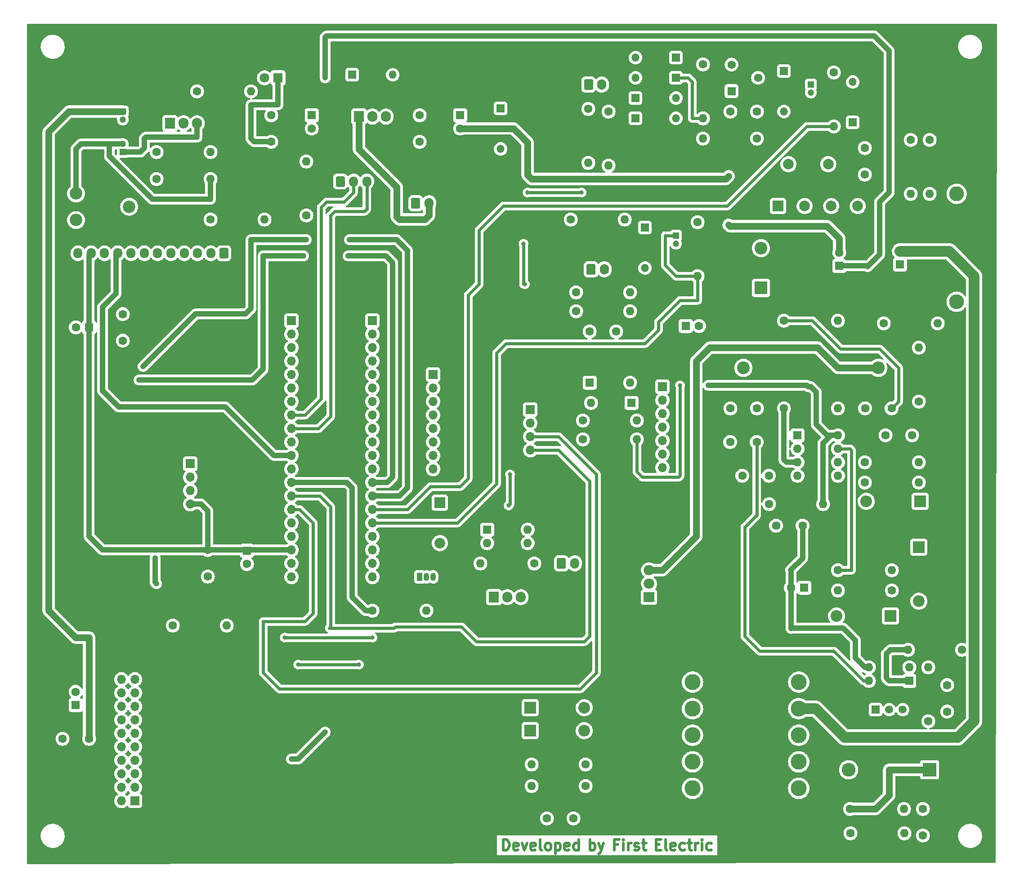
<source format=gbr>
%TF.GenerationSoftware,KiCad,Pcbnew,(6.99.0-1031-g46d719ed42)*%
%TF.CreationDate,2022-04-15T23:36:10+01:00*%
%TF.ProjectId,EnAcess PCB,456e4163-6573-4732-9050-43422e6b6963,rev?*%
%TF.SameCoordinates,Original*%
%TF.FileFunction,Copper,L1,Top*%
%TF.FilePolarity,Positive*%
%FSLAX46Y46*%
G04 Gerber Fmt 4.6, Leading zero omitted, Abs format (unit mm)*
G04 Created by KiCad (PCBNEW (6.99.0-1031-g46d719ed42)) date 2022-04-15 23:36:10*
%MOMM*%
%LPD*%
G01*
G04 APERTURE LIST*
G04 Aperture macros list*
%AMRoundRect*
0 Rectangle with rounded corners*
0 $1 Rounding radius*
0 $2 $3 $4 $5 $6 $7 $8 $9 X,Y pos of 4 corners*
0 Add a 4 corners polygon primitive as box body*
4,1,4,$2,$3,$4,$5,$6,$7,$8,$9,$2,$3,0*
0 Add four circle primitives for the rounded corners*
1,1,$1+$1,$2,$3*
1,1,$1+$1,$4,$5*
1,1,$1+$1,$6,$7*
1,1,$1+$1,$8,$9*
0 Add four rect primitives between the rounded corners*
20,1,$1+$1,$2,$3,$4,$5,0*
20,1,$1+$1,$4,$5,$6,$7,0*
20,1,$1+$1,$6,$7,$8,$9,0*
20,1,$1+$1,$8,$9,$2,$3,0*%
G04 Aperture macros list end*
%ADD10C,0.500000*%
%TA.AperFunction,NonConductor*%
%ADD11C,0.500000*%
%TD*%
%TA.AperFunction,ComponentPad*%
%ADD12C,1.600000*%
%TD*%
%TA.AperFunction,ComponentPad*%
%ADD13O,1.600000X1.600000*%
%TD*%
%TA.AperFunction,ComponentPad*%
%ADD14R,1.600000X1.600000*%
%TD*%
%TA.AperFunction,ComponentPad*%
%ADD15R,1.200000X1.200000*%
%TD*%
%TA.AperFunction,ComponentPad*%
%ADD16C,1.200000*%
%TD*%
%TA.AperFunction,ComponentPad*%
%ADD17R,1.700000X1.700000*%
%TD*%
%TA.AperFunction,ComponentPad*%
%ADD18O,1.700000X1.700000*%
%TD*%
%TA.AperFunction,ComponentPad*%
%ADD19R,2.000000X1.905000*%
%TD*%
%TA.AperFunction,ComponentPad*%
%ADD20O,2.000000X1.905000*%
%TD*%
%TA.AperFunction,ComponentPad*%
%ADD21R,1.500000X1.500000*%
%TD*%
%TA.AperFunction,ComponentPad*%
%ADD22C,1.500000*%
%TD*%
%TA.AperFunction,ComponentPad*%
%ADD23R,1.050000X1.500000*%
%TD*%
%TA.AperFunction,ComponentPad*%
%ADD24O,1.050000X1.500000*%
%TD*%
%TA.AperFunction,ComponentPad*%
%ADD25C,2.340000*%
%TD*%
%TA.AperFunction,ComponentPad*%
%ADD26RoundRect,0.250000X0.600000X0.725000X-0.600000X0.725000X-0.600000X-0.725000X0.600000X-0.725000X0*%
%TD*%
%TA.AperFunction,ComponentPad*%
%ADD27O,1.700000X1.950000*%
%TD*%
%TA.AperFunction,ComponentPad*%
%ADD28C,3.000000*%
%TD*%
%TA.AperFunction,ComponentPad*%
%ADD29O,1.500000X1.500000*%
%TD*%
%TA.AperFunction,ComponentPad*%
%ADD30R,2.200000X2.200000*%
%TD*%
%TA.AperFunction,ComponentPad*%
%ADD31O,2.200000X2.200000*%
%TD*%
%TA.AperFunction,ComponentPad*%
%ADD32RoundRect,0.250000X-0.600000X-0.750000X0.600000X-0.750000X0.600000X0.750000X-0.600000X0.750000X0*%
%TD*%
%TA.AperFunction,ComponentPad*%
%ADD33O,1.700000X2.000000*%
%TD*%
%TA.AperFunction,ComponentPad*%
%ADD34C,2.000000*%
%TD*%
%TA.AperFunction,ComponentPad*%
%ADD35R,1.560000X1.560000*%
%TD*%
%TA.AperFunction,ComponentPad*%
%ADD36C,1.560000*%
%TD*%
%TA.AperFunction,ComponentPad*%
%ADD37R,1.905000X2.000000*%
%TD*%
%TA.AperFunction,ComponentPad*%
%ADD38O,1.905000X2.000000*%
%TD*%
%TA.AperFunction,ComponentPad*%
%ADD39C,2.800000*%
%TD*%
%TA.AperFunction,ComponentPad*%
%ADD40O,2.800000X2.800000*%
%TD*%
%TA.AperFunction,ComponentPad*%
%ADD41R,1.800000X1.800000*%
%TD*%
%TA.AperFunction,ComponentPad*%
%ADD42C,1.800000*%
%TD*%
%TA.AperFunction,ComponentPad*%
%ADD43C,2.400000*%
%TD*%
%TA.AperFunction,ComponentPad*%
%ADD44O,2.400000X2.400000*%
%TD*%
%TA.AperFunction,ComponentPad*%
%ADD45RoundRect,0.250000X-0.600000X-0.725000X0.600000X-0.725000X0.600000X0.725000X-0.600000X0.725000X0*%
%TD*%
%TA.AperFunction,ComponentPad*%
%ADD46R,2.000000X2.000000*%
%TD*%
%TA.AperFunction,ComponentPad*%
%ADD47R,2.400000X2.400000*%
%TD*%
%TA.AperFunction,ComponentPad*%
%ADD48R,2.600000X2.600000*%
%TD*%
%TA.AperFunction,ComponentPad*%
%ADD49O,2.600000X2.600000*%
%TD*%
%TA.AperFunction,ViaPad*%
%ADD50C,0.800000*%
%TD*%
%TA.AperFunction,Conductor*%
%ADD51C,1.000000*%
%TD*%
%TA.AperFunction,Conductor*%
%ADD52C,0.600000*%
%TD*%
%TA.AperFunction,Conductor*%
%ADD53C,2.000000*%
%TD*%
%TA.AperFunction,Conductor*%
%ADD54C,1.300000*%
%TD*%
%TA.AperFunction,Conductor*%
%ADD55C,0.599948*%
%TD*%
%TA.AperFunction,Conductor*%
%ADD56C,0.999998*%
%TD*%
G04 APERTURE END LIST*
D10*
D11*
X103882093Y-170322761D02*
X103882093Y-168322761D01*
X103882093Y-168322761D02*
X104358283Y-168322761D01*
X104358283Y-168322761D02*
X104643998Y-168418000D01*
X104643998Y-168418000D02*
X104834474Y-168608476D01*
X104834474Y-168608476D02*
X104929712Y-168798952D01*
X104929712Y-168798952D02*
X105024950Y-169179904D01*
X105024950Y-169179904D02*
X105024950Y-169465619D01*
X105024950Y-169465619D02*
X104929712Y-169846571D01*
X104929712Y-169846571D02*
X104834474Y-170037047D01*
X104834474Y-170037047D02*
X104643998Y-170227523D01*
X104643998Y-170227523D02*
X104358283Y-170322761D01*
X104358283Y-170322761D02*
X103882093Y-170322761D01*
X106643998Y-170227523D02*
X106453522Y-170322761D01*
X106453522Y-170322761D02*
X106072569Y-170322761D01*
X106072569Y-170322761D02*
X105882093Y-170227523D01*
X105882093Y-170227523D02*
X105786855Y-170037047D01*
X105786855Y-170037047D02*
X105786855Y-169275142D01*
X105786855Y-169275142D02*
X105882093Y-169084666D01*
X105882093Y-169084666D02*
X106072569Y-168989428D01*
X106072569Y-168989428D02*
X106453522Y-168989428D01*
X106453522Y-168989428D02*
X106643998Y-169084666D01*
X106643998Y-169084666D02*
X106739236Y-169275142D01*
X106739236Y-169275142D02*
X106739236Y-169465619D01*
X106739236Y-169465619D02*
X105786855Y-169656095D01*
X107405903Y-168989428D02*
X107882093Y-170322761D01*
X107882093Y-170322761D02*
X108358284Y-168989428D01*
X109882094Y-170227523D02*
X109691618Y-170322761D01*
X109691618Y-170322761D02*
X109310665Y-170322761D01*
X109310665Y-170322761D02*
X109120189Y-170227523D01*
X109120189Y-170227523D02*
X109024951Y-170037047D01*
X109024951Y-170037047D02*
X109024951Y-169275142D01*
X109024951Y-169275142D02*
X109120189Y-169084666D01*
X109120189Y-169084666D02*
X109310665Y-168989428D01*
X109310665Y-168989428D02*
X109691618Y-168989428D01*
X109691618Y-168989428D02*
X109882094Y-169084666D01*
X109882094Y-169084666D02*
X109977332Y-169275142D01*
X109977332Y-169275142D02*
X109977332Y-169465619D01*
X109977332Y-169465619D02*
X109024951Y-169656095D01*
X111120189Y-170322761D02*
X110929713Y-170227523D01*
X110929713Y-170227523D02*
X110834475Y-170037047D01*
X110834475Y-170037047D02*
X110834475Y-168322761D01*
X112167808Y-170322761D02*
X111977332Y-170227523D01*
X111977332Y-170227523D02*
X111882094Y-170132285D01*
X111882094Y-170132285D02*
X111786856Y-169941809D01*
X111786856Y-169941809D02*
X111786856Y-169370380D01*
X111786856Y-169370380D02*
X111882094Y-169179904D01*
X111882094Y-169179904D02*
X111977332Y-169084666D01*
X111977332Y-169084666D02*
X112167808Y-168989428D01*
X112167808Y-168989428D02*
X112453523Y-168989428D01*
X112453523Y-168989428D02*
X112643999Y-169084666D01*
X112643999Y-169084666D02*
X112739237Y-169179904D01*
X112739237Y-169179904D02*
X112834475Y-169370380D01*
X112834475Y-169370380D02*
X112834475Y-169941809D01*
X112834475Y-169941809D02*
X112739237Y-170132285D01*
X112739237Y-170132285D02*
X112643999Y-170227523D01*
X112643999Y-170227523D02*
X112453523Y-170322761D01*
X112453523Y-170322761D02*
X112167808Y-170322761D01*
X113691618Y-168989428D02*
X113691618Y-170989428D01*
X113691618Y-169084666D02*
X113882094Y-168989428D01*
X113882094Y-168989428D02*
X114263047Y-168989428D01*
X114263047Y-168989428D02*
X114453523Y-169084666D01*
X114453523Y-169084666D02*
X114548761Y-169179904D01*
X114548761Y-169179904D02*
X114643999Y-169370380D01*
X114643999Y-169370380D02*
X114643999Y-169941809D01*
X114643999Y-169941809D02*
X114548761Y-170132285D01*
X114548761Y-170132285D02*
X114453523Y-170227523D01*
X114453523Y-170227523D02*
X114263047Y-170322761D01*
X114263047Y-170322761D02*
X113882094Y-170322761D01*
X113882094Y-170322761D02*
X113691618Y-170227523D01*
X116263047Y-170227523D02*
X116072571Y-170322761D01*
X116072571Y-170322761D02*
X115691618Y-170322761D01*
X115691618Y-170322761D02*
X115501142Y-170227523D01*
X115501142Y-170227523D02*
X115405904Y-170037047D01*
X115405904Y-170037047D02*
X115405904Y-169275142D01*
X115405904Y-169275142D02*
X115501142Y-169084666D01*
X115501142Y-169084666D02*
X115691618Y-168989428D01*
X115691618Y-168989428D02*
X116072571Y-168989428D01*
X116072571Y-168989428D02*
X116263047Y-169084666D01*
X116263047Y-169084666D02*
X116358285Y-169275142D01*
X116358285Y-169275142D02*
X116358285Y-169465619D01*
X116358285Y-169465619D02*
X115405904Y-169656095D01*
X118072571Y-170322761D02*
X118072571Y-168322761D01*
X118072571Y-170227523D02*
X117882095Y-170322761D01*
X117882095Y-170322761D02*
X117501142Y-170322761D01*
X117501142Y-170322761D02*
X117310666Y-170227523D01*
X117310666Y-170227523D02*
X117215428Y-170132285D01*
X117215428Y-170132285D02*
X117120190Y-169941809D01*
X117120190Y-169941809D02*
X117120190Y-169370380D01*
X117120190Y-169370380D02*
X117215428Y-169179904D01*
X117215428Y-169179904D02*
X117310666Y-169084666D01*
X117310666Y-169084666D02*
X117501142Y-168989428D01*
X117501142Y-168989428D02*
X117882095Y-168989428D01*
X117882095Y-168989428D02*
X118072571Y-169084666D01*
X120224952Y-170322761D02*
X120224952Y-168322761D01*
X120224952Y-169084666D02*
X120415428Y-168989428D01*
X120415428Y-168989428D02*
X120796381Y-168989428D01*
X120796381Y-168989428D02*
X120986857Y-169084666D01*
X120986857Y-169084666D02*
X121082095Y-169179904D01*
X121082095Y-169179904D02*
X121177333Y-169370380D01*
X121177333Y-169370380D02*
X121177333Y-169941809D01*
X121177333Y-169941809D02*
X121082095Y-170132285D01*
X121082095Y-170132285D02*
X120986857Y-170227523D01*
X120986857Y-170227523D02*
X120796381Y-170322761D01*
X120796381Y-170322761D02*
X120415428Y-170322761D01*
X120415428Y-170322761D02*
X120224952Y-170227523D01*
X121844000Y-168989428D02*
X122320190Y-170322761D01*
X122796381Y-168989428D02*
X122320190Y-170322761D01*
X122320190Y-170322761D02*
X122129714Y-170798952D01*
X122129714Y-170798952D02*
X122034476Y-170894190D01*
X122034476Y-170894190D02*
X121844000Y-170989428D01*
X125424953Y-169275142D02*
X124758286Y-169275142D01*
X124758286Y-170322761D02*
X124758286Y-168322761D01*
X124758286Y-168322761D02*
X125710667Y-168322761D01*
X126472572Y-170322761D02*
X126472572Y-168989428D01*
X126472572Y-168322761D02*
X126377334Y-168418000D01*
X126377334Y-168418000D02*
X126472572Y-168513238D01*
X126472572Y-168513238D02*
X126567810Y-168418000D01*
X126567810Y-168418000D02*
X126472572Y-168322761D01*
X126472572Y-168322761D02*
X126472572Y-168513238D01*
X127424953Y-170322761D02*
X127424953Y-168989428D01*
X127424953Y-169370380D02*
X127520191Y-169179904D01*
X127520191Y-169179904D02*
X127615429Y-169084666D01*
X127615429Y-169084666D02*
X127805905Y-168989428D01*
X127805905Y-168989428D02*
X127996382Y-168989428D01*
X128567810Y-170227523D02*
X128758286Y-170322761D01*
X128758286Y-170322761D02*
X129139238Y-170322761D01*
X129139238Y-170322761D02*
X129329715Y-170227523D01*
X129329715Y-170227523D02*
X129424953Y-170037047D01*
X129424953Y-170037047D02*
X129424953Y-169941809D01*
X129424953Y-169941809D02*
X129329715Y-169751333D01*
X129329715Y-169751333D02*
X129139238Y-169656095D01*
X129139238Y-169656095D02*
X128853524Y-169656095D01*
X128853524Y-169656095D02*
X128663048Y-169560857D01*
X128663048Y-169560857D02*
X128567810Y-169370380D01*
X128567810Y-169370380D02*
X128567810Y-169275142D01*
X128567810Y-169275142D02*
X128663048Y-169084666D01*
X128663048Y-169084666D02*
X128853524Y-168989428D01*
X128853524Y-168989428D02*
X129139238Y-168989428D01*
X129139238Y-168989428D02*
X129329715Y-169084666D01*
X129996382Y-168989428D02*
X130758286Y-168989428D01*
X130282096Y-168322761D02*
X130282096Y-170037047D01*
X130282096Y-170037047D02*
X130377334Y-170227523D01*
X130377334Y-170227523D02*
X130567810Y-170322761D01*
X130567810Y-170322761D02*
X130758286Y-170322761D01*
X132624953Y-169275142D02*
X133291620Y-169275142D01*
X133577334Y-170322761D02*
X132624953Y-170322761D01*
X132624953Y-170322761D02*
X132624953Y-168322761D01*
X132624953Y-168322761D02*
X133577334Y-168322761D01*
X134720191Y-170322761D02*
X134529715Y-170227523D01*
X134529715Y-170227523D02*
X134434477Y-170037047D01*
X134434477Y-170037047D02*
X134434477Y-168322761D01*
X136244001Y-170227523D02*
X136053525Y-170322761D01*
X136053525Y-170322761D02*
X135672572Y-170322761D01*
X135672572Y-170322761D02*
X135482096Y-170227523D01*
X135482096Y-170227523D02*
X135386858Y-170037047D01*
X135386858Y-170037047D02*
X135386858Y-169275142D01*
X135386858Y-169275142D02*
X135482096Y-169084666D01*
X135482096Y-169084666D02*
X135672572Y-168989428D01*
X135672572Y-168989428D02*
X136053525Y-168989428D01*
X136053525Y-168989428D02*
X136244001Y-169084666D01*
X136244001Y-169084666D02*
X136339239Y-169275142D01*
X136339239Y-169275142D02*
X136339239Y-169465619D01*
X136339239Y-169465619D02*
X135386858Y-169656095D01*
X138053525Y-170227523D02*
X137863049Y-170322761D01*
X137863049Y-170322761D02*
X137482096Y-170322761D01*
X137482096Y-170322761D02*
X137291620Y-170227523D01*
X137291620Y-170227523D02*
X137196382Y-170132285D01*
X137196382Y-170132285D02*
X137101144Y-169941809D01*
X137101144Y-169941809D02*
X137101144Y-169370380D01*
X137101144Y-169370380D02*
X137196382Y-169179904D01*
X137196382Y-169179904D02*
X137291620Y-169084666D01*
X137291620Y-169084666D02*
X137482096Y-168989428D01*
X137482096Y-168989428D02*
X137863049Y-168989428D01*
X137863049Y-168989428D02*
X138053525Y-169084666D01*
X138624954Y-168989428D02*
X139386858Y-168989428D01*
X138910668Y-168322761D02*
X138910668Y-170037047D01*
X138910668Y-170037047D02*
X139005906Y-170227523D01*
X139005906Y-170227523D02*
X139196382Y-170322761D01*
X139196382Y-170322761D02*
X139386858Y-170322761D01*
X140053525Y-170322761D02*
X140053525Y-168989428D01*
X140053525Y-169370380D02*
X140148763Y-169179904D01*
X140148763Y-169179904D02*
X140244001Y-169084666D01*
X140244001Y-169084666D02*
X140434477Y-168989428D01*
X140434477Y-168989428D02*
X140624954Y-168989428D01*
X141291620Y-170322761D02*
X141291620Y-168989428D01*
X141291620Y-168322761D02*
X141196382Y-168418000D01*
X141196382Y-168418000D02*
X141291620Y-168513238D01*
X141291620Y-168513238D02*
X141386858Y-168418000D01*
X141386858Y-168418000D02*
X141291620Y-168322761D01*
X141291620Y-168322761D02*
X141291620Y-168513238D01*
X143101144Y-170227523D02*
X142910668Y-170322761D01*
X142910668Y-170322761D02*
X142529715Y-170322761D01*
X142529715Y-170322761D02*
X142339239Y-170227523D01*
X142339239Y-170227523D02*
X142244001Y-170132285D01*
X142244001Y-170132285D02*
X142148763Y-169941809D01*
X142148763Y-169941809D02*
X142148763Y-169370380D01*
X142148763Y-169370380D02*
X142244001Y-169179904D01*
X142244001Y-169179904D02*
X142339239Y-169084666D01*
X142339239Y-169084666D02*
X142529715Y-168989428D01*
X142529715Y-168989428D02*
X142910668Y-168989428D01*
X142910668Y-168989428D02*
X143101144Y-169084666D01*
D12*
%TO.P,R31,1*%
%TO.N,Net-(U1-CS)*%
X156718000Y-87122000D03*
D13*
%TO.P,R31,2*%
%TO.N,Net-(Q3-S)*%
X166877999Y-87121999D03*
%TD*%
D12*
%TO.P,C15,1*%
%TO.N,Net-(J4-Pin_10)*%
X25908000Y-149352000D03*
%TO.P,C15,2*%
%TO.N,GND*%
X20908000Y-149352000D03*
%TD*%
%TO.P,R24,1*%
%TO.N,Net-(U6-REF)*%
X184150000Y-36576000D03*
D13*
%TO.P,R24,2*%
%TO.N,Net-(BZ1--)*%
X184149999Y-46735999D03*
%TD*%
D14*
%TO.P,C20,1*%
%TO.N,Net-(BZ1--)*%
X67817999Y-31932999D03*
D12*
%TO.P,C20,2*%
%TO.N,GND*%
X67818000Y-34433000D03*
%TD*%
D15*
%TO.P,C2,1*%
%TO.N,Net-(D3-A)*%
X136397999Y-54609999D03*
D16*
%TO.P,C2,2*%
%TO.N,GND*%
X136398000Y-56110000D03*
%TD*%
D17*
%TO.P,J6,1,Pin_1*%
%TO.N,Net-(J6-Pin_1)*%
X64002999Y-70616999D03*
D18*
%TO.P,J6,2,Pin_2*%
%TO.N,Net-(J2-Pin_3)*%
X64002999Y-73156999D03*
%TO.P,J6,3,Pin_3*%
%TO.N,Net-(J2-Pin_4)*%
X64002999Y-75696999D03*
%TO.P,J6,4,Pin_4*%
%TO.N,Net-(J2-Pin_5)*%
X64002999Y-78236999D03*
%TO.P,J6,5,Pin_5*%
%TO.N,Net-(J2-Pin_6)*%
X64002999Y-80776999D03*
%TO.P,J6,6,Pin_6*%
%TO.N,Net-(J4-Pin_14)*%
X64002999Y-83316999D03*
%TO.P,J6,7,Pin_7*%
%TO.N,Net-(J4-Pin_15)*%
X64002999Y-85856999D03*
%TO.P,J6,8,Pin_8*%
%TO.N,Net-(J6-Pin_8)*%
X64002999Y-88396999D03*
%TO.P,J6,9,Pin_9*%
%TO.N,Net-(J6-Pin_9)*%
X64002999Y-90936999D03*
%TO.P,J6,10,Pin_10*%
%TO.N,Net-(J2-Pin_7)*%
X64002999Y-93476999D03*
%TO.P,J6,11,Pin_11*%
%TO.N,Net-(J2-Pin_9)*%
X64002999Y-96016999D03*
%TO.P,J6,12,Pin_12*%
%TO.N,unconnected-(J6-Pin_12)*%
X64002999Y-98556999D03*
%TO.P,J6,13,Pin_13*%
%TO.N,Net-(R1-Pad1)*%
X64002999Y-101096999D03*
%TO.P,J6,14,Pin_14*%
%TO.N,Net-(J1-Pin_4)*%
X64002999Y-103636999D03*
%TO.P,J6,15,Pin_15*%
%TO.N,Net-(J1-Pin_3)*%
X64002999Y-106176999D03*
%TO.P,J6,16,Pin_16*%
%TO.N,Net-(J6-Pin_16)*%
X64002999Y-108716999D03*
%TO.P,J6,17,Pin_17*%
%TO.N,unconnected-(J6-Pin_17)*%
X64002999Y-111256999D03*
%TO.P,J6,18,Pin_18*%
%TO.N,+5V*%
X64002999Y-113796999D03*
%TO.P,J6,19,Pin_19*%
%TO.N,GND*%
X64002999Y-116336999D03*
%TO.P,J6,20,Pin_20*%
%TO.N,unconnected-(J6-Pin_20)*%
X64002999Y-118876999D03*
%TD*%
D14*
%TO.P,C26,1*%
%TO.N,Net-(D17-K)*%
X160527999Y-120903999D03*
D12*
%TO.P,C26,2*%
%TO.N,Net-(D11--)*%
X158028000Y-120904000D03*
%TD*%
%TO.P,R5,1*%
%TO.N,Net-(R5-Pad1)*%
X141478000Y-22352000D03*
D13*
%TO.P,R5,2*%
%TO.N,Net-(D5-A)*%
X141477999Y-32511999D03*
%TD*%
D12*
%TO.P,C8,1*%
%TO.N,Net-(BZ1--)*%
X60198000Y-31933000D03*
%TO.P,C8,2*%
%TO.N,GND*%
X60198000Y-36933000D03*
%TD*%
%TO.P,TH1,1*%
%TO.N,Net-(J8-Pin_2)*%
X171958000Y-38100000D03*
%TO.P,TH1,2*%
%TO.N,Net-(C10-Pad2)*%
X171958000Y-43100000D03*
%TD*%
D19*
%TO.P,Q3,1,G*%
%TO.N,Net-(D13-K)*%
X131317999Y-122681999D03*
D20*
%TO.P,Q3,2,D*%
%TO.N,Net-(D15-A)*%
X131317999Y-120141999D03*
%TO.P,Q3,3,S*%
%TO.N,Net-(Q3-S)*%
X131317999Y-117601999D03*
%TD*%
D12*
%TO.P,R16,1*%
%TO.N,GND*%
X140462000Y-52070000D03*
D13*
%TO.P,R16,2*%
%TO.N,Net-(D3-A)*%
X140461999Y-62229999D03*
%TD*%
D12*
%TO.P,R11,1*%
%TO.N,Net-(R11-Pad1)*%
X109728000Y-116332000D03*
D13*
%TO.P,R11,2*%
%TO.N,Net-(Q1-B)*%
X99567999Y-116331999D03*
%TD*%
D12*
%TO.P,R17,1*%
%TO.N,Net-(J9-Pin_1)*%
X66802000Y-50800000D03*
D13*
%TO.P,R17,2*%
%TO.N,GND*%
X66801999Y-40639999D03*
%TD*%
D21*
%TO.P,U6,1,REF*%
%TO.N,Net-(U6-REF)*%
X173989999Y-143869999D03*
D22*
%TO.P,U6,2,A*%
%TO.N,GND*%
X176530000Y-143870000D03*
%TO.P,U6,3,K*%
%TO.N,Net-(U6-K)*%
X179070000Y-143870000D03*
%TD*%
D12*
%TO.P,C27,1*%
%TO.N,Net-(D11-+)*%
X117094000Y-164338000D03*
%TO.P,C27,2*%
%TO.N,Net-(D15-K)*%
X112094000Y-164338000D03*
%TD*%
D17*
%TO.P,J1,1,Pin_1*%
%TO.N,GND*%
X108965999Y-87375999D03*
D18*
%TO.P,J1,2,Pin_2*%
%TO.N,+5V*%
X108965999Y-89915999D03*
%TO.P,J1,3,Pin_3*%
%TO.N,Net-(J1-Pin_3)*%
X108965999Y-92455999D03*
%TO.P,J1,4,Pin_4*%
%TO.N,Net-(J1-Pin_4)*%
X108965999Y-94995999D03*
%TD*%
D14*
%TO.P,D12,1,K*%
%TO.N,Net-(D12-K)*%
X128015999Y-86105999D03*
D13*
%TO.P,D12,2,A*%
%TO.N,Net-(D12-A)*%
X120395999Y-86105999D03*
%TD*%
D23*
%TO.P,Q2,1,C*%
%TO.N,Net-(BZ1-+)*%
X88137999Y-118871999D03*
D24*
%TO.P,Q2,2,B*%
%TO.N,Net-(Q2-B)*%
X89407999Y-118871999D03*
%TO.P,Q2,3,E*%
%TO.N,GND*%
X90677999Y-118871999D03*
%TD*%
D12*
%TO.P,R23,1*%
%TO.N,Net-(D17-A)*%
X182118000Y-85852000D03*
D13*
%TO.P,R23,2*%
%TO.N,Net-(R22-Pad1)*%
X182117999Y-75691999D03*
%TD*%
D12*
%TO.P,R34,1*%
%TO.N,Net-(D12-A)*%
X118872000Y-89408000D03*
D13*
%TO.P,R34,2*%
%TO.N,Net-(D12-K)*%
X129031999Y-89407999D03*
%TD*%
D25*
%TO.P,RV2,1,1*%
%TO.N,+5V*%
X23448000Y-51672000D03*
%TO.P,RV2,2,2*%
%TO.N,Net-(J2-Pin_10)*%
X33448000Y-49172000D03*
%TO.P,RV2,3,3*%
%TO.N,GND*%
X23448000Y-46672000D03*
%TD*%
D14*
%TO.P,C5,1*%
%TO.N,+5V*%
X25907999Y-71881999D03*
D12*
%TO.P,C5,2*%
%TO.N,GND*%
X23408000Y-71882000D03*
%TD*%
D26*
%TO.P,J2,1,Pin_1*%
%TO.N,GND*%
X51308000Y-57919500D03*
D27*
%TO.P,J2,2,Pin_2*%
%TO.N,Net-(J2-Pin_2)*%
X48807999Y-57919499D03*
%TO.P,J2,3,Pin_3*%
%TO.N,Net-(J2-Pin_3)*%
X46307999Y-57919499D03*
%TO.P,J2,4,Pin_4*%
%TO.N,Net-(J2-Pin_4)*%
X43807999Y-57919499D03*
%TO.P,J2,5,Pin_5*%
%TO.N,Net-(J2-Pin_5)*%
X41307999Y-57919499D03*
%TO.P,J2,6,Pin_6*%
%TO.N,Net-(J2-Pin_6)*%
X38807999Y-57919499D03*
%TO.P,J2,7,Pin_7*%
%TO.N,Net-(J2-Pin_7)*%
X36307999Y-57919499D03*
%TO.P,J2,8,Pin_8*%
%TO.N,GND*%
X33807999Y-57919499D03*
%TO.P,J2,9,Pin_9*%
%TO.N,Net-(J2-Pin_9)*%
X31307999Y-57919499D03*
%TO.P,J2,10,Pin_10*%
%TO.N,Net-(J2-Pin_10)*%
X28807999Y-57919499D03*
%TO.P,J2,11,Pin_11*%
%TO.N,+5V*%
X26307999Y-57919499D03*
%TO.P,J2,12,Pin_12*%
%TO.N,GND*%
X23807999Y-57919499D03*
%TD*%
D28*
%TO.P,TR1,1*%
%TO.N,Net-(D11-+)*%
X159512000Y-138684000D03*
%TO.P,TR1,2*%
%TO.N,GND*%
X159512000Y-143684000D03*
%TO.P,TR1,3*%
%TO.N,Net-(D11--)*%
X159512000Y-148684000D03*
%TO.P,TR1,4*%
%TO.N,Net-(D14-A)*%
X159512000Y-153684000D03*
%TO.P,TR1,5*%
%TO.N,Net-(D15-A)*%
X159512000Y-158684000D03*
%TO.P,TR1,6*%
%TO.N,Net-(D11-+)*%
X139512000Y-158684000D03*
%TO.P,TR1,7*%
%TO.N,N/C*%
X139512000Y-153684000D03*
%TO.P,TR1,8*%
X139512000Y-148684000D03*
%TO.P,TR1,9*%
X139512000Y-143684000D03*
%TO.P,TR1,10*%
X139512000Y-138684000D03*
%TD*%
D12*
%TO.P,C12,1*%
%TO.N,Net-(D8-K)*%
X151638000Y-31242000D03*
%TO.P,C12,2*%
%TO.N,GND*%
X146638000Y-31242000D03*
%TD*%
%TO.P,R27,1*%
%TO.N,Net-(D11--)*%
X156718000Y-70612000D03*
D13*
%TO.P,R27,2*%
%TO.N,Net-(D11-+)*%
X166877999Y-70611999D03*
%TD*%
D12*
%TO.P,R37,1*%
%TO.N,Net-(BZ1--)*%
X169242000Y-167146000D03*
D13*
%TO.P,R37,2*%
%TO.N,Net-(C17-Pad1)*%
X179401999Y-167145999D03*
%TD*%
D21*
%TO.P,D4,1,K*%
%TO.N,Net-(D4-K)*%
X169671999Y-33278999D03*
D29*
%TO.P,D4,2,A*%
%TO.N,GND*%
X169671999Y-25658999D03*
%TD*%
D14*
%TO.P,C31,1*%
%TO.N,Net-(D12-A)*%
X138240887Y-71627999D03*
D12*
%TO.P,C31,2*%
%TO.N,Net-(D11--)*%
X140740888Y-71628000D03*
%TD*%
D15*
%TO.P,C21,1*%
%TO.N,Net-(BZ1--)*%
X32257999Y-38861999D03*
D16*
%TO.P,C21,2*%
%TO.N,GND*%
X32258000Y-37362000D03*
%TD*%
D14*
%TO.P,C4,1*%
%TO.N,+5V*%
X95757999Y-31932999D03*
D12*
%TO.P,C4,2*%
%TO.N,GND*%
X95758000Y-34433000D03*
%TD*%
%TO.P,C23,1*%
%TO.N,Net-(D17-K)*%
X175848000Y-92202000D03*
%TO.P,C23,2*%
%TO.N,Net-(D11--)*%
X180848000Y-92202000D03*
%TD*%
%TO.P,R19,1*%
%TO.N,Net-(U6-REF)*%
X180594000Y-36576000D03*
D13*
%TO.P,R19,2*%
%TO.N,GND*%
X180593999Y-46735999D03*
%TD*%
D30*
%TO.P,D14,1,K*%
%TO.N,Net-(D14-K)*%
X176783999Y-126237999D03*
D31*
%TO.P,D14,2,A*%
%TO.N,Net-(D14-A)*%
X166623999Y-126237999D03*
%TD*%
D17*
%TO.P,J12,1,Pin_1*%
%TO.N,GND*%
X44957999Y-97545999D03*
D18*
%TO.P,J12,2,Pin_2*%
%TO.N,Net-(J12-Pin_2)*%
X44957999Y-100085999D03*
%TO.P,J12,3,Pin_3*%
%TO.N,Net-(J12-Pin_3)*%
X44957999Y-102625999D03*
%TO.P,J12,4,Pin_4*%
%TO.N,+5V*%
X44957999Y-105165999D03*
%TD*%
D30*
%TO.P,D16,1,K*%
%TO.N,Net-(D15-K)*%
X108965999Y-143509999D03*
D31*
%TO.P,D16,2,A*%
%TO.N,Net-(D15-A)*%
X119125999Y-143509999D03*
%TD*%
D12*
%TO.P,R36,1*%
%TO.N,Net-(BZ1--)*%
X190246000Y-132588000D03*
D13*
%TO.P,R36,2*%
%TO.N,Net-(R36-Pad2)*%
X180085999Y-132587999D03*
%TD*%
D15*
%TO.P,C29,1*%
%TO.N,Net-(D8-K)*%
X161797999Y-26161999D03*
D16*
%TO.P,C29,2*%
%TO.N,GND*%
X161798000Y-27662000D03*
%TD*%
D32*
%TO.P,J8,1,Pin_1*%
%TO.N,Net-(J8-Pin_1)*%
X119928000Y-26162000D03*
D33*
%TO.P,J8,2,Pin_2*%
%TO.N,Net-(J8-Pin_2)*%
X122427999Y-26161999D03*
%TD*%
D34*
%TO.P,C10,1*%
%TO.N,Net-(J8-Pin_1)*%
X165060000Y-41148000D03*
%TO.P,C10,2*%
%TO.N,Net-(C10-Pad2)*%
X157560000Y-41148000D03*
%TD*%
D12*
%TO.P,R28,1*%
%TO.N,Net-(D11--)*%
X171958000Y-101092000D03*
D13*
%TO.P,R28,2*%
%TO.N,Net-(D13-K)*%
X182117999Y-101091999D03*
%TD*%
D21*
%TO.P,D2,1,K*%
%TO.N,Net-(BZ1--)*%
X75432999Y-24312999D03*
D29*
%TO.P,D2,2,A*%
%TO.N,+5V*%
X83052999Y-24312999D03*
%TD*%
D21*
%TO.P,D7,1,K*%
%TO.N,+5V*%
X136397999Y-24891999D03*
D29*
%TO.P,D7,2,A*%
%TO.N,Net-(D5-K)*%
X128777999Y-24891999D03*
%TD*%
D12*
%TO.P,R33,1*%
%TO.N,Net-(C7-Pad1)*%
X183896000Y-146050000D03*
D13*
%TO.P,R33,2*%
%TO.N,Net-(U6-K)*%
X183895999Y-135889999D03*
%TD*%
D35*
%TO.P,RV1,1,1*%
%TO.N,+5V*%
X146857999Y-27391999D03*
D36*
%TO.P,RV1,2,2*%
%TO.N,Net-(D8-K)*%
X151858000Y-24892000D03*
%TO.P,RV1,3,3*%
%TO.N,Net-(R5-Pad1)*%
X146858000Y-22392000D03*
%TD*%
D30*
%TO.P,D13,1,K*%
%TO.N,Net-(D13-K)*%
X182371999Y-104647999D03*
D31*
%TO.P,D13,2,A*%
%TO.N,Net-(D11--)*%
X172211999Y-104647999D03*
%TD*%
D32*
%TO.P,J10,1,Pin_1*%
%TO.N,Net-(J10-Pin_1)*%
X120416000Y-60952500D03*
D33*
%TO.P,J10,2,Pin_2*%
%TO.N,Net-(D3-K)*%
X122915999Y-60952499D03*
%TD*%
D14*
%TO.P,U1,1,COMP*%
%TO.N,Net-(D18-A)*%
X159267999Y-92211999D03*
D13*
%TO.P,U1,2,FB*%
%TO.N,Net-(D11--)*%
X159267999Y-94751999D03*
%TO.P,U1,3,CS*%
%TO.N,Net-(U1-CS)*%
X159267999Y-97291999D03*
%TO.P,U1,4,RC*%
%TO.N,Net-(U1-RC)*%
X159267999Y-99831999D03*
%TO.P,U1,5,GND*%
%TO.N,Net-(D11--)*%
X166887999Y-99831999D03*
%TO.P,U1,6,OUT*%
%TO.N,Net-(U1-OUT)*%
X166887999Y-97291999D03*
%TO.P,U1,7,VCC*%
%TO.N,Net-(D17-K)*%
X166887999Y-94751999D03*
%TO.P,U1,8,VREF*%
%TO.N,Net-(D12-K)*%
X166887999Y-92211999D03*
%TD*%
D21*
%TO.P,D3,1,K*%
%TO.N,Net-(D3-K)*%
X130555999Y-53085999D03*
D29*
%TO.P,D3,2,A*%
%TO.N,Net-(D3-A)*%
X130555999Y-60705999D03*
%TD*%
D12*
%TO.P,R1,1*%
%TO.N,Net-(R1-Pad1)*%
X79248000Y-125222000D03*
D13*
%TO.P,R1,2*%
%TO.N,Net-(Q2-B)*%
X89407999Y-125221999D03*
%TD*%
D12*
%TO.P,C11,1*%
%TO.N,+5V*%
X48260000Y-113792000D03*
%TO.P,C11,2*%
%TO.N,GND*%
X48260000Y-118792000D03*
%TD*%
%TO.P,R8,1*%
%TO.N,Net-(J8-Pin_1)*%
X119888000Y-30734000D03*
D13*
%TO.P,R8,2*%
%TO.N,Net-(D10-A)*%
X119887999Y-40893999D03*
%TD*%
D12*
%TO.P,R29,1*%
%TO.N,Net-(U1-OUT)*%
X171958000Y-97282000D03*
D13*
%TO.P,R29,2*%
%TO.N,Net-(D13-K)*%
X182117999Y-97281999D03*
%TD*%
D12*
%TO.P,R20,1*%
%TO.N,Net-(D11-+)*%
X119380000Y-158242000D03*
D13*
%TO.P,R20,2*%
%TO.N,Net-(D15-K)*%
X109219999Y-158241999D03*
%TD*%
D12*
%TO.P,R9,1*%
%TO.N,Net-(D8-K)*%
X166116000Y-23876000D03*
D13*
%TO.P,R9,2*%
%TO.N,Net-(D4-K)*%
X166115999Y-34035999D03*
%TD*%
D37*
%TO.P,Q1,1,B*%
%TO.N,Net-(Q1-B)*%
X102107999Y-122681999D03*
D38*
%TO.P,Q1,2,C*%
%TO.N,Net-(J7-Pin_1)*%
X104647999Y-122681999D03*
%TO.P,Q1,3,E*%
%TO.N,GND*%
X107187999Y-122681999D03*
%TD*%
D32*
%TO.P,J7,1,Pin_1*%
%TO.N,Net-(J7-Pin_1)*%
X114828000Y-116324500D03*
D33*
%TO.P,J7,2,Pin_2*%
%TO.N,Net-(BZ1--)*%
X117327999Y-116324499D03*
%TD*%
D39*
%TO.P,R18,1*%
%TO.N,GND*%
X189230000Y-46736000D03*
D40*
%TO.P,R18,2*%
%TO.N,Net-(BZ1--)*%
X189229999Y-67055999D03*
%TD*%
D41*
%TO.P,D1,1,K*%
%TO.N,GND*%
X61467999Y-24891999D03*
D42*
%TO.P,D1,2,A*%
%TO.N,Net-(D1-A)*%
X58928000Y-24892000D03*
%TD*%
D12*
%TO.P,R6,1*%
%TO.N,Net-(J10-Pin_1)*%
X116586000Y-51562000D03*
D13*
%TO.P,R6,2*%
%TO.N,Net-(D3-K)*%
X126745999Y-51561999D03*
%TD*%
D12*
%TO.P,R3,1*%
%TO.N,Net-(BZ1--)*%
X46228000Y-27432000D03*
D13*
%TO.P,R3,2*%
%TO.N,Net-(D1-A)*%
X56387999Y-27431999D03*
%TD*%
D14*
%TO.P,C3,1*%
%TO.N,Net-(J4-Pin_10)*%
X23367999Y-143001999D03*
D12*
%TO.P,C3,2*%
%TO.N,GND*%
X23368000Y-140502000D03*
%TD*%
D21*
%TO.P,D9,1,K*%
%TO.N,Net-(D10-A)*%
X128772999Y-28701999D03*
D29*
%TO.P,D9,2,A*%
%TO.N,Net-(D5-A)*%
X136392999Y-28701999D03*
%TD*%
D17*
%TO.P,J11,1,Pin_1*%
%TO.N,unconnected-(J11-Pin_1)*%
X133857999Y-83057999D03*
D18*
%TO.P,J11,2,Pin_2*%
%TO.N,unconnected-(J11-Pin_2)*%
X133857999Y-85597999D03*
%TO.P,J11,3,Pin_3*%
%TO.N,unconnected-(J11-Pin_3)*%
X133857999Y-88137999D03*
%TO.P,J11,4,Pin_4*%
%TO.N,unconnected-(J11-Pin_4)*%
X133857999Y-90677999D03*
%TO.P,J11,5,Pin_5*%
%TO.N,unconnected-(J11-Pin_5)*%
X133857999Y-93217999D03*
%TO.P,J11,6,Pin_6*%
%TO.N,unconnected-(J11-Pin_6)*%
X133857999Y-95757999D03*
%TO.P,J11,7,Pin_7*%
%TO.N,unconnected-(J11-Pin_7)*%
X133857999Y-98297999D03*
%TD*%
D12*
%TO.P,C22,1*%
%TO.N,Net-(U1-RC)*%
X155234000Y-109220000D03*
%TO.P,C22,2*%
%TO.N,Net-(D11--)*%
X160234000Y-109220000D03*
%TD*%
D43*
%TO.P,R30,1*%
%TO.N,Net-(D11--)*%
X149098000Y-79502000D03*
D44*
%TO.P,R30,2*%
%TO.N,Net-(Q3-S)*%
X174497999Y-79501999D03*
%TD*%
D30*
%TO.P,D17,1,K*%
%TO.N,Net-(D17-K)*%
X182117999Y-113283999D03*
D31*
%TO.P,D17,2,A*%
%TO.N,Net-(D17-A)*%
X182117999Y-123443999D03*
%TD*%
D12*
%TO.P,R4,1*%
%TO.N,Net-(J6-Pin_16)*%
X41656000Y-128016000D03*
D13*
%TO.P,R4,2*%
%TO.N,Net-(R4-Pad2)*%
X51815999Y-128015999D03*
%TD*%
D14*
%TO.P,U4,1*%
%TO.N,Net-(R36-Pad2)*%
X180329999Y-138434999D03*
D13*
%TO.P,U4,2*%
%TO.N,Net-(U6-K)*%
X180329999Y-135894999D03*
%TO.P,U4,3*%
%TO.N,Net-(D11--)*%
X172709999Y-135894999D03*
%TO.P,U4,4*%
%TO.N,Net-(D18-A)*%
X172709999Y-138434999D03*
%TD*%
D37*
%TO.P,U5,1,ADJ*%
%TO.N,Net-(U5-ADJ)*%
X41147999Y-33456999D03*
D38*
%TO.P,U5,2,VO*%
%TO.N,Net-(J4-Pin_10)*%
X43687999Y-33456999D03*
%TO.P,U5,3,VI*%
%TO.N,Net-(BZ1--)*%
X46227999Y-33456999D03*
%TD*%
D12*
%TO.P,R15,1*%
%TO.N,Net-(J10-Pin_1)*%
X117602000Y-68834000D03*
D13*
%TO.P,R15,2*%
%TO.N,GND*%
X127761999Y-68833999D03*
%TD*%
D12*
%TO.P,R32,1*%
%TO.N,Net-(U1-RC)*%
X153924000Y-105156000D03*
D13*
%TO.P,R32,2*%
%TO.N,Net-(D12-K)*%
X164083999Y-105155999D03*
%TD*%
D21*
%TO.P,D10,1,K*%
%TO.N,+5V*%
X136392999Y-21081999D03*
D29*
%TO.P,D10,2,A*%
%TO.N,Net-(D10-A)*%
X128772999Y-21081999D03*
%TD*%
D12*
%TO.P,R14,1*%
%TO.N,Net-(U5-ADJ)*%
X38608000Y-43942000D03*
D13*
%TO.P,R14,2*%
%TO.N,GND*%
X48767999Y-43941999D03*
%TD*%
D12*
%TO.P,C24,1*%
%TO.N,Net-(D11--)*%
X146598000Y-93472000D03*
%TO.P,C24,2*%
%TO.N,Net-(D18-A)*%
X151598000Y-93472000D03*
%TD*%
%TO.P,C17,1*%
%TO.N,Net-(C17-Pad1)*%
X182880000Y-162560000D03*
%TO.P,C17,2*%
%TO.N,Net-(D11-+)*%
X182880000Y-167560000D03*
%TD*%
D30*
%TO.P,D15,1,K*%
%TO.N,Net-(D15-K)*%
X108965999Y-147827999D03*
D31*
%TO.P,D15,2,A*%
%TO.N,Net-(D15-A)*%
X119125999Y-147827999D03*
%TD*%
D12*
%TO.P,C25,1*%
%TO.N,Net-(D12-K)*%
X171998000Y-87122000D03*
%TO.P,C25,2*%
%TO.N,Net-(D11--)*%
X176998000Y-87122000D03*
%TD*%
%TO.P,R25,1*%
%TO.N,Net-(D17-K)*%
X166878000Y-117602000D03*
D13*
%TO.P,R25,2*%
%TO.N,Net-(D14-K)*%
X177037999Y-117601999D03*
%TD*%
D45*
%TO.P,J9,1,Pin_1*%
%TO.N,Net-(J9-Pin_1)*%
X73192000Y-44404000D03*
D27*
%TO.P,J9,2,Pin_2*%
%TO.N,Net-(J6-Pin_8)*%
X75691999Y-44403999D03*
%TO.P,J9,3,Pin_3*%
%TO.N,Net-(J6-Pin_9)*%
X78191999Y-44403999D03*
%TD*%
D12*
%TO.P,R12,1*%
%TO.N,Net-(J10-Pin_1)*%
X117602000Y-65278000D03*
D13*
%TO.P,R12,2*%
%TO.N,+5V*%
X127761999Y-65277999D03*
%TD*%
D14*
%TO.P,C30,1*%
%TO.N,Net-(BZ1--)*%
X178561999Y-60045676D03*
D12*
%TO.P,C30,2*%
%TO.N,GND*%
X178562000Y-57545677D03*
%TD*%
D14*
%TO.P,U3,1*%
%TO.N,Net-(R4-Pad2)*%
X100847999Y-109976999D03*
D13*
%TO.P,U3,2*%
%TO.N,GND*%
X100847999Y-112516999D03*
%TO.P,U3,3*%
%TO.N,Net-(R11-Pad1)*%
X108467999Y-112516999D03*
%TO.P,U3,4*%
%TO.N,+5V*%
X108467999Y-109976999D03*
%TD*%
D12*
%TO.P,R26,1*%
%TO.N,Net-(D14-K)*%
X177038000Y-121412000D03*
D13*
%TO.P,R26,2*%
%TO.N,Net-(D17-K)*%
X166877999Y-121411999D03*
%TD*%
D15*
%TO.P,C19,1*%
%TO.N,Net-(J4-Pin_10)*%
X32257999Y-31241999D03*
D16*
%TO.P,C19,2*%
%TO.N,GND*%
X32258000Y-32742000D03*
%TD*%
D37*
%TO.P,U2,1,IN*%
%TO.N,Net-(BZ1--)*%
X76707999Y-32186999D03*
D38*
%TO.P,U2,2,GND*%
%TO.N,GND*%
X79247999Y-32186999D03*
%TO.P,U2,3,OUT*%
%TO.N,+5V*%
X81787999Y-32186999D03*
%TD*%
D21*
%TO.P,D6,1,K*%
%TO.N,+5V*%
X103377999Y-30657999D03*
D29*
%TO.P,D6,2,A*%
%TO.N,GND*%
X103377999Y-38277999D03*
%TD*%
D17*
%TO.P,J4,1,Pin_1*%
%TO.N,unconnected-(J4-Pin_1)*%
X34543999Y-161035999D03*
D18*
%TO.P,J4,2,Pin_2*%
%TO.N,unconnected-(J4-Pin_2)*%
X32003999Y-161035999D03*
%TO.P,J4,3,Pin_3*%
%TO.N,unconnected-(J4-Pin_3)*%
X34543999Y-158495999D03*
%TO.P,J4,4,Pin_4*%
%TO.N,unconnected-(J4-Pin_4)*%
X32003999Y-158495999D03*
%TO.P,J4,5,Pin_5*%
%TO.N,GND*%
X34543999Y-155955999D03*
%TO.P,J4,6,Pin_6*%
%TO.N,unconnected-(J4-Pin_6)*%
X32003999Y-155955999D03*
%TO.P,J4,7,Pin_7*%
%TO.N,+5V*%
X34543999Y-153415999D03*
%TO.P,J4,8,Pin_8*%
%TO.N,unconnected-(J4-Pin_8)*%
X32003999Y-153415999D03*
%TO.P,J4,9,Pin_9*%
%TO.N,unconnected-(J4-Pin_9)*%
X34543999Y-150875999D03*
%TO.P,J4,10,Pin_10*%
%TO.N,Net-(J4-Pin_10)*%
X32003999Y-150875999D03*
%TO.P,J4,11,Pin_11*%
%TO.N,unconnected-(J4-Pin_11)*%
X34543999Y-148335999D03*
%TO.P,J4,12,Pin_12*%
%TO.N,unconnected-(J4-Pin_12)*%
X32003999Y-148335999D03*
%TO.P,J4,13,Pin_13*%
%TO.N,unconnected-(J4-Pin_13)*%
X34543999Y-145795999D03*
%TO.P,J4,14,Pin_14*%
%TO.N,Net-(J4-Pin_14)*%
X32003999Y-145795999D03*
%TO.P,J4,15,Pin_15*%
%TO.N,Net-(J4-Pin_15)*%
X34543999Y-143255999D03*
%TO.P,J4,16,Pin_16*%
%TO.N,unconnected-(J4-Pin_16)*%
X32003999Y-143255999D03*
%TO.P,J4,17,Pin_17*%
%TO.N,unconnected-(J4-Pin_17)*%
X34543999Y-140715999D03*
%TO.P,J4,18,Pin_18*%
%TO.N,unconnected-(J4-Pin_18)*%
X32003999Y-140715999D03*
%TO.P,J4,19,Pin_19*%
%TO.N,unconnected-(J4-Pin_19)*%
X34543999Y-138175999D03*
%TO.P,J4,20,Pin_20*%
%TO.N,unconnected-(J4-Pin_20)*%
X32003999Y-138175999D03*
%TD*%
D21*
%TO.P,D5,1,K*%
%TO.N,Net-(D5-K)*%
X128767999Y-32511999D03*
D29*
%TO.P,D5,2,A*%
%TO.N,Net-(D5-A)*%
X136387999Y-32511999D03*
%TD*%
D12*
%TO.P,R38,1*%
%TO.N,Net-(BZ1--)*%
X169164000Y-162560000D03*
D13*
%TO.P,R38,2*%
%TO.N,Net-(C17-Pad1)*%
X179323999Y-162559999D03*
%TD*%
D14*
%TO.P,C6,1*%
%TO.N,+5V*%
X55625999Y-113944322D03*
D12*
%TO.P,C6,2*%
%TO.N,GND*%
X55626000Y-116444323D03*
%TD*%
D32*
%TO.P,J13,1,Pin_1*%
%TO.N,GND*%
X87396000Y-48506500D03*
D33*
%TO.P,J13,2,Pin_2*%
%TO.N,Net-(BZ1--)*%
X89895999Y-48506499D03*
%TD*%
D46*
%TO.P,D11,1,-*%
%TO.N,Net-(D11--)*%
X155610499Y-49039499D03*
D34*
%TO.P,D11,2*%
%TO.N,Net-(C10-Pad2)*%
X160610500Y-49039500D03*
%TO.P,D11,3*%
%TO.N,Net-(J8-Pin_1)*%
X165610500Y-49039500D03*
%TO.P,D11,4,+*%
%TO.N,Net-(D11-+)*%
X170610500Y-49039500D03*
%TD*%
D21*
%TO.P,D8,1,K*%
%TO.N,Net-(D8-K)*%
X156717999Y-23621999D03*
D29*
%TO.P,D8,2,A*%
%TO.N,GND*%
X156717999Y-31241999D03*
%TD*%
D12*
%TO.P,C14,1*%
%TO.N,+5V*%
X88138000Y-31933000D03*
%TO.P,C14,2*%
%TO.N,GND*%
X88138000Y-36933000D03*
%TD*%
%TO.P,C18,1*%
%TO.N,Net-(U1-CS)*%
X148884000Y-99822000D03*
%TO.P,C18,2*%
%TO.N,Net-(U1-RC)*%
X153884000Y-99822000D03*
%TD*%
D17*
%TO.P,J3,1,Pin_1*%
%TO.N,Net-(J3-Pin_1)*%
X90677999Y-80771999D03*
D18*
%TO.P,J3,2,Pin_2*%
%TO.N,Net-(J3-Pin_2)*%
X90677999Y-83311999D03*
%TO.P,J3,3,Pin_3*%
%TO.N,Net-(J3-Pin_3)*%
X90677999Y-85851999D03*
%TO.P,J3,4,Pin_4*%
%TO.N,Net-(J3-Pin_4)*%
X90677999Y-88391999D03*
%TO.P,J3,5,Pin_5*%
%TO.N,Net-(J3-Pin_5)*%
X90677999Y-90931999D03*
%TO.P,J3,6,Pin_6*%
%TO.N,Net-(J3-Pin_6)*%
X90677999Y-93471999D03*
%TO.P,J3,7,Pin_7*%
%TO.N,Net-(J3-Pin_7)*%
X90677999Y-96011999D03*
%TO.P,J3,8,Pin_8*%
%TO.N,Net-(J3-Pin_8)*%
X90677999Y-98551999D03*
%TD*%
D14*
%TO.P,D18,1,K*%
%TO.N,Net-(D12-A)*%
X120141999Y-82295999D03*
D13*
%TO.P,D18,2,A*%
%TO.N,Net-(D18-A)*%
X127761999Y-82295999D03*
%TD*%
D12*
%TO.P,R35,1*%
%TO.N,Net-(D18-A)*%
X118872000Y-92964000D03*
D13*
%TO.P,R35,2*%
%TO.N,Net-(D12-K)*%
X129031999Y-92963999D03*
%TD*%
D12*
%TO.P,C13,1*%
%TO.N,+5V*%
X32258000Y-74382000D03*
%TO.P,C13,2*%
%TO.N,GND*%
X32258000Y-69382000D03*
%TD*%
D47*
%TO.P,C9,1*%
%TO.N,Net-(D11-+)*%
X152399999Y-64455266D03*
D43*
%TO.P,C9,2*%
%TO.N,Net-(D11--)*%
X152400000Y-56955267D03*
%TD*%
D12*
%TO.P,R2,1*%
%TO.N,Net-(J2-Pin_2)*%
X48768000Y-51562000D03*
D13*
%TO.P,R2,2*%
%TO.N,Net-(J6-Pin_1)*%
X58927999Y-51561999D03*
%TD*%
D12*
%TO.P,R13,1*%
%TO.N,Net-(U5-ADJ)*%
X38608000Y-38862000D03*
D13*
%TO.P,R13,2*%
%TO.N,Net-(J4-Pin_10)*%
X48767999Y-38861999D03*
%TD*%
D12*
%TO.P,C7,1*%
%TO.N,Net-(C7-Pad1)*%
X187452000Y-144232000D03*
%TO.P,C7,2*%
%TO.N,Net-(U6-REF)*%
X187452000Y-139232000D03*
%TD*%
%TO.P,C16,1*%
%TO.N,Net-(D11--)*%
X146638000Y-87122000D03*
%TO.P,C16,2*%
%TO.N,Net-(U1-CS)*%
X151638000Y-87122000D03*
%TD*%
%TO.P,R21,1*%
%TO.N,Net-(D11-+)*%
X119380000Y-154178000D03*
D13*
%TO.P,R21,2*%
%TO.N,Net-(D15-K)*%
X109219999Y-154177999D03*
%TD*%
D46*
%TO.P,BZ1,1,-*%
%TO.N,Net-(BZ1--)*%
X91947999Y-104911999D03*
D34*
%TO.P,BZ1,2,+*%
%TO.N,Net-(BZ1-+)*%
X91948000Y-112512000D03*
%TD*%
D12*
%TO.P,R22,1*%
%TO.N,Net-(R22-Pad1)*%
X175514000Y-71120000D03*
D13*
%TO.P,R22,2*%
%TO.N,Net-(D11-+)*%
X185673999Y-71119999D03*
%TD*%
D12*
%TO.P,C1,1*%
%TO.N,Net-(J10-Pin_1)*%
X120142000Y-72644000D03*
%TO.P,C1,2*%
%TO.N,GND*%
X125142000Y-72644000D03*
%TD*%
%TO.P,R10,1*%
%TO.N,Net-(D8-K)*%
X151638000Y-36322000D03*
D13*
%TO.P,R10,2*%
%TO.N,Net-(D5-A)*%
X141477999Y-36321999D03*
%TD*%
D12*
%TO.P,R7,1*%
%TO.N,Net-(J8-Pin_2)*%
X123698000Y-31242000D03*
D13*
%TO.P,R7,2*%
%TO.N,Net-(D5-K)*%
X123697999Y-41401999D03*
%TD*%
D48*
%TO.P,D19,1,K*%
%TO.N,Net-(BZ1--)*%
X184149999Y-155193999D03*
D49*
%TO.P,D19,2,A*%
%TO.N,Net-(D11-+)*%
X168909999Y-155193999D03*
%TD*%
D14*
%TO.P,C28,1*%
%TO.N,Net-(BZ1--)*%
X167131999Y-60299676D03*
D12*
%TO.P,C28,2*%
%TO.N,GND*%
X167132000Y-57799677D03*
%TD*%
D17*
%TO.P,J5,1,Pin_1*%
%TO.N,unconnected-(J5-Pin_1)*%
X79242999Y-70616999D03*
D18*
%TO.P,J5,2,Pin_2*%
%TO.N,unconnected-(J5-Pin_2)*%
X79242999Y-73156999D03*
%TO.P,J5,3,Pin_3*%
%TO.N,unconnected-(J5-Pin_3)*%
X79242999Y-75696999D03*
%TO.P,J5,4,Pin_4*%
%TO.N,unconnected-(J5-Pin_4)*%
X79242999Y-78236999D03*
%TO.P,J5,5,Pin_5*%
%TO.N,Net-(J3-Pin_1)*%
X79242999Y-80776999D03*
%TO.P,J5,6,Pin_6*%
%TO.N,Net-(J3-Pin_2)*%
X79242999Y-83316999D03*
%TO.P,J5,7,Pin_7*%
%TO.N,Net-(J3-Pin_3)*%
X79242999Y-85856999D03*
%TO.P,J5,8,Pin_8*%
%TO.N,Net-(J3-Pin_4)*%
X79242999Y-88396999D03*
%TO.P,J5,9,Pin_9*%
%TO.N,Net-(J3-Pin_5)*%
X79242999Y-90936999D03*
%TO.P,J5,10,Pin_10*%
%TO.N,Net-(J3-Pin_6)*%
X79242999Y-93476999D03*
%TO.P,J5,11,Pin_11*%
%TO.N,Net-(J3-Pin_7)*%
X79242999Y-96016999D03*
%TO.P,J5,12,Pin_12*%
%TO.N,Net-(J3-Pin_8)*%
X79242999Y-98556999D03*
%TO.P,J5,13,Pin_13*%
%TO.N,Net-(J12-Pin_3)*%
X79242999Y-101096999D03*
%TO.P,J5,14,Pin_14*%
%TO.N,Net-(J12-Pin_2)*%
X79242999Y-103636999D03*
%TO.P,J5,15,Pin_15*%
%TO.N,Net-(D4-K)*%
X79242999Y-106176999D03*
%TO.P,J5,16,Pin_16*%
%TO.N,Net-(D3-A)*%
X79242999Y-108716999D03*
%TO.P,J5,17,Pin_17*%
%TO.N,unconnected-(J5-Pin_17)*%
X79242999Y-111256999D03*
%TO.P,J5,18,Pin_18*%
%TO.N,unconnected-(J5-Pin_18)*%
X79242999Y-113796999D03*
%TO.P,J5,19,Pin_19*%
%TO.N,unconnected-(J5-Pin_19)*%
X79242999Y-116336999D03*
%TO.P,J5,20,Pin_20*%
%TO.N,unconnected-(J5-Pin_20)*%
X79242999Y-118876999D03*
%TD*%
D50*
%TO.N,GND*%
X118618000Y-46482000D03*
X76708000Y-135382000D03*
X108458000Y-46482000D03*
X146304000Y-43434000D03*
X65278000Y-135382000D03*
X146304000Y-52578000D03*
%TO.N,+5V*%
X105156000Y-99568000D03*
X107950000Y-63754000D03*
X104902000Y-105410000D03*
X107696000Y-56134000D03*
%TO.N,Net-(J4-Pin_14)*%
X70358000Y-148082000D03*
X64008000Y-153162000D03*
%TO.N,Net-(J6-Pin_16)*%
X38608000Y-120142000D03*
X38354000Y-115316000D03*
%TO.N,Net-(R4-Pad2)*%
X62738000Y-130302000D03*
X79248000Y-130302000D03*
%TO.N,Net-(D12-K)*%
X137160000Y-82804000D03*
X142494000Y-82804000D03*
%TO.N,Net-(BZ1--)*%
X70358000Y-24892000D03*
X70358000Y-18542000D03*
%TO.N,Net-(J12-Pin_3)*%
X66294000Y-58420000D03*
X35306000Y-81788000D03*
X74676000Y-58420000D03*
%TO.N,Net-(J12-Pin_2)*%
X36068000Y-79248000D03*
X74930000Y-55372000D03*
X66802000Y-55372000D03*
%TD*%
D51*
%TO.N,Net-(R1-Pad1)*%
X64003000Y-101097000D02*
X74427000Y-101097000D01*
X75438000Y-102108000D02*
X75438000Y-110495000D01*
X74427000Y-101097000D02*
X75438000Y-102108000D01*
D52*
%TO.N,Net-(J1-Pin_3)*%
X68072000Y-125730000D02*
X68072000Y-112268000D01*
X64003000Y-106177000D02*
X65537000Y-106177000D01*
X68072000Y-112268000D02*
X68072000Y-111506000D01*
X65537000Y-106177000D02*
X68072000Y-108712000D01*
X68072000Y-108712000D02*
X68072000Y-112268000D01*
%TO.N,Net-(J1-Pin_4)*%
X64003000Y-103637000D02*
X69347000Y-103637000D01*
X69347000Y-103637000D02*
X71374000Y-105664000D01*
X71374000Y-105664000D02*
X71374000Y-112014000D01*
D51*
%TO.N,Net-(R1-Pad1)*%
X75438000Y-110495000D02*
X75438000Y-122682000D01*
X75438000Y-122682000D02*
X77978000Y-125222000D01*
X77978000Y-125222000D02*
X79248000Y-125222000D01*
%TO.N,GND*%
X61468000Y-29972000D02*
X56388000Y-29972000D01*
D53*
X192532000Y-62230000D02*
X187847677Y-57545677D01*
D51*
X48768000Y-47752000D02*
X48768000Y-43942000D01*
X29742000Y-37362000D02*
X29742000Y-39648000D01*
D53*
X192532000Y-146050000D02*
X192532000Y-62230000D01*
X162734000Y-143684000D02*
X168148000Y-149098000D01*
D54*
X145796000Y-43942000D02*
X146304000Y-43434000D01*
D51*
X24360000Y-37362000D02*
X32258000Y-37362000D01*
D54*
X109220000Y-43942000D02*
X145796000Y-43942000D01*
D53*
X189484000Y-149098000D02*
X192532000Y-146050000D01*
D51*
X56388000Y-29972000D02*
X56388000Y-36322000D01*
D54*
X167132000Y-55118000D02*
X167132000Y-57799677D01*
D53*
X168148000Y-149098000D02*
X189484000Y-149098000D01*
D54*
X146558000Y-52832000D02*
X164846000Y-52832000D01*
X164846000Y-52832000D02*
X167132000Y-55118000D01*
D51*
X61468000Y-24892000D02*
X61468000Y-29972000D01*
D53*
X159512000Y-143684000D02*
X162734000Y-143684000D01*
X187847677Y-57545677D02*
X178562000Y-57545677D01*
D51*
X56999000Y-36933000D02*
X60198000Y-36933000D01*
D54*
X146304000Y-52578000D02*
X146558000Y-52832000D01*
D51*
X29742000Y-39648000D02*
X37846000Y-47752000D01*
D54*
X95758000Y-34433000D02*
X105807000Y-34433000D01*
X108458000Y-43180000D02*
X109220000Y-43942000D01*
X105807000Y-34433000D02*
X108458000Y-37084000D01*
D51*
X32258000Y-37362000D02*
X29742000Y-37362000D01*
X56388000Y-36322000D02*
X56999000Y-36933000D01*
D54*
X108458000Y-37084000D02*
X108458000Y-43180000D01*
D51*
X23448000Y-46672000D02*
X23448000Y-38274000D01*
D55*
X65278000Y-135382000D02*
X76708000Y-135382000D01*
D51*
X37846000Y-47752000D02*
X48768000Y-47752000D01*
D55*
X108458000Y-46482000D02*
X118618000Y-46482000D01*
D51*
X23448000Y-38274000D02*
X24360000Y-37362000D01*
D54*
%TO.N,Net-(J4-Pin_10)*%
X18288000Y-125222000D02*
X18288000Y-35052000D01*
X25908000Y-130302000D02*
X23368000Y-130302000D01*
X18288000Y-35052000D02*
X22098000Y-31242000D01*
X23368000Y-130302000D02*
X18288000Y-125222000D01*
X25908000Y-149352000D02*
X25908000Y-130302000D01*
X22098000Y-31242000D02*
X32258000Y-31242000D01*
D51*
%TO.N,+5V*%
X48260000Y-106426000D02*
X48260000Y-113792000D01*
D52*
%TO.N,Net-(D5-A)*%
X139446000Y-32512000D02*
X141478000Y-32512000D01*
D51*
%TO.N,+5V*%
X25908000Y-71882000D02*
X25908000Y-58319500D01*
X44958000Y-105166000D02*
X47000000Y-105166000D01*
D52*
X107696000Y-56134000D02*
X107696000Y-63754000D01*
%TO.N,Net-(D5-A)*%
X138684000Y-24892000D02*
X139446000Y-25654000D01*
D51*
%TO.N,+5V*%
X25908000Y-71882000D02*
X25908000Y-111252000D01*
X25908000Y-111252000D02*
X28453000Y-113797000D01*
X47000000Y-105166000D02*
X48260000Y-106426000D01*
D52*
X105156000Y-105156000D02*
X104902000Y-105410000D01*
D51*
X28453000Y-113797000D02*
X64003000Y-113797000D01*
D52*
%TO.N,Net-(D5-A)*%
X139446000Y-25654000D02*
X139446000Y-32512000D01*
X136398000Y-24892000D02*
X138684000Y-24892000D01*
%TO.N,+5V*%
X105156000Y-99568000D02*
X105156000Y-105156000D01*
D51*
X25908000Y-58319500D02*
X26308000Y-57919500D01*
D52*
%TO.N,Net-(J1-Pin_3)*%
X58674000Y-127254000D02*
X66548000Y-127254000D01*
X108966000Y-92456000D02*
X114300000Y-92456000D01*
X114300000Y-92456000D02*
X121412000Y-99568000D01*
X121412000Y-99568000D02*
X121412000Y-136906000D01*
X58674000Y-136906000D02*
X58674000Y-127254000D01*
X61722000Y-139954000D02*
X58674000Y-136906000D01*
X121412000Y-136906000D02*
X118364000Y-139954000D01*
X118364000Y-139954000D02*
X61722000Y-139954000D01*
X66548000Y-127254000D02*
X68072000Y-125730000D01*
%TO.N,Net-(J1-Pin_4)*%
X120142000Y-130048000D02*
X120142000Y-100838000D01*
X98806000Y-131064000D02*
X119126000Y-131064000D01*
X83566000Y-128270000D02*
X96012000Y-128270000D01*
X83312000Y-128524000D02*
X83566000Y-128270000D01*
X71120000Y-128524000D02*
X83312000Y-128524000D01*
X71374000Y-112014000D02*
X71374000Y-128270000D01*
X96012000Y-128270000D02*
X98806000Y-131064000D01*
X71374000Y-128270000D02*
X71120000Y-128524000D01*
X119126000Y-131064000D02*
X120142000Y-130048000D01*
X120142000Y-100838000D02*
X114300000Y-94996000D01*
X114300000Y-94996000D02*
X108966000Y-94996000D01*
D51*
%TO.N,Net-(J2-Pin_9)*%
X60711000Y-96017000D02*
X64003000Y-96017000D01*
X51562000Y-86868000D02*
X60711000Y-96017000D01*
X30988000Y-58239500D02*
X30988000Y-65532000D01*
X28448000Y-83820000D02*
X31496000Y-86868000D01*
X28448000Y-68072000D02*
X28448000Y-83820000D01*
X31308000Y-57919500D02*
X30988000Y-58239500D01*
X31496000Y-86868000D02*
X51562000Y-86868000D01*
X30988000Y-65532000D02*
X28448000Y-68072000D01*
%TO.N,Net-(J4-Pin_14)*%
X65278000Y-153162000D02*
X70358000Y-148082000D01*
X64008000Y-153162000D02*
X65278000Y-153162000D01*
D52*
%TO.N,Net-(J6-Pin_8)*%
X75692000Y-46482000D02*
X75692000Y-44404000D01*
X69596000Y-85344000D02*
X69596000Y-49276000D01*
X69596000Y-49276000D02*
X70612000Y-48260000D01*
X66543000Y-88397000D02*
X69596000Y-85344000D01*
X64003000Y-88397000D02*
X66543000Y-88397000D01*
X70612000Y-48260000D02*
X73914000Y-48260000D01*
X73914000Y-48260000D02*
X75692000Y-46482000D01*
%TO.N,Net-(J6-Pin_9)*%
X71374000Y-88646000D02*
X71374000Y-50800000D01*
X69083000Y-90937000D02*
X71374000Y-88646000D01*
X72136000Y-50038000D02*
X77724000Y-50038000D01*
X71374000Y-50800000D02*
X72136000Y-50038000D01*
X64003000Y-90937000D02*
X69083000Y-90937000D01*
X77724000Y-50038000D02*
X78192000Y-49570000D01*
X78192000Y-49570000D02*
X78192000Y-44404000D01*
D51*
%TO.N,Net-(J6-Pin_16)*%
X38354000Y-115316000D02*
X38354000Y-119888000D01*
X38354000Y-119888000D02*
X38608000Y-120142000D01*
D55*
%TO.N,Net-(R4-Pad2)*%
X62738000Y-130302000D02*
X79248000Y-130302000D01*
D52*
%TO.N,Net-(D3-A)*%
X130556000Y-74930000D02*
X133096000Y-72390000D01*
X104394000Y-74930000D02*
X130556000Y-74930000D01*
X102616000Y-101346000D02*
X102616000Y-76708000D01*
X137160000Y-66802000D02*
X140462000Y-66802000D01*
X95245000Y-108717000D02*
X102616000Y-101346000D01*
X133096000Y-72390000D02*
X133096000Y-70866000D01*
X140462000Y-62230000D02*
X136398000Y-62230000D01*
X134366000Y-60198000D02*
X134366000Y-54610000D01*
X133096000Y-70866000D02*
X137160000Y-66802000D01*
X79243000Y-108717000D02*
X95245000Y-108717000D01*
X140462000Y-66802000D02*
X140462000Y-62230000D01*
X134366000Y-54610000D02*
X136398000Y-54610000D01*
X102616000Y-76708000D02*
X104394000Y-74930000D01*
X136398000Y-62230000D02*
X134366000Y-60198000D01*
%TO.N,Net-(D4-K)*%
X103886000Y-49022000D02*
X146050000Y-49022000D01*
X79243000Y-106177000D02*
X85847000Y-106177000D01*
X146050000Y-49022000D02*
X161036000Y-34036000D01*
X99314000Y-63754000D02*
X99314000Y-53594000D01*
X95758000Y-101854000D02*
X97282000Y-100330000D01*
X99314000Y-53594000D02*
X103886000Y-49022000D01*
X97282000Y-100330000D02*
X97282000Y-65786000D01*
X97282000Y-65786000D02*
X99314000Y-63754000D01*
X90170000Y-101854000D02*
X95758000Y-101854000D01*
X161036000Y-34036000D02*
X166116000Y-34036000D01*
X85847000Y-106177000D02*
X90170000Y-101854000D01*
D51*
%TO.N,Net-(D11--)*%
X170180000Y-130810000D02*
X170180000Y-134112000D01*
X171963000Y-135895000D02*
X172710000Y-135895000D01*
X170180000Y-134112000D02*
X171963000Y-135895000D01*
D52*
X162052000Y-70612000D02*
X156718000Y-70612000D01*
D51*
X158068000Y-128524000D02*
X167894000Y-128524000D01*
X157988000Y-117602000D02*
X158028000Y-117642000D01*
D52*
X167386000Y-75946000D02*
X162052000Y-70612000D01*
D51*
X158028000Y-120904000D02*
X158028000Y-128564000D01*
X158028000Y-128564000D02*
X158068000Y-128524000D01*
D52*
X178268000Y-85852000D02*
X178308000Y-85852000D01*
X178308000Y-85852000D02*
X178308000Y-79502000D01*
X176998000Y-87122000D02*
X178268000Y-85852000D01*
D51*
X160234000Y-109220000D02*
X160234000Y-115356000D01*
D52*
X174752000Y-75946000D02*
X167386000Y-75946000D01*
D51*
X167894000Y-128524000D02*
X170180000Y-130810000D01*
D52*
X178308000Y-79502000D02*
X174752000Y-75946000D01*
D51*
X158028000Y-117642000D02*
X158028000Y-120904000D01*
X160234000Y-115356000D02*
X157988000Y-117602000D01*
%TO.N,Net-(U1-CS)*%
X156718000Y-96774000D02*
X156718000Y-87122000D01*
X157236000Y-97292000D02*
X156718000Y-96774000D01*
X159268000Y-97292000D02*
X157236000Y-97292000D01*
D52*
%TO.N,Net-(D17-K)*%
X169418000Y-117602000D02*
X166878000Y-117602000D01*
X169418000Y-94996000D02*
X169418000Y-117602000D01*
X169174000Y-94752000D02*
X169418000Y-94996000D01*
X166888000Y-94752000D02*
X169174000Y-94752000D01*
%TO.N,Net-(D18-A)*%
X152146000Y-132842000D02*
X166116000Y-132842000D01*
X171709000Y-138435000D02*
X172710000Y-138435000D01*
X151598000Y-107228000D02*
X149352000Y-109474000D01*
X151598000Y-93472000D02*
X151598000Y-107228000D01*
X149352000Y-130048000D02*
X152146000Y-132842000D01*
X166116000Y-132842000D02*
X171709000Y-138435000D01*
X149352000Y-109474000D02*
X149352000Y-130048000D01*
%TO.N,Net-(D12-K)*%
X129032000Y-99060000D02*
X130048000Y-100076000D01*
X129032000Y-92964000D02*
X129032000Y-99060000D01*
X130048000Y-100076000D02*
X136906000Y-100076000D01*
D51*
X165598000Y-92212000D02*
X166888000Y-92212000D01*
X164084000Y-105156000D02*
X164084000Y-93726000D01*
X161798000Y-83058000D02*
X161290000Y-83058000D01*
X162814000Y-90170000D02*
X162814000Y-84074000D01*
X161290000Y-83058000D02*
X161036000Y-82804000D01*
X164856000Y-92212000D02*
X162814000Y-90170000D01*
X162814000Y-84074000D02*
X161798000Y-83058000D01*
D52*
X137160000Y-99822000D02*
X137160000Y-82804000D01*
X136906000Y-100076000D02*
X137160000Y-99822000D01*
D51*
X161036000Y-82804000D02*
X142494000Y-82804000D01*
X164084000Y-93726000D02*
X165598000Y-92212000D01*
X166888000Y-92212000D02*
X164856000Y-92212000D01*
%TO.N,Net-(BZ1--)*%
X32258000Y-38862000D02*
X35560000Y-38862000D01*
D54*
X84328000Y-51562000D02*
X83820000Y-51054000D01*
D51*
X70612000Y-17018000D02*
X70358000Y-17272000D01*
D56*
X70358000Y-18542000D02*
X70358000Y-17272000D01*
D54*
X176530000Y-160020000D02*
X176530000Y-155194000D01*
D51*
X172466000Y-60452000D02*
X174752000Y-58166000D01*
D54*
X169164000Y-162560000D02*
X173990000Y-162560000D01*
D51*
X36322000Y-36322000D02*
X36576000Y-36068000D01*
X36322000Y-38100000D02*
X36322000Y-36322000D01*
X167132000Y-60299677D02*
X172313677Y-60299677D01*
D54*
X176530000Y-155194000D02*
X184150000Y-155194000D01*
D51*
X46228000Y-36068000D02*
X46228000Y-33457000D01*
D54*
X83820000Y-45466000D02*
X76708000Y-38354000D01*
D51*
X35560000Y-38862000D02*
X36322000Y-38100000D01*
X174752000Y-48260000D02*
X176530000Y-46482000D01*
D54*
X173990000Y-162560000D02*
X176530000Y-160020000D01*
X89896000Y-50820000D02*
X89154000Y-51562000D01*
D51*
X176530000Y-46482000D02*
X176530000Y-19812000D01*
D56*
X70358000Y-18542000D02*
X70358000Y-24892000D01*
D51*
X36576000Y-36068000D02*
X46228000Y-36068000D01*
D54*
X83820000Y-51054000D02*
X83820000Y-45466000D01*
X76708000Y-38354000D02*
X76708000Y-32187000D01*
D51*
X174752000Y-58166000D02*
X174752000Y-48260000D01*
D54*
X89154000Y-51562000D02*
X84328000Y-51562000D01*
D51*
X173736000Y-17018000D02*
X70612000Y-17018000D01*
X176530000Y-19812000D02*
X173736000Y-17018000D01*
D54*
X89896000Y-48506500D02*
X89896000Y-50820000D01*
%TO.N,Net-(Q3-S)*%
X133858000Y-117602000D02*
X140208000Y-111252000D01*
X166878000Y-79502000D02*
X174498000Y-79502000D01*
X140208000Y-78232000D02*
X142748000Y-75692000D01*
X163068000Y-75692000D02*
X166878000Y-79502000D01*
X142748000Y-75692000D02*
X163068000Y-75692000D01*
X131318000Y-117602000D02*
X133858000Y-117602000D01*
X140208000Y-111252000D02*
X140208000Y-78232000D01*
D51*
%TO.N,Net-(R36-Pad2)*%
X180330000Y-138435000D02*
X176535000Y-138435000D01*
X176535000Y-138435000D02*
X176022000Y-137922000D01*
X176784000Y-132588000D02*
X176022000Y-133350000D01*
X180086000Y-132588000D02*
X176784000Y-132588000D01*
X176022000Y-133350000D02*
X176022000Y-137922000D01*
%TO.N,Net-(J12-Pin_3)*%
X82037000Y-101097000D02*
X83058000Y-100076000D01*
X56642000Y-81788000D02*
X58674000Y-79756000D01*
X83058000Y-59690000D02*
X81788000Y-58420000D01*
X35306000Y-81788000D02*
X56642000Y-81788000D01*
X81788000Y-58420000D02*
X74676000Y-58420000D01*
X58674000Y-79756000D02*
X58674000Y-58420000D01*
X83058000Y-100076000D02*
X83058000Y-59690000D01*
X66294000Y-58420000D02*
X58674000Y-58420000D01*
X79243000Y-101097000D02*
X82037000Y-101097000D01*
%TO.N,Net-(J12-Pin_2)*%
X85852000Y-57404000D02*
X83820000Y-55372000D01*
X84323000Y-103637000D02*
X85852000Y-102108000D01*
X55372000Y-69342000D02*
X56388000Y-68326000D01*
X56388000Y-55372000D02*
X66802000Y-55372000D01*
X36068000Y-79248000D02*
X45974000Y-69342000D01*
X85852000Y-102108000D02*
X85852000Y-57404000D01*
X83820000Y-55372000D02*
X74930000Y-55372000D01*
X45974000Y-69342000D02*
X55372000Y-69342000D01*
X79243000Y-103637000D02*
X84323000Y-103637000D01*
X56388000Y-68326000D02*
X56388000Y-55372000D01*
%TD*%
%TA.AperFunction,NonConductor*%
G36*
X42736902Y-34617692D02*
G01*
X42753907Y-34628848D01*
X42882052Y-34728588D01*
X42882060Y-34728593D01*
X42886170Y-34731792D01*
X42890749Y-34734270D01*
X42890752Y-34734272D01*
X43054128Y-34822686D01*
X43104519Y-34872699D01*
X43119871Y-34942016D01*
X43095310Y-35008629D01*
X43038635Y-35051389D01*
X42994159Y-35059500D01*
X42522744Y-35059500D01*
X42454623Y-35039498D01*
X42408130Y-34985842D01*
X42398026Y-34915568D01*
X42427520Y-34850988D01*
X42447233Y-34832634D01*
X42463761Y-34820261D01*
X42489690Y-34785624D01*
X42545989Y-34710418D01*
X42545990Y-34710416D01*
X42551389Y-34703204D01*
X42558460Y-34684246D01*
X42601007Y-34627411D01*
X42667527Y-34602600D01*
X42736902Y-34617692D01*
G37*
%TD.AperFunction*%
%TA.AperFunction,NonConductor*%
G36*
X45041226Y-34367574D02*
G01*
X45063481Y-34393256D01*
X45071114Y-34404940D01*
X45074643Y-34408773D01*
X45074648Y-34408779D01*
X45186201Y-34529959D01*
X45217622Y-34593624D01*
X45219500Y-34615296D01*
X45219500Y-34933500D01*
X45199498Y-35001621D01*
X45145842Y-35048114D01*
X45093500Y-35059500D01*
X44381841Y-35059500D01*
X44313720Y-35039498D01*
X44267227Y-34985842D01*
X44257123Y-34915568D01*
X44286617Y-34850988D01*
X44321872Y-34822686D01*
X44485248Y-34734272D01*
X44485251Y-34734270D01*
X44489830Y-34731792D01*
X44526560Y-34703204D01*
X44676789Y-34586276D01*
X44676791Y-34586274D01*
X44680900Y-34583076D01*
X44775850Y-34479933D01*
X44841358Y-34408773D01*
X44841361Y-34408769D01*
X44844886Y-34404940D01*
X44852518Y-34393258D01*
X44906521Y-34347171D01*
X44976869Y-34337596D01*
X45041226Y-34367574D01*
G37*
%TD.AperFunction*%
%TA.AperFunction,NonConductor*%
G36*
X31091621Y-38390502D02*
G01*
X31138114Y-38444158D01*
X31149500Y-38496500D01*
X31149500Y-39325076D01*
X31129498Y-39393197D01*
X31075842Y-39439690D01*
X31005568Y-39449794D01*
X30940988Y-39420300D01*
X30934405Y-39414171D01*
X30787405Y-39267171D01*
X30753379Y-39204859D01*
X30750500Y-39178076D01*
X30750500Y-38496500D01*
X30770502Y-38428379D01*
X30824158Y-38381886D01*
X30876500Y-38370500D01*
X31023500Y-38370500D01*
X31091621Y-38390502D01*
G37*
%TD.AperFunction*%
%TA.AperFunction,NonConductor*%
G36*
X157935012Y-93082195D02*
G01*
X157970556Y-93133385D01*
X158017111Y-93258204D01*
X158022510Y-93265416D01*
X158022511Y-93265418D01*
X158046229Y-93297101D01*
X158104739Y-93375261D01*
X158111950Y-93380659D01*
X158211350Y-93455069D01*
X158221796Y-93462889D01*
X158358799Y-93513989D01*
X158368195Y-93514999D01*
X158369325Y-93515467D01*
X158374305Y-93516644D01*
X158374114Y-93517451D01*
X158433786Y-93542164D01*
X158474280Y-93600480D01*
X158476818Y-93671431D01*
X158440593Y-93732491D01*
X158432421Y-93739105D01*
X158432424Y-93739108D01*
X158428211Y-93742643D01*
X158423700Y-93745802D01*
X158261802Y-93907700D01*
X158258645Y-93912208D01*
X158258643Y-93912211D01*
X158209450Y-93982466D01*
X158130477Y-94095251D01*
X158128154Y-94100233D01*
X158128151Y-94100238D01*
X158054799Y-94257543D01*
X158033716Y-94302757D01*
X158032294Y-94308065D01*
X158032293Y-94308067D01*
X158029043Y-94320197D01*
X157974457Y-94523913D01*
X157972261Y-94523325D01*
X157945060Y-94578210D01*
X157884147Y-94614681D01*
X157813186Y-94612430D01*
X157754707Y-94572172D01*
X157727277Y-94506688D01*
X157726500Y-94492720D01*
X157726500Y-93177419D01*
X157746502Y-93109298D01*
X157800158Y-93062805D01*
X157870432Y-93052701D01*
X157935012Y-93082195D01*
G37*
%TD.AperFunction*%
%TA.AperFunction,NonConductor*%
G36*
X157935012Y-94916056D02*
G01*
X157973396Y-94975782D01*
X157974407Y-94980100D01*
X157974457Y-94980087D01*
X158007886Y-95104843D01*
X158033716Y-95201243D01*
X158036039Y-95206224D01*
X158036039Y-95206225D01*
X158128151Y-95403762D01*
X158128154Y-95403767D01*
X158130477Y-95408749D01*
X158133634Y-95413257D01*
X158250001Y-95579446D01*
X158261802Y-95596300D01*
X158423700Y-95758198D01*
X158428208Y-95761355D01*
X158428211Y-95761357D01*
X158480297Y-95797828D01*
X158611251Y-95889523D01*
X158616233Y-95891846D01*
X158616238Y-95891849D01*
X158650457Y-95907805D01*
X158703742Y-95954722D01*
X158723203Y-96022999D01*
X158702661Y-96090959D01*
X158650457Y-96136195D01*
X158616238Y-96152151D01*
X158616233Y-96152154D01*
X158611251Y-96154477D01*
X158474101Y-96250511D01*
X158459531Y-96260713D01*
X158387260Y-96283500D01*
X157852500Y-96283500D01*
X157784379Y-96263498D01*
X157737886Y-96209842D01*
X157726500Y-96157500D01*
X157726500Y-95011280D01*
X157746502Y-94943159D01*
X157800158Y-94896666D01*
X157870432Y-94886562D01*
X157935012Y-94916056D01*
G37*
%TD.AperFunction*%
%TA.AperFunction,NonConductor*%
G36*
X171587796Y-136835063D02*
G01*
X171619442Y-136844663D01*
X171765299Y-136888909D01*
X171828841Y-136895167D01*
X171888763Y-136917347D01*
X172053251Y-137032523D01*
X172058233Y-137034846D01*
X172058238Y-137034849D01*
X172092457Y-137050805D01*
X172145742Y-137097722D01*
X172165203Y-137165999D01*
X172144661Y-137233959D01*
X172092457Y-137279195D01*
X172058238Y-137295151D01*
X172058233Y-137295154D01*
X172053251Y-137297477D01*
X172048744Y-137300633D01*
X172048742Y-137300634D01*
X171940833Y-137376193D01*
X171873559Y-137398881D01*
X171804698Y-137381596D01*
X171779467Y-137362075D01*
X171462124Y-137044732D01*
X171428098Y-136982420D01*
X171433163Y-136911605D01*
X171475710Y-136854769D01*
X171542230Y-136829958D01*
X171587796Y-136835063D01*
G37*
%TD.AperFunction*%
%TA.AperFunction,NonConductor*%
G36*
X77019926Y-45232584D02*
G01*
X77047839Y-45262162D01*
X77128219Y-45381088D01*
X77131217Y-45385523D01*
X77134918Y-45389385D01*
X77134920Y-45389387D01*
X77287525Y-45548613D01*
X77287529Y-45548617D01*
X77291228Y-45552476D01*
X77295532Y-45555659D01*
X77295534Y-45555661D01*
X77332423Y-45582944D01*
X77375298Y-45639532D01*
X77383500Y-45684248D01*
X77383500Y-49103500D01*
X77363498Y-49171621D01*
X77309842Y-49218114D01*
X77257500Y-49229500D01*
X74326223Y-49229500D01*
X74258102Y-49209498D01*
X74211609Y-49155842D01*
X74201505Y-49085568D01*
X74230999Y-49020988D01*
X74267186Y-48993318D01*
X74267014Y-48993044D01*
X74269991Y-48991174D01*
X74269998Y-48991169D01*
X74273008Y-48989277D01*
X74273011Y-48989276D01*
X74299713Y-48972498D01*
X74312074Y-48965666D01*
X74326916Y-48958518D01*
X74340494Y-48951980D01*
X74340497Y-48951978D01*
X74346870Y-48948909D01*
X74377072Y-48924823D01*
X74388578Y-48916659D01*
X74421281Y-48896111D01*
X76328111Y-46989281D01*
X76348659Y-46956579D01*
X76356827Y-46945067D01*
X76380909Y-46914869D01*
X76397663Y-46880079D01*
X76404498Y-46867712D01*
X76421279Y-46841005D01*
X76425043Y-46835015D01*
X76427377Y-46828344D01*
X76427382Y-46828334D01*
X76437798Y-46798565D01*
X76443205Y-46785511D01*
X76456887Y-46757101D01*
X76456890Y-46757093D01*
X76459959Y-46750720D01*
X76462295Y-46740488D01*
X76468551Y-46713075D01*
X76472463Y-46699495D01*
X76482879Y-46669729D01*
X76482879Y-46669728D01*
X76485217Y-46663047D01*
X76489541Y-46624670D01*
X76491908Y-46610741D01*
X76498925Y-46579997D01*
X76498925Y-46579996D01*
X76500500Y-46573096D01*
X76500500Y-45684098D01*
X76520502Y-45615977D01*
X76543255Y-45589513D01*
X76653177Y-45492770D01*
X76676324Y-45472398D01*
X76821600Y-45292476D01*
X76833447Y-45271269D01*
X76884132Y-45221554D01*
X76953648Y-45207133D01*
X77019926Y-45232584D01*
G37*
%TD.AperFunction*%
%TA.AperFunction,NonConductor*%
G36*
X71791898Y-49088502D02*
G01*
X71838391Y-49142158D01*
X71848495Y-49212432D01*
X71819001Y-49277012D01*
X71782813Y-49304684D01*
X71782985Y-49304957D01*
X71750288Y-49325502D01*
X71737921Y-49332337D01*
X71703131Y-49349091D01*
X71672933Y-49373173D01*
X71661421Y-49381341D01*
X71628719Y-49401889D01*
X70737889Y-50292719D01*
X70717341Y-50325422D01*
X70709177Y-50336928D01*
X70685091Y-50367130D01*
X70671405Y-50395550D01*
X70668337Y-50401920D01*
X70661502Y-50414287D01*
X70643322Y-50443221D01*
X70640956Y-50446986D01*
X70640297Y-50446572D01*
X70596448Y-50495141D01*
X70527934Y-50513751D01*
X70460234Y-50492365D01*
X70414844Y-50437774D01*
X70404500Y-50387777D01*
X70404500Y-49663082D01*
X70424502Y-49594961D01*
X70441405Y-49573987D01*
X70909987Y-49105405D01*
X70972299Y-49071379D01*
X70999082Y-49068500D01*
X71723777Y-49068500D01*
X71791898Y-49088502D01*
G37*
%TD.AperFunction*%
%TA.AperFunction,NonConductor*%
G36*
X27635926Y-58748084D02*
G01*
X27663839Y-58777662D01*
X27744219Y-58896588D01*
X27747217Y-58901023D01*
X27750918Y-58904885D01*
X27750920Y-58904887D01*
X27903525Y-59064113D01*
X27903529Y-59064117D01*
X27907228Y-59067976D01*
X28093153Y-59205485D01*
X28097928Y-59207892D01*
X28097932Y-59207895D01*
X28257403Y-59288298D01*
X28299643Y-59309595D01*
X28384512Y-59335586D01*
X28515636Y-59375743D01*
X28515639Y-59375744D01*
X28520757Y-59377311D01*
X28526070Y-59377991D01*
X28526073Y-59377992D01*
X28643938Y-59393085D01*
X28750135Y-59406684D01*
X28755480Y-59406457D01*
X28755482Y-59406457D01*
X28814558Y-59403947D01*
X28981178Y-59396869D01*
X29207238Y-59348149D01*
X29230201Y-59338922D01*
X29349019Y-59291177D01*
X29421813Y-59261926D01*
X29435542Y-59253473D01*
X29532617Y-59193701D01*
X29618730Y-59140679D01*
X29770255Y-59007321D01*
X29834607Y-58977331D01*
X29904956Y-58986892D01*
X29958969Y-59032969D01*
X29979500Y-59101906D01*
X29979500Y-65062076D01*
X29959498Y-65130197D01*
X29942595Y-65151171D01*
X27774304Y-67319462D01*
X27765143Y-67327766D01*
X27731432Y-67355432D01*
X27605405Y-67508996D01*
X27551721Y-67609432D01*
X27511759Y-67684196D01*
X27454091Y-67874299D01*
X27434620Y-68072000D01*
X27435227Y-68078163D01*
X27435227Y-68078164D01*
X27438893Y-68115388D01*
X27439500Y-68127737D01*
X27439500Y-70889770D01*
X27419498Y-70957891D01*
X27365842Y-71004384D01*
X27295568Y-71014488D01*
X27230988Y-70984994D01*
X27195444Y-70933803D01*
X27175264Y-70879699D01*
X27158889Y-70835796D01*
X27118604Y-70781981D01*
X27076659Y-70725950D01*
X27071261Y-70718739D01*
X26966991Y-70640683D01*
X26924444Y-70583847D01*
X26916500Y-70539815D01*
X26916500Y-59335586D01*
X26936502Y-59267465D01*
X26976437Y-59228294D01*
X27114166Y-59143490D01*
X27114174Y-59143484D01*
X27118730Y-59140679D01*
X27292324Y-58987898D01*
X27437600Y-58807976D01*
X27449447Y-58786769D01*
X27500132Y-58737054D01*
X27569648Y-58722633D01*
X27635926Y-58748084D01*
G37*
%TD.AperFunction*%
%TA.AperFunction,NonConductor*%
G36*
X70509766Y-85651635D02*
G01*
X70555156Y-85706226D01*
X70565500Y-85756223D01*
X70565500Y-88258918D01*
X70545498Y-88327039D01*
X70528595Y-88348013D01*
X68785013Y-90091595D01*
X68722701Y-90125621D01*
X68695918Y-90128500D01*
X65160474Y-90128500D01*
X65092353Y-90108498D01*
X65067773Y-90087838D01*
X64929772Y-89937931D01*
X64926240Y-89934094D01*
X64806290Y-89840732D01*
X64752689Y-89799012D01*
X64752687Y-89799010D01*
X64748576Y-89795811D01*
X64715320Y-89777814D01*
X64664929Y-89727801D01*
X64649577Y-89658484D01*
X64674137Y-89591871D01*
X64715320Y-89556186D01*
X64724560Y-89551186D01*
X64748576Y-89538189D01*
X64753532Y-89534332D01*
X64922121Y-89403112D01*
X64926240Y-89399906D01*
X65040316Y-89275988D01*
X65067773Y-89246162D01*
X65128626Y-89209591D01*
X65160474Y-89205500D01*
X66634097Y-89205500D01*
X66671743Y-89196908D01*
X66685669Y-89194541D01*
X66693193Y-89193694D01*
X66717021Y-89191009D01*
X66717024Y-89191008D01*
X66724047Y-89190217D01*
X66760497Y-89177462D01*
X66774075Y-89173551D01*
X66804822Y-89166534D01*
X66804827Y-89166532D01*
X66811720Y-89164959D01*
X66825573Y-89158288D01*
X66846514Y-89148203D01*
X66859566Y-89142797D01*
X66864970Y-89140906D01*
X66896015Y-89130043D01*
X66928713Y-89109498D01*
X66941074Y-89102666D01*
X66955916Y-89095518D01*
X66969494Y-89088980D01*
X66969497Y-89088978D01*
X66975870Y-89085909D01*
X67006072Y-89061823D01*
X67017578Y-89053659D01*
X67050281Y-89033111D01*
X70232111Y-85851281D01*
X70252659Y-85818578D01*
X70260823Y-85807072D01*
X70284909Y-85776870D01*
X70301666Y-85742074D01*
X70308498Y-85729713D01*
X70325276Y-85703011D01*
X70325277Y-85703008D01*
X70329043Y-85697015D01*
X70329044Y-85697014D01*
X70329703Y-85697428D01*
X70373552Y-85648859D01*
X70442066Y-85630249D01*
X70509766Y-85651635D01*
G37*
%TD.AperFunction*%
%TA.AperFunction,NonConductor*%
G36*
X113981039Y-93284502D02*
G01*
X114002013Y-93301405D01*
X114738617Y-94038009D01*
X114772643Y-94100321D01*
X114767578Y-94171136D01*
X114725031Y-94227972D01*
X114658511Y-94252783D01*
X114594853Y-94240626D01*
X114594820Y-94240610D01*
X114568720Y-94228041D01*
X114561827Y-94226468D01*
X114561822Y-94226466D01*
X114531075Y-94219449D01*
X114517495Y-94215537D01*
X114481047Y-94202783D01*
X114474024Y-94201992D01*
X114474021Y-94201991D01*
X114450193Y-94199306D01*
X114442669Y-94198459D01*
X114428742Y-94196092D01*
X114397998Y-94189075D01*
X114391097Y-94187500D01*
X110123474Y-94187500D01*
X110055353Y-94167498D01*
X110030773Y-94146838D01*
X109931962Y-94039502D01*
X109889240Y-93993094D01*
X109827546Y-93945075D01*
X109715689Y-93858012D01*
X109715687Y-93858010D01*
X109711576Y-93854811D01*
X109678320Y-93836814D01*
X109627929Y-93786801D01*
X109612577Y-93717484D01*
X109637137Y-93650871D01*
X109678320Y-93615186D01*
X109683929Y-93612151D01*
X109711576Y-93597189D01*
X109773132Y-93549278D01*
X109885121Y-93462112D01*
X109889240Y-93458906D01*
X109989935Y-93349523D01*
X110030773Y-93305162D01*
X110091626Y-93268591D01*
X110123474Y-93264500D01*
X113912918Y-93264500D01*
X113981039Y-93284502D01*
G37*
%TD.AperFunction*%
%TA.AperFunction,NonConductor*%
G36*
X27373886Y-72763643D02*
G01*
X27424088Y-72813845D01*
X27439500Y-72874230D01*
X27439500Y-83764263D01*
X27438893Y-83776612D01*
X27434620Y-83820000D01*
X27454091Y-84017701D01*
X27495519Y-84154268D01*
X27511759Y-84207804D01*
X27514678Y-84213265D01*
X27571679Y-84319906D01*
X27605405Y-84383004D01*
X27731432Y-84536568D01*
X27736211Y-84540490D01*
X27765143Y-84564234D01*
X27774304Y-84572538D01*
X30743462Y-87541696D01*
X30751766Y-87550857D01*
X30752372Y-87551595D01*
X30779432Y-87584568D01*
X30932996Y-87710595D01*
X30938454Y-87713512D01*
X30938455Y-87713513D01*
X31102738Y-87801324D01*
X31102741Y-87801325D01*
X31108196Y-87804241D01*
X31152442Y-87817663D01*
X31298299Y-87861909D01*
X31496000Y-87881380D01*
X31502163Y-87880773D01*
X31502164Y-87880773D01*
X31539388Y-87877107D01*
X31551737Y-87876500D01*
X51092076Y-87876500D01*
X51160197Y-87896502D01*
X51181171Y-87913405D01*
X59958462Y-96690696D01*
X59966766Y-96699857D01*
X59994432Y-96733568D01*
X60147996Y-96859595D01*
X60153454Y-96862512D01*
X60153455Y-96862513D01*
X60317738Y-96950324D01*
X60317741Y-96950325D01*
X60323196Y-96953241D01*
X60367442Y-96966663D01*
X60513299Y-97010909D01*
X60711000Y-97030380D01*
X60717163Y-97029773D01*
X60717164Y-97029773D01*
X60754388Y-97026107D01*
X60766737Y-97025500D01*
X63043691Y-97025500D01*
X63111812Y-97045502D01*
X63121082Y-97052069D01*
X63253311Y-97154988D01*
X63257424Y-97158189D01*
X63281441Y-97171186D01*
X63290680Y-97176186D01*
X63341071Y-97226199D01*
X63356423Y-97295516D01*
X63331863Y-97362129D01*
X63290681Y-97397813D01*
X63257424Y-97415811D01*
X63253313Y-97419010D01*
X63253311Y-97419012D01*
X63090303Y-97545888D01*
X63079760Y-97554094D01*
X63076228Y-97557931D01*
X62930806Y-97715899D01*
X62930803Y-97715903D01*
X62927278Y-97719732D01*
X62916693Y-97735933D01*
X62807407Y-97903209D01*
X62804140Y-97908209D01*
X62802048Y-97912978D01*
X62802046Y-97912982D01*
X62784380Y-97953257D01*
X62713704Y-98114384D01*
X62712422Y-98119445D01*
X62712422Y-98119446D01*
X62670723Y-98284110D01*
X62658436Y-98332632D01*
X62658006Y-98337823D01*
X62658005Y-98337828D01*
X62644785Y-98497367D01*
X62639844Y-98557000D01*
X62640274Y-98562189D01*
X62657842Y-98774197D01*
X62658436Y-98781368D01*
X62659717Y-98786426D01*
X62659717Y-98786427D01*
X62709700Y-98983803D01*
X62713704Y-98999616D01*
X62715800Y-99004394D01*
X62801947Y-99200791D01*
X62804140Y-99205791D01*
X62806990Y-99210153D01*
X62806992Y-99210157D01*
X62838324Y-99258114D01*
X62927278Y-99394268D01*
X62930803Y-99398097D01*
X62930806Y-99398101D01*
X63009866Y-99483982D01*
X63079760Y-99559906D01*
X63083879Y-99563112D01*
X63206132Y-99658266D01*
X63257424Y-99698189D01*
X63262005Y-99700668D01*
X63290680Y-99716186D01*
X63341071Y-99766199D01*
X63356423Y-99835516D01*
X63331863Y-99902129D01*
X63290681Y-99937813D01*
X63257424Y-99955811D01*
X63253313Y-99959010D01*
X63253311Y-99959012D01*
X63116623Y-100065402D01*
X63079760Y-100094094D01*
X63032360Y-100145583D01*
X62930806Y-100255899D01*
X62930803Y-100255903D01*
X62927278Y-100259732D01*
X62919736Y-100271276D01*
X62809348Y-100440238D01*
X62804140Y-100448209D01*
X62802048Y-100452978D01*
X62802046Y-100452982D01*
X62766775Y-100533394D01*
X62713704Y-100654384D01*
X62712422Y-100659445D01*
X62712422Y-100659446D01*
X62661990Y-100858598D01*
X62658436Y-100872632D01*
X62658006Y-100877823D01*
X62658005Y-100877828D01*
X62643269Y-101055667D01*
X62639844Y-101097000D01*
X62640274Y-101102189D01*
X62657876Y-101314607D01*
X62658436Y-101321368D01*
X62659717Y-101326426D01*
X62659717Y-101326427D01*
X62687743Y-101437097D01*
X62713704Y-101539616D01*
X62724178Y-101563495D01*
X62800592Y-101737702D01*
X62804140Y-101745791D01*
X62806990Y-101750153D01*
X62806992Y-101750157D01*
X62896448Y-101887079D01*
X62927278Y-101934268D01*
X62930803Y-101938097D01*
X62930806Y-101938101D01*
X63015701Y-102030320D01*
X63079760Y-102099906D01*
X63083879Y-102103112D01*
X63180873Y-102178606D01*
X63257424Y-102238189D01*
X63262005Y-102240668D01*
X63290680Y-102256186D01*
X63341071Y-102306199D01*
X63356423Y-102375516D01*
X63331863Y-102442129D01*
X63290681Y-102477813D01*
X63257424Y-102495811D01*
X63253313Y-102499010D01*
X63253311Y-102499012D01*
X63120822Y-102602134D01*
X63079760Y-102634094D01*
X63066950Y-102648009D01*
X62930806Y-102795899D01*
X62930803Y-102795903D01*
X62927278Y-102799732D01*
X62908483Y-102828500D01*
X62827469Y-102952502D01*
X62804140Y-102988209D01*
X62802048Y-102992978D01*
X62802046Y-102992982D01*
X62754003Y-103102511D01*
X62713704Y-103194384D01*
X62712422Y-103199445D01*
X62712422Y-103199446D01*
X62660657Y-103403860D01*
X62658436Y-103412632D01*
X62658006Y-103417823D01*
X62658005Y-103417828D01*
X62646560Y-103555950D01*
X62639844Y-103637000D01*
X62640274Y-103642189D01*
X62656873Y-103842502D01*
X62658436Y-103861368D01*
X62659717Y-103866426D01*
X62659717Y-103866427D01*
X62672691Y-103917658D01*
X62713704Y-104079616D01*
X62715800Y-104084394D01*
X62799521Y-104275260D01*
X62804140Y-104285791D01*
X62806990Y-104290153D01*
X62806992Y-104290157D01*
X62848421Y-104353568D01*
X62927278Y-104474268D01*
X62930803Y-104478097D01*
X62930806Y-104478101D01*
X62962789Y-104512843D01*
X63079760Y-104639906D01*
X63083879Y-104643112D01*
X63180873Y-104718606D01*
X63257424Y-104778189D01*
X63262005Y-104780668D01*
X63290680Y-104796186D01*
X63341071Y-104846199D01*
X63356423Y-104915516D01*
X63331863Y-104982129D01*
X63290681Y-105017813D01*
X63257424Y-105035811D01*
X63079760Y-105174094D01*
X63076228Y-105177931D01*
X62930806Y-105335899D01*
X62930803Y-105335903D01*
X62927278Y-105339732D01*
X62921551Y-105348498D01*
X62827469Y-105492502D01*
X62804140Y-105528209D01*
X62802048Y-105532978D01*
X62802046Y-105532982D01*
X62759234Y-105630586D01*
X62713704Y-105734384D01*
X62712422Y-105739445D01*
X62712422Y-105739446D01*
X62661324Y-105941226D01*
X62658436Y-105952632D01*
X62658006Y-105957823D01*
X62658005Y-105957828D01*
X62641393Y-106158301D01*
X62639844Y-106177000D01*
X62640274Y-106182189D01*
X62657518Y-106390284D01*
X62658436Y-106401368D01*
X62659717Y-106406426D01*
X62659717Y-106406427D01*
X62675568Y-106469019D01*
X62713704Y-106619616D01*
X62715800Y-106624394D01*
X62800230Y-106816876D01*
X62804140Y-106825791D01*
X62806990Y-106830153D01*
X62806992Y-106830157D01*
X62879992Y-106941891D01*
X62927278Y-107014268D01*
X62930803Y-107018097D01*
X62930806Y-107018101D01*
X63032360Y-107128417D01*
X63079760Y-107179906D01*
X63083879Y-107183112D01*
X63249496Y-107312018D01*
X63257424Y-107318189D01*
X63262005Y-107320668D01*
X63290680Y-107336186D01*
X63341071Y-107386199D01*
X63356423Y-107455516D01*
X63331863Y-107522129D01*
X63290681Y-107557813D01*
X63257424Y-107575811D01*
X63079760Y-107714094D01*
X63076228Y-107717931D01*
X62930806Y-107875899D01*
X62930803Y-107875903D01*
X62927278Y-107879732D01*
X62924427Y-107884096D01*
X62856518Y-107988039D01*
X62804140Y-108068209D01*
X62802048Y-108072978D01*
X62802046Y-108072982D01*
X62746458Y-108199711D01*
X62713704Y-108274384D01*
X62658436Y-108492632D01*
X62658006Y-108497823D01*
X62658005Y-108497828D01*
X62641024Y-108702763D01*
X62639844Y-108717000D01*
X62640274Y-108722189D01*
X62650255Y-108842634D01*
X62658436Y-108941368D01*
X62659717Y-108946426D01*
X62659717Y-108946427D01*
X62706643Y-109131731D01*
X62713704Y-109159616D01*
X62715800Y-109164394D01*
X62800230Y-109356876D01*
X62804140Y-109365791D01*
X62806990Y-109370153D01*
X62806992Y-109370157D01*
X62860711Y-109452379D01*
X62927278Y-109554268D01*
X62930803Y-109558097D01*
X62930806Y-109558101D01*
X62938227Y-109566162D01*
X63079760Y-109719906D01*
X63257424Y-109858189D01*
X63262005Y-109860668D01*
X63290680Y-109876186D01*
X63341071Y-109926199D01*
X63356423Y-109995516D01*
X63331863Y-110062129D01*
X63290681Y-110097813D01*
X63257424Y-110115811D01*
X63079760Y-110254094D01*
X63076228Y-110257931D01*
X62930806Y-110415899D01*
X62930803Y-110415903D01*
X62927278Y-110419732D01*
X62924427Y-110424096D01*
X62866919Y-110512119D01*
X62804140Y-110608209D01*
X62802048Y-110612978D01*
X62802046Y-110612982D01*
X62792937Y-110633749D01*
X62713704Y-110814384D01*
X62712422Y-110819445D01*
X62712422Y-110819446D01*
X62666896Y-110999223D01*
X62658436Y-111032632D01*
X62658006Y-111037823D01*
X62658005Y-111037828D01*
X62644877Y-111196263D01*
X62639844Y-111257000D01*
X62640274Y-111262189D01*
X62657145Y-111465786D01*
X62658436Y-111481368D01*
X62659717Y-111486426D01*
X62659717Y-111486427D01*
X62710910Y-111688581D01*
X62713704Y-111699616D01*
X62715800Y-111704394D01*
X62795451Y-111885981D01*
X62804140Y-111905791D01*
X62806990Y-111910153D01*
X62806992Y-111910157D01*
X62886053Y-112031169D01*
X62927278Y-112094268D01*
X62930803Y-112098097D01*
X62930806Y-112098101D01*
X62962024Y-112132012D01*
X63079760Y-112259906D01*
X63257424Y-112398189D01*
X63262005Y-112400668D01*
X63290680Y-112416186D01*
X63341071Y-112466199D01*
X63356423Y-112535516D01*
X63331863Y-112602129D01*
X63290681Y-112637813D01*
X63257424Y-112655811D01*
X63253313Y-112659010D01*
X63253311Y-112659012D01*
X63121082Y-112761931D01*
X63055040Y-112787988D01*
X63043691Y-112788500D01*
X56841134Y-112788500D01*
X56773013Y-112768498D01*
X56765625Y-112763368D01*
X56679418Y-112698834D01*
X56679416Y-112698833D01*
X56672204Y-112693434D01*
X56535201Y-112642334D01*
X56493158Y-112637814D01*
X56477988Y-112636183D01*
X56477985Y-112636183D01*
X56474638Y-112635823D01*
X54777362Y-112635823D01*
X54774015Y-112636183D01*
X54774012Y-112636183D01*
X54758842Y-112637814D01*
X54716799Y-112642334D01*
X54579796Y-112693434D01*
X54572584Y-112698833D01*
X54572582Y-112698834D01*
X54486375Y-112763368D01*
X54419855Y-112788179D01*
X54410866Y-112788500D01*
X49394500Y-112788500D01*
X49326379Y-112768498D01*
X49279886Y-112714842D01*
X49268500Y-112662500D01*
X49268500Y-106481737D01*
X49269107Y-106469388D01*
X49272773Y-106432164D01*
X49272773Y-106432163D01*
X49273380Y-106426000D01*
X49253909Y-106228299D01*
X49196241Y-106038196D01*
X49172727Y-105994204D01*
X49152985Y-105957269D01*
X49105513Y-105868455D01*
X49105512Y-105868454D01*
X49102595Y-105862996D01*
X48976568Y-105709432D01*
X48942857Y-105681766D01*
X48933696Y-105673462D01*
X47752538Y-104492304D01*
X47744234Y-104483143D01*
X47720490Y-104454211D01*
X47716568Y-104449432D01*
X47563004Y-104323405D01*
X47547257Y-104314988D01*
X47393262Y-104232676D01*
X47393259Y-104232675D01*
X47387804Y-104229759D01*
X47197701Y-104172091D01*
X47000000Y-104152620D01*
X46993837Y-104153227D01*
X46993836Y-104153227D01*
X46956612Y-104156893D01*
X46944263Y-104157500D01*
X45917309Y-104157500D01*
X45849188Y-104137498D01*
X45839918Y-104130931D01*
X45707689Y-104028012D01*
X45707687Y-104028010D01*
X45703576Y-104024811D01*
X45670320Y-104006814D01*
X45619929Y-103956801D01*
X45604577Y-103887484D01*
X45629137Y-103820871D01*
X45670320Y-103785186D01*
X45698995Y-103769668D01*
X45703576Y-103767189D01*
X45784969Y-103703838D01*
X45877121Y-103632112D01*
X45881240Y-103628906D01*
X45996323Y-103503894D01*
X46030194Y-103467101D01*
X46030197Y-103467097D01*
X46033722Y-103463268D01*
X46066804Y-103412632D01*
X46154008Y-103279157D01*
X46154010Y-103279153D01*
X46156860Y-103274791D01*
X46185112Y-103210384D01*
X46245200Y-103073394D01*
X46247296Y-103068616D01*
X46268764Y-102983843D01*
X46301283Y-102855427D01*
X46301283Y-102855426D01*
X46302564Y-102850368D01*
X46303176Y-102842991D01*
X46320726Y-102631189D01*
X46321156Y-102626000D01*
X46317172Y-102577924D01*
X46302995Y-102406828D01*
X46302994Y-102406823D01*
X46302564Y-102401632D01*
X46292346Y-102361281D01*
X46248578Y-102188446D01*
X46248578Y-102188445D01*
X46247296Y-102183384D01*
X46192492Y-102058443D01*
X46158954Y-101981982D01*
X46158952Y-101981978D01*
X46156860Y-101977209D01*
X46134194Y-101942515D01*
X46054533Y-101820586D01*
X46033722Y-101788732D01*
X46030197Y-101784903D01*
X46030194Y-101784899D01*
X45911428Y-101655887D01*
X45881240Y-101623094D01*
X45861619Y-101607822D01*
X45707689Y-101488012D01*
X45707687Y-101488010D01*
X45703576Y-101484811D01*
X45670320Y-101466814D01*
X45619929Y-101416801D01*
X45604577Y-101347484D01*
X45629137Y-101280871D01*
X45670320Y-101245186D01*
X45698995Y-101229668D01*
X45703576Y-101227189D01*
X45709091Y-101222897D01*
X45877121Y-101092112D01*
X45881240Y-101088906D01*
X45994047Y-100966366D01*
X46030194Y-100927101D01*
X46030197Y-100927097D01*
X46033722Y-100923268D01*
X46091847Y-100834301D01*
X46154008Y-100739157D01*
X46154010Y-100739153D01*
X46156860Y-100734791D01*
X46159806Y-100728076D01*
X46245200Y-100533394D01*
X46247296Y-100528616D01*
X46250054Y-100517727D01*
X46301283Y-100315427D01*
X46301283Y-100315426D01*
X46302564Y-100310368D01*
X46304203Y-100290595D01*
X46320726Y-100091189D01*
X46321156Y-100086000D01*
X46316683Y-100032015D01*
X46302995Y-99866828D01*
X46302994Y-99866823D01*
X46302564Y-99861632D01*
X46292528Y-99822000D01*
X46248578Y-99648446D01*
X46248578Y-99648445D01*
X46247296Y-99643384D01*
X46196945Y-99528595D01*
X46158954Y-99441982D01*
X46158952Y-99441978D01*
X46156860Y-99437209D01*
X46153692Y-99432359D01*
X46045984Y-99267500D01*
X46033722Y-99248732D01*
X46030197Y-99244903D01*
X46030194Y-99244899D01*
X45890525Y-99093180D01*
X45859104Y-99029515D01*
X45867091Y-98958969D01*
X45911949Y-98903940D01*
X45939191Y-98889787D01*
X46054204Y-98846889D01*
X46090526Y-98819699D01*
X46164050Y-98764659D01*
X46171261Y-98759261D01*
X46221499Y-98692151D01*
X46253489Y-98649418D01*
X46253490Y-98649416D01*
X46258889Y-98642204D01*
X46309989Y-98505201D01*
X46316500Y-98444638D01*
X46316500Y-96647362D01*
X46309989Y-96586799D01*
X46258889Y-96449796D01*
X46171261Y-96332739D01*
X46140901Y-96310012D01*
X46061418Y-96250511D01*
X46061416Y-96250510D01*
X46054204Y-96245111D01*
X45917201Y-96194011D01*
X45880295Y-96190043D01*
X45859988Y-96187860D01*
X45859985Y-96187860D01*
X45856638Y-96187500D01*
X44059362Y-96187500D01*
X44056015Y-96187860D01*
X44056012Y-96187860D01*
X44035705Y-96190043D01*
X43998799Y-96194011D01*
X43861796Y-96245111D01*
X43854584Y-96250510D01*
X43854582Y-96250511D01*
X43775099Y-96310012D01*
X43744739Y-96332739D01*
X43657111Y-96449796D01*
X43606011Y-96586799D01*
X43599500Y-96647362D01*
X43599500Y-98444638D01*
X43606011Y-98505201D01*
X43657111Y-98642204D01*
X43662510Y-98649416D01*
X43662511Y-98649418D01*
X43694501Y-98692151D01*
X43744739Y-98759261D01*
X43751950Y-98764659D01*
X43825475Y-98819699D01*
X43861796Y-98846889D01*
X43976808Y-98889787D01*
X44033642Y-98932333D01*
X44058453Y-98998853D01*
X44043361Y-99068227D01*
X44025475Y-99093180D01*
X43885806Y-99244899D01*
X43885803Y-99244903D01*
X43882278Y-99248732D01*
X43870016Y-99267500D01*
X43762309Y-99432359D01*
X43759140Y-99437209D01*
X43757048Y-99441978D01*
X43757046Y-99441982D01*
X43719055Y-99528595D01*
X43668704Y-99643384D01*
X43667422Y-99648445D01*
X43667422Y-99648446D01*
X43623472Y-99822000D01*
X43613436Y-99861632D01*
X43613006Y-99866823D01*
X43613005Y-99866828D01*
X43599317Y-100032015D01*
X43594844Y-100086000D01*
X43595274Y-100091189D01*
X43611798Y-100290595D01*
X43613436Y-100310368D01*
X43614717Y-100315426D01*
X43614717Y-100315427D01*
X43665947Y-100517727D01*
X43668704Y-100528616D01*
X43670800Y-100533394D01*
X43756195Y-100728076D01*
X43759140Y-100734791D01*
X43761990Y-100739153D01*
X43761992Y-100739157D01*
X43824153Y-100834301D01*
X43882278Y-100923268D01*
X43885803Y-100927097D01*
X43885806Y-100927101D01*
X43921953Y-100966366D01*
X44034760Y-101088906D01*
X44038879Y-101092112D01*
X44206910Y-101222897D01*
X44212424Y-101227189D01*
X44217005Y-101229668D01*
X44245680Y-101245186D01*
X44296071Y-101295199D01*
X44311423Y-101364516D01*
X44286863Y-101431129D01*
X44245681Y-101466813D01*
X44212424Y-101484811D01*
X44208313Y-101488010D01*
X44208311Y-101488012D01*
X44054381Y-101607822D01*
X44034760Y-101623094D01*
X44004572Y-101655887D01*
X43885806Y-101784899D01*
X43885803Y-101784903D01*
X43882278Y-101788732D01*
X43861467Y-101820586D01*
X43781807Y-101942515D01*
X43759140Y-101977209D01*
X43757048Y-101981978D01*
X43757046Y-101981982D01*
X43723508Y-102058443D01*
X43668704Y-102183384D01*
X43667422Y-102188445D01*
X43667422Y-102188446D01*
X43623654Y-102361281D01*
X43613436Y-102401632D01*
X43613006Y-102406823D01*
X43613005Y-102406828D01*
X43598828Y-102577924D01*
X43594844Y-102626000D01*
X43595274Y-102631189D01*
X43612825Y-102842991D01*
X43613436Y-102850368D01*
X43614717Y-102855426D01*
X43614717Y-102855427D01*
X43647237Y-102983843D01*
X43668704Y-103068616D01*
X43670800Y-103073394D01*
X43730889Y-103210384D01*
X43759140Y-103274791D01*
X43761990Y-103279153D01*
X43761992Y-103279157D01*
X43849196Y-103412632D01*
X43882278Y-103463268D01*
X43885803Y-103467097D01*
X43885806Y-103467101D01*
X43919677Y-103503894D01*
X44034760Y-103628906D01*
X44038879Y-103632112D01*
X44131032Y-103703838D01*
X44212424Y-103767189D01*
X44217005Y-103769668D01*
X44245680Y-103785186D01*
X44296071Y-103835199D01*
X44311423Y-103904516D01*
X44286863Y-103971129D01*
X44245681Y-104006813D01*
X44212424Y-104024811D01*
X44208313Y-104028010D01*
X44208311Y-104028012D01*
X44067645Y-104137498D01*
X44034760Y-104163094D01*
X43987360Y-104214583D01*
X43885806Y-104324899D01*
X43885803Y-104324903D01*
X43882278Y-104328732D01*
X43851448Y-104375921D01*
X43770873Y-104499251D01*
X43759140Y-104517209D01*
X43668704Y-104723384D01*
X43667422Y-104728445D01*
X43667422Y-104728446D01*
X43624004Y-104899900D01*
X43613436Y-104941632D01*
X43613006Y-104946823D01*
X43613005Y-104946828D01*
X43604893Y-105044729D01*
X43594844Y-105166000D01*
X43595274Y-105171189D01*
X43612916Y-105384087D01*
X43613436Y-105390368D01*
X43614717Y-105395426D01*
X43614717Y-105395427D01*
X43665105Y-105594402D01*
X43668704Y-105608616D01*
X43670800Y-105613394D01*
X43756057Y-105807762D01*
X43759140Y-105814791D01*
X43761990Y-105819153D01*
X43761992Y-105819157D01*
X43790634Y-105862996D01*
X43882278Y-106003268D01*
X43885803Y-106007097D01*
X43885806Y-106007101D01*
X43986663Y-106116659D01*
X44034760Y-106168906D01*
X44038879Y-106172112D01*
X44197855Y-106295849D01*
X44212424Y-106307189D01*
X44217005Y-106309668D01*
X44404687Y-106411236D01*
X44410426Y-106414342D01*
X44623365Y-106487444D01*
X44628499Y-106488301D01*
X44628504Y-106488302D01*
X44840294Y-106523643D01*
X44840296Y-106523643D01*
X44845431Y-106524500D01*
X45070569Y-106524500D01*
X45075704Y-106523643D01*
X45075706Y-106523643D01*
X45287496Y-106488302D01*
X45287501Y-106488301D01*
X45292635Y-106487444D01*
X45505574Y-106414342D01*
X45511314Y-106411236D01*
X45698995Y-106309668D01*
X45703576Y-106307189D01*
X45707689Y-106303988D01*
X45839918Y-106201069D01*
X45905960Y-106175012D01*
X45917309Y-106174500D01*
X46530076Y-106174500D01*
X46598197Y-106194502D01*
X46619171Y-106211405D01*
X47214595Y-106806829D01*
X47248621Y-106869141D01*
X47251500Y-106895924D01*
X47251500Y-112662500D01*
X47231498Y-112730621D01*
X47177842Y-112777114D01*
X47125500Y-112788500D01*
X28922925Y-112788500D01*
X28854804Y-112768498D01*
X28833830Y-112751595D01*
X26953405Y-110871171D01*
X26919380Y-110808859D01*
X26916500Y-110782076D01*
X26916500Y-73224185D01*
X26936502Y-73156064D01*
X26966991Y-73123317D01*
X27064050Y-73050659D01*
X27071261Y-73045261D01*
X27093988Y-73014901D01*
X27153489Y-72935418D01*
X27153490Y-72935416D01*
X27158889Y-72928204D01*
X27195444Y-72830197D01*
X27237991Y-72773362D01*
X27304512Y-72748551D01*
X27373886Y-72763643D01*
G37*
%TD.AperFunction*%
%TA.AperFunction,NonConductor*%
G36*
X69028039Y-104465502D02*
G01*
X69049013Y-104482405D01*
X70528595Y-105961987D01*
X70562621Y-106024299D01*
X70565500Y-106051082D01*
X70565500Y-127882918D01*
X70545498Y-127951039D01*
X70528595Y-127972013D01*
X70483889Y-128016719D01*
X70463341Y-128049422D01*
X70455179Y-128060925D01*
X70431091Y-128091130D01*
X70428022Y-128097503D01*
X70428020Y-128097506D01*
X70414337Y-128125920D01*
X70407502Y-128138287D01*
X70386957Y-128170985D01*
X70375717Y-128203107D01*
X70374203Y-128207434D01*
X70368797Y-128220485D01*
X70352041Y-128255280D01*
X70350468Y-128262173D01*
X70350466Y-128262178D01*
X70343449Y-128292925D01*
X70339538Y-128306503D01*
X70326783Y-128342953D01*
X70325992Y-128349976D01*
X70325991Y-128349979D01*
X70322459Y-128381329D01*
X70320092Y-128395257D01*
X70311500Y-128432903D01*
X70311500Y-128471516D01*
X70310708Y-128485623D01*
X70306384Y-128524000D01*
X70307176Y-128531029D01*
X70310708Y-128562377D01*
X70311500Y-128576484D01*
X70311500Y-128615097D01*
X70313075Y-128621998D01*
X70320092Y-128652742D01*
X70322459Y-128666669D01*
X70326783Y-128705047D01*
X70329119Y-128711722D01*
X70339537Y-128741495D01*
X70343449Y-128755075D01*
X70350466Y-128785822D01*
X70350468Y-128785827D01*
X70352041Y-128792720D01*
X70355109Y-128799090D01*
X70355109Y-128799091D01*
X70368797Y-128827514D01*
X70374203Y-128840566D01*
X70386957Y-128877015D01*
X70390722Y-128883007D01*
X70407502Y-128909713D01*
X70414334Y-128922074D01*
X70431091Y-128956870D01*
X70435500Y-128962398D01*
X70435502Y-128962402D01*
X70455168Y-128987061D01*
X70463343Y-128998583D01*
X70483889Y-129031281D01*
X70511195Y-129058587D01*
X70520604Y-129069114D01*
X70544687Y-129099313D01*
X70574886Y-129123396D01*
X70585413Y-129132805D01*
X70612719Y-129160111D01*
X70635043Y-129174138D01*
X70645413Y-129180654D01*
X70656934Y-129188829D01*
X70666917Y-129196790D01*
X70681598Y-129208498D01*
X70681602Y-129208500D01*
X70687130Y-129212909D01*
X70721926Y-129229666D01*
X70734287Y-129236498D01*
X70760989Y-129253276D01*
X70760992Y-129253277D01*
X70763304Y-129254730D01*
X70766986Y-129257044D01*
X70766581Y-129257689D01*
X70815194Y-129301578D01*
X70833805Y-129370092D01*
X70812419Y-129437792D01*
X70757828Y-129483182D01*
X70707831Y-129493526D01*
X63182552Y-129493526D01*
X63131304Y-129482633D01*
X63026324Y-129435893D01*
X63026321Y-129435892D01*
X63020288Y-129433206D01*
X62978660Y-129424358D01*
X62839944Y-129394872D01*
X62839939Y-129394872D01*
X62833487Y-129393500D01*
X62642513Y-129393500D01*
X62636061Y-129394872D01*
X62636056Y-129394872D01*
X62549423Y-129413287D01*
X62455712Y-129433206D01*
X62449682Y-129435891D01*
X62449681Y-129435891D01*
X62287278Y-129508197D01*
X62287276Y-129508198D01*
X62281248Y-129510882D01*
X62126747Y-129623134D01*
X62122326Y-129628044D01*
X62122325Y-129628045D01*
X62019170Y-129742611D01*
X61998960Y-129765056D01*
X61903473Y-129930444D01*
X61844458Y-130112072D01*
X61843768Y-130118633D01*
X61843768Y-130118635D01*
X61831462Y-130235722D01*
X61824496Y-130302000D01*
X61825186Y-130308565D01*
X61842626Y-130474494D01*
X61844458Y-130491928D01*
X61903473Y-130673556D01*
X61998960Y-130838944D01*
X62126747Y-130980866D01*
X62281248Y-131093118D01*
X62287276Y-131095802D01*
X62287278Y-131095803D01*
X62443419Y-131165321D01*
X62455712Y-131170794D01*
X62549113Y-131190647D01*
X62636056Y-131209128D01*
X62636061Y-131209128D01*
X62642513Y-131210500D01*
X62833487Y-131210500D01*
X62839939Y-131209128D01*
X62839944Y-131209128D01*
X62978660Y-131179642D01*
X63020288Y-131170794D01*
X63026321Y-131168108D01*
X63026324Y-131168107D01*
X63131304Y-131121367D01*
X63182552Y-131110474D01*
X78803448Y-131110474D01*
X78854696Y-131121367D01*
X78959676Y-131168107D01*
X78959679Y-131168108D01*
X78965712Y-131170794D01*
X79007340Y-131179642D01*
X79146056Y-131209128D01*
X79146061Y-131209128D01*
X79152513Y-131210500D01*
X79343487Y-131210500D01*
X79349939Y-131209128D01*
X79349944Y-131209128D01*
X79436887Y-131190647D01*
X79530288Y-131170794D01*
X79542581Y-131165321D01*
X79698722Y-131095803D01*
X79698724Y-131095802D01*
X79704752Y-131093118D01*
X79859253Y-130980866D01*
X79987040Y-130838944D01*
X80082527Y-130673556D01*
X80141542Y-130491928D01*
X80143375Y-130474494D01*
X80160814Y-130308565D01*
X80161504Y-130302000D01*
X80154538Y-130235722D01*
X80142232Y-130118635D01*
X80142232Y-130118633D01*
X80141542Y-130112072D01*
X80082527Y-129930444D01*
X79987040Y-129765056D01*
X79966831Y-129742611D01*
X79863675Y-129628045D01*
X79863674Y-129628044D01*
X79859253Y-129623134D01*
X79772957Y-129560436D01*
X79729603Y-129504214D01*
X79723528Y-129433477D01*
X79756660Y-129370686D01*
X79818480Y-129335774D01*
X79847018Y-129332500D01*
X83403097Y-129332500D01*
X83440743Y-129323908D01*
X83454669Y-129321541D01*
X83462193Y-129320694D01*
X83486021Y-129318009D01*
X83486024Y-129318008D01*
X83493047Y-129317217D01*
X83529497Y-129304462D01*
X83543075Y-129300551D01*
X83573822Y-129293534D01*
X83573827Y-129293532D01*
X83580720Y-129291959D01*
X83615515Y-129275203D01*
X83628566Y-129269797D01*
X83646347Y-129263575D01*
X83665015Y-129257043D01*
X83697713Y-129236498D01*
X83710074Y-129229666D01*
X83730769Y-129219700D01*
X83738494Y-129215980D01*
X83738497Y-129215978D01*
X83744870Y-129212909D01*
X83775072Y-129188823D01*
X83786578Y-129180659D01*
X83819281Y-129160111D01*
X83863987Y-129115405D01*
X83926299Y-129081379D01*
X83953082Y-129078500D01*
X95624918Y-129078500D01*
X95693039Y-129098502D01*
X95714013Y-129115405D01*
X98298719Y-131700111D01*
X98304711Y-131703876D01*
X98331418Y-131720657D01*
X98342933Y-131728827D01*
X98373131Y-131752909D01*
X98379506Y-131755979D01*
X98407921Y-131769663D01*
X98420288Y-131776498D01*
X98452985Y-131797043D01*
X98459656Y-131799377D01*
X98459666Y-131799382D01*
X98489435Y-131809798D01*
X98502489Y-131815205D01*
X98530899Y-131828887D01*
X98530907Y-131828890D01*
X98537280Y-131831959D01*
X98544179Y-131833534D01*
X98544183Y-131833535D01*
X98574925Y-131840551D01*
X98588503Y-131844462D01*
X98624953Y-131857217D01*
X98663330Y-131861541D01*
X98677259Y-131863908D01*
X98693041Y-131867510D01*
X98714904Y-131872500D01*
X119217097Y-131872500D01*
X119254743Y-131863908D01*
X119268669Y-131861541D01*
X119276193Y-131860694D01*
X119300021Y-131858009D01*
X119300024Y-131858008D01*
X119307047Y-131857217D01*
X119343497Y-131844462D01*
X119357075Y-131840551D01*
X119387822Y-131833534D01*
X119387827Y-131833532D01*
X119394720Y-131831959D01*
X119429515Y-131815203D01*
X119442566Y-131809797D01*
X119446893Y-131808283D01*
X119479015Y-131797043D01*
X119511713Y-131776498D01*
X119524074Y-131769666D01*
X119538916Y-131762518D01*
X119552494Y-131755980D01*
X119552497Y-131755978D01*
X119558870Y-131752909D01*
X119589072Y-131728823D01*
X119600582Y-131720657D01*
X119633281Y-131700111D01*
X120388405Y-130944987D01*
X120450717Y-130910961D01*
X120521532Y-130916026D01*
X120578368Y-130958573D01*
X120603179Y-131025093D01*
X120603500Y-131034082D01*
X120603500Y-136518918D01*
X120583498Y-136587039D01*
X120566595Y-136608013D01*
X118066013Y-139108595D01*
X118003701Y-139142621D01*
X117976918Y-139145500D01*
X62109082Y-139145500D01*
X62040961Y-139125498D01*
X62019987Y-139108595D01*
X59519405Y-136608013D01*
X59485379Y-136545701D01*
X59482500Y-136518918D01*
X59482500Y-135382000D01*
X64364496Y-135382000D01*
X64365186Y-135388565D01*
X64370672Y-135440757D01*
X64384458Y-135571928D01*
X64443473Y-135753556D01*
X64538960Y-135918944D01*
X64666747Y-136060866D01*
X64821248Y-136173118D01*
X64827276Y-136175802D01*
X64827278Y-136175803D01*
X64989677Y-136248107D01*
X64995712Y-136250794D01*
X65089112Y-136270647D01*
X65176056Y-136289128D01*
X65176061Y-136289128D01*
X65182513Y-136290500D01*
X65373487Y-136290500D01*
X65379939Y-136289128D01*
X65379944Y-136289128D01*
X65518660Y-136259642D01*
X65560288Y-136250794D01*
X65566321Y-136248108D01*
X65566324Y-136248107D01*
X65671304Y-136201367D01*
X65722552Y-136190474D01*
X76263448Y-136190474D01*
X76314696Y-136201367D01*
X76419676Y-136248107D01*
X76419679Y-136248108D01*
X76425712Y-136250794D01*
X76467340Y-136259642D01*
X76606056Y-136289128D01*
X76606061Y-136289128D01*
X76612513Y-136290500D01*
X76803487Y-136290500D01*
X76809939Y-136289128D01*
X76809944Y-136289128D01*
X76896888Y-136270647D01*
X76990288Y-136250794D01*
X76996323Y-136248107D01*
X77158722Y-136175803D01*
X77158724Y-136175802D01*
X77164752Y-136173118D01*
X77319253Y-136060866D01*
X77447040Y-135918944D01*
X77542527Y-135753556D01*
X77601542Y-135571928D01*
X77615329Y-135440757D01*
X77620814Y-135388565D01*
X77621504Y-135382000D01*
X77601542Y-135192072D01*
X77542527Y-135010444D01*
X77447040Y-134845056D01*
X77319253Y-134703134D01*
X77178648Y-134600978D01*
X77170094Y-134594763D01*
X77170093Y-134594762D01*
X77164752Y-134590882D01*
X77158724Y-134588198D01*
X77158722Y-134588197D01*
X76996319Y-134515891D01*
X76996318Y-134515891D01*
X76990288Y-134513206D01*
X76867964Y-134487205D01*
X76809944Y-134474872D01*
X76809939Y-134474872D01*
X76803487Y-134473500D01*
X76612513Y-134473500D01*
X76606061Y-134474872D01*
X76606056Y-134474872D01*
X76488763Y-134499804D01*
X76425712Y-134513206D01*
X76419679Y-134515892D01*
X76419676Y-134515893D01*
X76314696Y-134562633D01*
X76263448Y-134573526D01*
X65722552Y-134573526D01*
X65671304Y-134562633D01*
X65566324Y-134515893D01*
X65566321Y-134515892D01*
X65560288Y-134513206D01*
X65497237Y-134499804D01*
X65379944Y-134474872D01*
X65379939Y-134474872D01*
X65373487Y-134473500D01*
X65182513Y-134473500D01*
X65176061Y-134474872D01*
X65176056Y-134474872D01*
X65118036Y-134487205D01*
X64995712Y-134513206D01*
X64989682Y-134515891D01*
X64989681Y-134515891D01*
X64827278Y-134588197D01*
X64827276Y-134588198D01*
X64821248Y-134590882D01*
X64815907Y-134594762D01*
X64815906Y-134594763D01*
X64807352Y-134600978D01*
X64666747Y-134703134D01*
X64538960Y-134845056D01*
X64443473Y-135010444D01*
X64384458Y-135192072D01*
X64364496Y-135382000D01*
X59482500Y-135382000D01*
X59482500Y-128188500D01*
X59502502Y-128120379D01*
X59556158Y-128073886D01*
X59608500Y-128062500D01*
X66639097Y-128062500D01*
X66676743Y-128053908D01*
X66690669Y-128051541D01*
X66698193Y-128050694D01*
X66722021Y-128048009D01*
X66722024Y-128048008D01*
X66729047Y-128047217D01*
X66765497Y-128034462D01*
X66779075Y-128030551D01*
X66809822Y-128023534D01*
X66809827Y-128023532D01*
X66816720Y-128021959D01*
X66851515Y-128005203D01*
X66864566Y-127999797D01*
X66868893Y-127998283D01*
X66901015Y-127987043D01*
X66933713Y-127966498D01*
X66946074Y-127959666D01*
X66960916Y-127952518D01*
X66974494Y-127945980D01*
X66974497Y-127945978D01*
X66980870Y-127942909D01*
X67011072Y-127918823D01*
X67022578Y-127910659D01*
X67055281Y-127890111D01*
X67184111Y-127761281D01*
X68579278Y-126366113D01*
X68579281Y-126366111D01*
X68708111Y-126237281D01*
X68728661Y-126204576D01*
X68736832Y-126193060D01*
X68756499Y-126168399D01*
X68756500Y-126168398D01*
X68760908Y-126162870D01*
X68763975Y-126156501D01*
X68763979Y-126156495D01*
X68777665Y-126128076D01*
X68784498Y-126115712D01*
X68805043Y-126083015D01*
X68817798Y-126046564D01*
X68823204Y-126033513D01*
X68839959Y-125998721D01*
X68841533Y-125991824D01*
X68841535Y-125991819D01*
X68848552Y-125961073D01*
X68852464Y-125947495D01*
X68862880Y-125917727D01*
X68862881Y-125917724D01*
X68865217Y-125911047D01*
X68869541Y-125872669D01*
X68871908Y-125858742D01*
X68878925Y-125827998D01*
X68880500Y-125821097D01*
X68880500Y-108620903D01*
X68871908Y-108583257D01*
X68869541Y-108569329D01*
X68866009Y-108537981D01*
X68866009Y-108537980D01*
X68865217Y-108530953D01*
X68853627Y-108497828D01*
X68852464Y-108494505D01*
X68848552Y-108480927D01*
X68841535Y-108450181D01*
X68841533Y-108450176D01*
X68839959Y-108443279D01*
X68823204Y-108408486D01*
X68817798Y-108395436D01*
X68812470Y-108380211D01*
X68805043Y-108358985D01*
X68784496Y-108326285D01*
X68777665Y-108313924D01*
X68763979Y-108285505D01*
X68763975Y-108285499D01*
X68760908Y-108279130D01*
X68736830Y-108248937D01*
X68728661Y-108237424D01*
X68708111Y-108204719D01*
X68579281Y-108075889D01*
X68579278Y-108075887D01*
X66076589Y-105573197D01*
X66044281Y-105540889D01*
X66011578Y-105520341D01*
X66000072Y-105512177D01*
X65969870Y-105488091D01*
X65963497Y-105485022D01*
X65963494Y-105485020D01*
X65945326Y-105476271D01*
X65935074Y-105471334D01*
X65922713Y-105464502D01*
X65896007Y-105447722D01*
X65896008Y-105447722D01*
X65890015Y-105443957D01*
X65853567Y-105431203D01*
X65840514Y-105425797D01*
X65812091Y-105412109D01*
X65812090Y-105412109D01*
X65805720Y-105409041D01*
X65798827Y-105407468D01*
X65798822Y-105407466D01*
X65768075Y-105400449D01*
X65754495Y-105396537D01*
X65750903Y-105395280D01*
X65718047Y-105383783D01*
X65711024Y-105382992D01*
X65711021Y-105382991D01*
X65687193Y-105380306D01*
X65679669Y-105379459D01*
X65665742Y-105377092D01*
X65634998Y-105370075D01*
X65628097Y-105368500D01*
X65160474Y-105368500D01*
X65092353Y-105348498D01*
X65067773Y-105327838D01*
X64929772Y-105177931D01*
X64926240Y-105174094D01*
X64748576Y-105035811D01*
X64715320Y-105017814D01*
X64664929Y-104967801D01*
X64649577Y-104898484D01*
X64674137Y-104831871D01*
X64715320Y-104796186D01*
X64743995Y-104780668D01*
X64748576Y-104778189D01*
X64825128Y-104718606D01*
X64922121Y-104643112D01*
X64926240Y-104639906D01*
X65043211Y-104512843D01*
X65067773Y-104486162D01*
X65128626Y-104449591D01*
X65160474Y-104445500D01*
X68959918Y-104445500D01*
X69028039Y-104465502D01*
G37*
%TD.AperFunction*%
%TA.AperFunction,NonConductor*%
G36*
X24692457Y-141098432D02*
G01*
X24738524Y-141152454D01*
X24749500Y-141203888D01*
X24749500Y-141754601D01*
X24729498Y-141822722D01*
X24675842Y-141869215D01*
X24605568Y-141879319D01*
X24540988Y-141849825D01*
X24536275Y-141845437D01*
X24531261Y-141838739D01*
X24414204Y-141751111D01*
X24277201Y-141700011D01*
X24278061Y-141697705D01*
X24226930Y-141668595D01*
X24194017Y-141605689D01*
X24200337Y-141534974D01*
X24228498Y-141492000D01*
X24374198Y-141346300D01*
X24505523Y-141158749D01*
X24507850Y-141153759D01*
X24509304Y-141150641D01*
X24510310Y-141149498D01*
X24510599Y-141148998D01*
X24510699Y-141149056D01*
X24556220Y-141097354D01*
X24624497Y-141077892D01*
X24692457Y-141098432D01*
G37*
%TD.AperFunction*%
%TA.AperFunction,NonConductor*%
G36*
X33357226Y-138851670D02*
G01*
X33379483Y-138877357D01*
X33468278Y-139013268D01*
X33471803Y-139017097D01*
X33471806Y-139017101D01*
X33556137Y-139108707D01*
X33620760Y-139178906D01*
X33624879Y-139182112D01*
X33754752Y-139283197D01*
X33798424Y-139317189D01*
X33803005Y-139319668D01*
X33831680Y-139335186D01*
X33882071Y-139385199D01*
X33897423Y-139454516D01*
X33872863Y-139521129D01*
X33831681Y-139556813D01*
X33798424Y-139574811D01*
X33794313Y-139578010D01*
X33794311Y-139578012D01*
X33655281Y-139686225D01*
X33620760Y-139713094D01*
X33592769Y-139743500D01*
X33471806Y-139874899D01*
X33471803Y-139874903D01*
X33468278Y-139878732D01*
X33418775Y-139954502D01*
X33379483Y-140014643D01*
X33325479Y-140060732D01*
X33255132Y-140070307D01*
X33190774Y-140040330D01*
X33168517Y-140014643D01*
X33129225Y-139954502D01*
X33079722Y-139878732D01*
X33076197Y-139874903D01*
X33076194Y-139874899D01*
X32955231Y-139743500D01*
X32927240Y-139713094D01*
X32892719Y-139686225D01*
X32753689Y-139578012D01*
X32753687Y-139578010D01*
X32749576Y-139574811D01*
X32716320Y-139556814D01*
X32665929Y-139506801D01*
X32650577Y-139437484D01*
X32675137Y-139370871D01*
X32716320Y-139335186D01*
X32744995Y-139319668D01*
X32749576Y-139317189D01*
X32793249Y-139283197D01*
X32923121Y-139182112D01*
X32927240Y-139178906D01*
X32991863Y-139108707D01*
X33076194Y-139017101D01*
X33076197Y-139017097D01*
X33079722Y-139013268D01*
X33168517Y-138877357D01*
X33222521Y-138831268D01*
X33292868Y-138821693D01*
X33357226Y-138851670D01*
G37*
%TD.AperFunction*%
%TA.AperFunction,NonConductor*%
G36*
X33357226Y-141391670D02*
G01*
X33379483Y-141417357D01*
X33468278Y-141553268D01*
X33471803Y-141557097D01*
X33471806Y-141557101D01*
X33547682Y-141639523D01*
X33620760Y-141718906D01*
X33624879Y-141722112D01*
X33788963Y-141849825D01*
X33798424Y-141857189D01*
X33803005Y-141859668D01*
X33831680Y-141875186D01*
X33882071Y-141925199D01*
X33897423Y-141994516D01*
X33872863Y-142061129D01*
X33831681Y-142096813D01*
X33798424Y-142114811D01*
X33794313Y-142118010D01*
X33794311Y-142118012D01*
X33671303Y-142213754D01*
X33620760Y-142253094D01*
X33576844Y-142300799D01*
X33471806Y-142414899D01*
X33471803Y-142414903D01*
X33468278Y-142418732D01*
X33459365Y-142432374D01*
X33379483Y-142554643D01*
X33325479Y-142600732D01*
X33255132Y-142610307D01*
X33190774Y-142580330D01*
X33168517Y-142554643D01*
X33088635Y-142432374D01*
X33079722Y-142418732D01*
X33076197Y-142414903D01*
X33076194Y-142414899D01*
X32971156Y-142300799D01*
X32927240Y-142253094D01*
X32876697Y-142213754D01*
X32753689Y-142118012D01*
X32753687Y-142118010D01*
X32749576Y-142114811D01*
X32716320Y-142096814D01*
X32665929Y-142046801D01*
X32650577Y-141977484D01*
X32675137Y-141910871D01*
X32716320Y-141875186D01*
X32744995Y-141859668D01*
X32749576Y-141857189D01*
X32759038Y-141849825D01*
X32923121Y-141722112D01*
X32927240Y-141718906D01*
X33000318Y-141639523D01*
X33076194Y-141557101D01*
X33076197Y-141557097D01*
X33079722Y-141553268D01*
X33168517Y-141417357D01*
X33222521Y-141371268D01*
X33292868Y-141361693D01*
X33357226Y-141391670D01*
G37*
%TD.AperFunction*%
%TA.AperFunction,NonConductor*%
G36*
X33357226Y-143931670D02*
G01*
X33379483Y-143957357D01*
X33468278Y-144093268D01*
X33471803Y-144097097D01*
X33471806Y-144097101D01*
X33534553Y-144165261D01*
X33620760Y-144258906D01*
X33798424Y-144397189D01*
X33803005Y-144399668D01*
X33831680Y-144415186D01*
X33882071Y-144465199D01*
X33897423Y-144534516D01*
X33872863Y-144601129D01*
X33831681Y-144636813D01*
X33798424Y-144654811D01*
X33794313Y-144658010D01*
X33794311Y-144658012D01*
X33693367Y-144736581D01*
X33620760Y-144793094D01*
X33617228Y-144796931D01*
X33471806Y-144954899D01*
X33471803Y-144954903D01*
X33468278Y-144958732D01*
X33448726Y-144988659D01*
X33379483Y-145094643D01*
X33325479Y-145140732D01*
X33255132Y-145150307D01*
X33190774Y-145120330D01*
X33168517Y-145094643D01*
X33099274Y-144988659D01*
X33079722Y-144958732D01*
X33076197Y-144954903D01*
X33076194Y-144954899D01*
X32930772Y-144796931D01*
X32927240Y-144793094D01*
X32854633Y-144736581D01*
X32753689Y-144658012D01*
X32753687Y-144658010D01*
X32749576Y-144654811D01*
X32716320Y-144636814D01*
X32665929Y-144586801D01*
X32650577Y-144517484D01*
X32675137Y-144450871D01*
X32716320Y-144415186D01*
X32744995Y-144399668D01*
X32749576Y-144397189D01*
X32927240Y-144258906D01*
X33013447Y-144165261D01*
X33076194Y-144097101D01*
X33076197Y-144097097D01*
X33079722Y-144093268D01*
X33168517Y-143957357D01*
X33222521Y-143911268D01*
X33292868Y-143901693D01*
X33357226Y-143931670D01*
G37*
%TD.AperFunction*%
%TA.AperFunction,NonConductor*%
G36*
X33357226Y-146471670D02*
G01*
X33379483Y-146497357D01*
X33468278Y-146633268D01*
X33471803Y-146637097D01*
X33471806Y-146637101D01*
X33549482Y-146721478D01*
X33620760Y-146798906D01*
X33624879Y-146802112D01*
X33789540Y-146930274D01*
X33798424Y-146937189D01*
X33803005Y-146939668D01*
X33831680Y-146955186D01*
X33882071Y-147005199D01*
X33897423Y-147074516D01*
X33872863Y-147141129D01*
X33831681Y-147176813D01*
X33798424Y-147194811D01*
X33620760Y-147333094D01*
X33586586Y-147370217D01*
X33471806Y-147494899D01*
X33471803Y-147494903D01*
X33468278Y-147498732D01*
X33455038Y-147518997D01*
X33379483Y-147634643D01*
X33325479Y-147680732D01*
X33255132Y-147690307D01*
X33190774Y-147660330D01*
X33168517Y-147634643D01*
X33092962Y-147518997D01*
X33079722Y-147498732D01*
X33076197Y-147494903D01*
X33076194Y-147494899D01*
X32961414Y-147370217D01*
X32927240Y-147333094D01*
X32749576Y-147194811D01*
X32716320Y-147176814D01*
X32665929Y-147126801D01*
X32650577Y-147057484D01*
X32675137Y-146990871D01*
X32716320Y-146955186D01*
X32744995Y-146939668D01*
X32749576Y-146937189D01*
X32758461Y-146930274D01*
X32923121Y-146802112D01*
X32927240Y-146798906D01*
X32998518Y-146721478D01*
X33076194Y-146637101D01*
X33076197Y-146637097D01*
X33079722Y-146633268D01*
X33168517Y-146497357D01*
X33222521Y-146451268D01*
X33292868Y-146441693D01*
X33357226Y-146471670D01*
G37*
%TD.AperFunction*%
%TA.AperFunction,NonConductor*%
G36*
X33357226Y-149011670D02*
G01*
X33379483Y-149037357D01*
X33468278Y-149173268D01*
X33471803Y-149177097D01*
X33471806Y-149177101D01*
X33553291Y-149265616D01*
X33620760Y-149338906D01*
X33624879Y-149342112D01*
X33727016Y-149421609D01*
X33798424Y-149477189D01*
X33821861Y-149489872D01*
X33831680Y-149495186D01*
X33882071Y-149545199D01*
X33897423Y-149614516D01*
X33872863Y-149681129D01*
X33831681Y-149716813D01*
X33798424Y-149734811D01*
X33620760Y-149873094D01*
X33617228Y-149876931D01*
X33471806Y-150034899D01*
X33471803Y-150034903D01*
X33468278Y-150038732D01*
X33465427Y-150043096D01*
X33379483Y-150174643D01*
X33325479Y-150220732D01*
X33255132Y-150230307D01*
X33190774Y-150200330D01*
X33168517Y-150174643D01*
X33082573Y-150043096D01*
X33079722Y-150038732D01*
X33076197Y-150034903D01*
X33076194Y-150034899D01*
X32930772Y-149876931D01*
X32927240Y-149873094D01*
X32749576Y-149734811D01*
X32716320Y-149716814D01*
X32665929Y-149666801D01*
X32650577Y-149597484D01*
X32675137Y-149530871D01*
X32716320Y-149495186D01*
X32726140Y-149489872D01*
X32749576Y-149477189D01*
X32820985Y-149421609D01*
X32923121Y-149342112D01*
X32927240Y-149338906D01*
X32994709Y-149265616D01*
X33076194Y-149177101D01*
X33076197Y-149177097D01*
X33079722Y-149173268D01*
X33168517Y-149037357D01*
X33222521Y-148991268D01*
X33292868Y-148981693D01*
X33357226Y-149011670D01*
G37*
%TD.AperFunction*%
%TA.AperFunction,NonConductor*%
G36*
X33357226Y-151551670D02*
G01*
X33379483Y-151577357D01*
X33468278Y-151713268D01*
X33471803Y-151717097D01*
X33471806Y-151717101D01*
X33535131Y-151785889D01*
X33620760Y-151878906D01*
X33798424Y-152017189D01*
X33803005Y-152019668D01*
X33831680Y-152035186D01*
X33882071Y-152085199D01*
X33897423Y-152154516D01*
X33872863Y-152221129D01*
X33831681Y-152256813D01*
X33798424Y-152274811D01*
X33620760Y-152413094D01*
X33586591Y-152450211D01*
X33471806Y-152574899D01*
X33471803Y-152574903D01*
X33468278Y-152578732D01*
X33465427Y-152583096D01*
X33379483Y-152714643D01*
X33325479Y-152760732D01*
X33255132Y-152770307D01*
X33190774Y-152740330D01*
X33168517Y-152714643D01*
X33082573Y-152583096D01*
X33079722Y-152578732D01*
X33076197Y-152574903D01*
X33076194Y-152574899D01*
X32961409Y-152450211D01*
X32927240Y-152413094D01*
X32749576Y-152274811D01*
X32716320Y-152256814D01*
X32665929Y-152206801D01*
X32650577Y-152137484D01*
X32675137Y-152070871D01*
X32716320Y-152035186D01*
X32744995Y-152019668D01*
X32749576Y-152017189D01*
X32927240Y-151878906D01*
X33012869Y-151785889D01*
X33076194Y-151717101D01*
X33076197Y-151717097D01*
X33079722Y-151713268D01*
X33168517Y-151577357D01*
X33222521Y-151531268D01*
X33292868Y-151521693D01*
X33357226Y-151551670D01*
G37*
%TD.AperFunction*%
%TA.AperFunction,NonConductor*%
G36*
X33357226Y-154091670D02*
G01*
X33379483Y-154117357D01*
X33468278Y-154253268D01*
X33471803Y-154257097D01*
X33471806Y-154257101D01*
X33509319Y-154297850D01*
X33620760Y-154418906D01*
X33624879Y-154422112D01*
X33768174Y-154533644D01*
X33798424Y-154557189D01*
X33803005Y-154559668D01*
X33831680Y-154575186D01*
X33882071Y-154625199D01*
X33897423Y-154694516D01*
X33872863Y-154761129D01*
X33831681Y-154796813D01*
X33798424Y-154814811D01*
X33794313Y-154818010D01*
X33794311Y-154818012D01*
X33720319Y-154875603D01*
X33620760Y-154953094D01*
X33617228Y-154956931D01*
X33471806Y-155114899D01*
X33471803Y-155114903D01*
X33468278Y-155118732D01*
X33465427Y-155123096D01*
X33379483Y-155254643D01*
X33325479Y-155300732D01*
X33255132Y-155310307D01*
X33190774Y-155280330D01*
X33168517Y-155254643D01*
X33082573Y-155123096D01*
X33079722Y-155118732D01*
X33076197Y-155114903D01*
X33076194Y-155114899D01*
X32930772Y-154956931D01*
X32927240Y-154953094D01*
X32827681Y-154875603D01*
X32753689Y-154818012D01*
X32753687Y-154818010D01*
X32749576Y-154814811D01*
X32716320Y-154796814D01*
X32665929Y-154746801D01*
X32650577Y-154677484D01*
X32675137Y-154610871D01*
X32716320Y-154575186D01*
X32744995Y-154559668D01*
X32749576Y-154557189D01*
X32779827Y-154533644D01*
X32923121Y-154422112D01*
X32927240Y-154418906D01*
X33038681Y-154297850D01*
X33076194Y-154257101D01*
X33076197Y-154257097D01*
X33079722Y-154253268D01*
X33168517Y-154117357D01*
X33222521Y-154071268D01*
X33292868Y-154061693D01*
X33357226Y-154091670D01*
G37*
%TD.AperFunction*%
%TA.AperFunction,NonConductor*%
G36*
X33357226Y-156631670D02*
G01*
X33379483Y-156657357D01*
X33468278Y-156793268D01*
X33471803Y-156797097D01*
X33471806Y-156797101D01*
X33563325Y-156896516D01*
X33620760Y-156958906D01*
X33624879Y-156962112D01*
X33721156Y-157037048D01*
X33798424Y-157097189D01*
X33803005Y-157099668D01*
X33831680Y-157115186D01*
X33882071Y-157165199D01*
X33897423Y-157234516D01*
X33872863Y-157301129D01*
X33831681Y-157336813D01*
X33798424Y-157354811D01*
X33794313Y-157358010D01*
X33794311Y-157358012D01*
X33743321Y-157397700D01*
X33620760Y-157493094D01*
X33617228Y-157496931D01*
X33471806Y-157654899D01*
X33471803Y-157654903D01*
X33468278Y-157658732D01*
X33465427Y-157663096D01*
X33379483Y-157794643D01*
X33325479Y-157840732D01*
X33255132Y-157850307D01*
X33190774Y-157820330D01*
X33168517Y-157794643D01*
X33082573Y-157663096D01*
X33079722Y-157658732D01*
X33076197Y-157654903D01*
X33076194Y-157654899D01*
X32930772Y-157496931D01*
X32927240Y-157493094D01*
X32804679Y-157397700D01*
X32753689Y-157358012D01*
X32753687Y-157358010D01*
X32749576Y-157354811D01*
X32716320Y-157336814D01*
X32665929Y-157286801D01*
X32650577Y-157217484D01*
X32675137Y-157150871D01*
X32716320Y-157115186D01*
X32744995Y-157099668D01*
X32749576Y-157097189D01*
X32826845Y-157037048D01*
X32923121Y-156962112D01*
X32927240Y-156958906D01*
X32984675Y-156896516D01*
X33076194Y-156797101D01*
X33076197Y-156797097D01*
X33079722Y-156793268D01*
X33168517Y-156657357D01*
X33222521Y-156611268D01*
X33292868Y-156601693D01*
X33357226Y-156631670D01*
G37*
%TD.AperFunction*%
%TA.AperFunction,NonConductor*%
G36*
X33357226Y-159171670D02*
G01*
X33379483Y-159197357D01*
X33468278Y-159333268D01*
X33471803Y-159337097D01*
X33471806Y-159337101D01*
X33611475Y-159488820D01*
X33642896Y-159552485D01*
X33634909Y-159623031D01*
X33590051Y-159678060D01*
X33562809Y-159692213D01*
X33447796Y-159735111D01*
X33440584Y-159740510D01*
X33440582Y-159740511D01*
X33417909Y-159757484D01*
X33330739Y-159822739D01*
X33243111Y-159939796D01*
X33224271Y-159990309D01*
X33199002Y-160058056D01*
X33156455Y-160114892D01*
X33089935Y-160139703D01*
X33020561Y-160124612D01*
X32988245Y-160099362D01*
X32930772Y-160036931D01*
X32927240Y-160033094D01*
X32876023Y-159993230D01*
X32753689Y-159898012D01*
X32753687Y-159898010D01*
X32749576Y-159894811D01*
X32716320Y-159876814D01*
X32665929Y-159826801D01*
X32650577Y-159757484D01*
X32675137Y-159690871D01*
X32716320Y-159655186D01*
X32726519Y-159649667D01*
X32749576Y-159637189D01*
X32819009Y-159583147D01*
X32923121Y-159502112D01*
X32927240Y-159498906D01*
X33040047Y-159376366D01*
X33076194Y-159337101D01*
X33076197Y-159337097D01*
X33079722Y-159333268D01*
X33168517Y-159197357D01*
X33222521Y-159151268D01*
X33292868Y-159141693D01*
X33357226Y-159171670D01*
G37*
%TD.AperFunction*%
%TA.AperFunction,NonConductor*%
G36*
X196791918Y-14752002D02*
G01*
X196838411Y-14805658D01*
X196849797Y-14858203D01*
X196668144Y-127846140D01*
X196601164Y-169508313D01*
X196596202Y-172594378D01*
X196576090Y-172662466D01*
X196522360Y-172708873D01*
X196470377Y-172720175D01*
X174119261Y-172751305D01*
X14350175Y-172973824D01*
X14282027Y-172953917D01*
X14235459Y-172900326D01*
X14224000Y-172847824D01*
X14224000Y-171301500D01*
X102722403Y-171301500D01*
X144165597Y-171301500D01*
X144165597Y-167534500D01*
X102722403Y-167534500D01*
X102722403Y-171301500D01*
X14224000Y-171301500D01*
X14224000Y-167715637D01*
X16787709Y-167715637D01*
X16817976Y-168016496D01*
X16888073Y-168310636D01*
X16915446Y-168381707D01*
X16995235Y-168588877D01*
X16995239Y-168588885D01*
X16996750Y-168592809D01*
X16998775Y-168596504D01*
X17139899Y-168854022D01*
X17142067Y-168857979D01*
X17144560Y-168861363D01*
X17144561Y-168861364D01*
X17236326Y-168985908D01*
X17321431Y-169101414D01*
X17531642Y-169318770D01*
X17534935Y-169321370D01*
X17534940Y-169321375D01*
X17651744Y-169413614D01*
X17768948Y-169506169D01*
X17772562Y-169508310D01*
X17772567Y-169508313D01*
X18025489Y-169658118D01*
X18029114Y-169660265D01*
X18032996Y-169661911D01*
X18303625Y-169776668D01*
X18303629Y-169776669D01*
X18307498Y-169778310D01*
X18311551Y-169779420D01*
X18311556Y-169779422D01*
X18595067Y-169857084D01*
X18595074Y-169857085D01*
X18599132Y-169858197D01*
X18898811Y-169898500D01*
X19125511Y-169898500D01*
X19127596Y-169898360D01*
X19127609Y-169898360D01*
X19347504Y-169883639D01*
X19351702Y-169883358D01*
X19480967Y-169857084D01*
X19643889Y-169823969D01*
X19643891Y-169823968D01*
X19648021Y-169823129D01*
X19652000Y-169821747D01*
X19652005Y-169821746D01*
X19929682Y-169725326D01*
X19929681Y-169725326D01*
X19933668Y-169723942D01*
X20203545Y-169587566D01*
X20207013Y-169585185D01*
X20207017Y-169585183D01*
X20449369Y-169418819D01*
X20449376Y-169418814D01*
X20452838Y-169416437D01*
X20455954Y-169413619D01*
X20455960Y-169413614D01*
X20673972Y-169216433D01*
X20673977Y-169216428D01*
X20677097Y-169213606D01*
X20872320Y-168982695D01*
X20942029Y-168873498D01*
X21032752Y-168731383D01*
X21032756Y-168731376D01*
X21035024Y-168727823D01*
X21036801Y-168723994D01*
X21160534Y-168457358D01*
X21160535Y-168457355D01*
X21162306Y-168453539D01*
X21251893Y-168164738D01*
X21252594Y-168160584D01*
X21301487Y-167870724D01*
X21301488Y-167870719D01*
X21302187Y-167866572D01*
X21302328Y-167862366D01*
X21312151Y-167568563D01*
X21312151Y-167568557D01*
X21312291Y-167564363D01*
X21282024Y-167263504D01*
X21254021Y-167146000D01*
X167928502Y-167146000D01*
X167948457Y-167374087D01*
X167949881Y-167379400D01*
X167949881Y-167379402D01*
X167999740Y-167565475D01*
X168007716Y-167595243D01*
X168010039Y-167600224D01*
X168010039Y-167600225D01*
X168102151Y-167797762D01*
X168102154Y-167797767D01*
X168104477Y-167802749D01*
X168235802Y-167990300D01*
X168397700Y-168152198D01*
X168402208Y-168155355D01*
X168402211Y-168155357D01*
X168409676Y-168160584D01*
X168585251Y-168283523D01*
X168590233Y-168285846D01*
X168590238Y-168285849D01*
X168787775Y-168377961D01*
X168792757Y-168380284D01*
X168798065Y-168381706D01*
X168798067Y-168381707D01*
X169008598Y-168438119D01*
X169008600Y-168438119D01*
X169013913Y-168439543D01*
X169242000Y-168459498D01*
X169470087Y-168439543D01*
X169475400Y-168438119D01*
X169475402Y-168438119D01*
X169685933Y-168381707D01*
X169685935Y-168381706D01*
X169691243Y-168380284D01*
X169696225Y-168377961D01*
X169893762Y-168285849D01*
X169893767Y-168285846D01*
X169898749Y-168283523D01*
X170074324Y-168160584D01*
X170081789Y-168155357D01*
X170081792Y-168155355D01*
X170086300Y-168152198D01*
X170248198Y-167990300D01*
X170379523Y-167802749D01*
X170381846Y-167797767D01*
X170381849Y-167797762D01*
X170473961Y-167600225D01*
X170473961Y-167600224D01*
X170476284Y-167595243D01*
X170484261Y-167565475D01*
X170534119Y-167379402D01*
X170534119Y-167379400D01*
X170535543Y-167374087D01*
X170555498Y-167146000D01*
X178088502Y-167146000D01*
X178108457Y-167374087D01*
X178109881Y-167379400D01*
X178109881Y-167379402D01*
X178159740Y-167565475D01*
X178167716Y-167595243D01*
X178170039Y-167600224D01*
X178170039Y-167600225D01*
X178262151Y-167797762D01*
X178262154Y-167797767D01*
X178264477Y-167802749D01*
X178395802Y-167990300D01*
X178557700Y-168152198D01*
X178562208Y-168155355D01*
X178562211Y-168155357D01*
X178569676Y-168160584D01*
X178745251Y-168283523D01*
X178750233Y-168285846D01*
X178750238Y-168285849D01*
X178947775Y-168377961D01*
X178952757Y-168380284D01*
X178958065Y-168381706D01*
X178958067Y-168381707D01*
X179168598Y-168438119D01*
X179168600Y-168438119D01*
X179173913Y-168439543D01*
X179402000Y-168459498D01*
X179630087Y-168439543D01*
X179635400Y-168438119D01*
X179635402Y-168438119D01*
X179845933Y-168381707D01*
X179845935Y-168381706D01*
X179851243Y-168380284D01*
X179856225Y-168377961D01*
X180053762Y-168285849D01*
X180053767Y-168285846D01*
X180058749Y-168283523D01*
X180234324Y-168160584D01*
X180241789Y-168155357D01*
X180241792Y-168155355D01*
X180246300Y-168152198D01*
X180408198Y-167990300D01*
X180539523Y-167802749D01*
X180541846Y-167797767D01*
X180541849Y-167797762D01*
X180633961Y-167600225D01*
X180633961Y-167600224D01*
X180636284Y-167595243D01*
X180644261Y-167565475D01*
X180645728Y-167560000D01*
X181566502Y-167560000D01*
X181586457Y-167788087D01*
X181587881Y-167793400D01*
X181587881Y-167793402D01*
X181591594Y-167807257D01*
X181645716Y-168009243D01*
X181648039Y-168014224D01*
X181648039Y-168014225D01*
X181740151Y-168211762D01*
X181740154Y-168211767D01*
X181742477Y-168216749D01*
X181873802Y-168404300D01*
X182035700Y-168566198D01*
X182040208Y-168569355D01*
X182040211Y-168569357D01*
X182068089Y-168588877D01*
X182223251Y-168697523D01*
X182228233Y-168699846D01*
X182228238Y-168699849D01*
X182295864Y-168731383D01*
X182430757Y-168794284D01*
X182436065Y-168795706D01*
X182436067Y-168795707D01*
X182646598Y-168852119D01*
X182646600Y-168852119D01*
X182651913Y-168853543D01*
X182880000Y-168873498D01*
X183108087Y-168853543D01*
X183113400Y-168852119D01*
X183113402Y-168852119D01*
X183323933Y-168795707D01*
X183323935Y-168795706D01*
X183329243Y-168794284D01*
X183464136Y-168731383D01*
X183531762Y-168699849D01*
X183531767Y-168699846D01*
X183536749Y-168697523D01*
X183691911Y-168588877D01*
X183719789Y-168569357D01*
X183719792Y-168569355D01*
X183724300Y-168566198D01*
X183886198Y-168404300D01*
X184017523Y-168216749D01*
X184019846Y-168211767D01*
X184019849Y-168211762D01*
X184111961Y-168014225D01*
X184111961Y-168014224D01*
X184114284Y-168009243D01*
X184168407Y-167807257D01*
X184172119Y-167793402D01*
X184172119Y-167793400D01*
X184173543Y-167788087D01*
X184179882Y-167715637D01*
X189507709Y-167715637D01*
X189537976Y-168016496D01*
X189608073Y-168310636D01*
X189635446Y-168381707D01*
X189715235Y-168588877D01*
X189715239Y-168588885D01*
X189716750Y-168592809D01*
X189718775Y-168596504D01*
X189859899Y-168854022D01*
X189862067Y-168857979D01*
X189864560Y-168861363D01*
X189864561Y-168861364D01*
X189956326Y-168985908D01*
X190041431Y-169101414D01*
X190251642Y-169318770D01*
X190254935Y-169321370D01*
X190254940Y-169321375D01*
X190371744Y-169413614D01*
X190488948Y-169506169D01*
X190492562Y-169508310D01*
X190492567Y-169508313D01*
X190745489Y-169658118D01*
X190749114Y-169660265D01*
X190752996Y-169661911D01*
X191023625Y-169776668D01*
X191023629Y-169776669D01*
X191027498Y-169778310D01*
X191031551Y-169779420D01*
X191031556Y-169779422D01*
X191315067Y-169857084D01*
X191315074Y-169857085D01*
X191319132Y-169858197D01*
X191618811Y-169898500D01*
X191845511Y-169898500D01*
X191847596Y-169898360D01*
X191847609Y-169898360D01*
X192067504Y-169883639D01*
X192071702Y-169883358D01*
X192200967Y-169857084D01*
X192363889Y-169823969D01*
X192363891Y-169823968D01*
X192368021Y-169823129D01*
X192372000Y-169821747D01*
X192372005Y-169821746D01*
X192649682Y-169725326D01*
X192649681Y-169725326D01*
X192653668Y-169723942D01*
X192923545Y-169587566D01*
X192927013Y-169585185D01*
X192927017Y-169585183D01*
X193169369Y-169418819D01*
X193169376Y-169418814D01*
X193172838Y-169416437D01*
X193175954Y-169413619D01*
X193175960Y-169413614D01*
X193393972Y-169216433D01*
X193393977Y-169216428D01*
X193397097Y-169213606D01*
X193592320Y-168982695D01*
X193662029Y-168873498D01*
X193752752Y-168731383D01*
X193752756Y-168731376D01*
X193755024Y-168727823D01*
X193756801Y-168723994D01*
X193880534Y-168457358D01*
X193880535Y-168457355D01*
X193882306Y-168453539D01*
X193971893Y-168164738D01*
X193972594Y-168160584D01*
X194021487Y-167870724D01*
X194021488Y-167870719D01*
X194022187Y-167866572D01*
X194022328Y-167862366D01*
X194032151Y-167568563D01*
X194032151Y-167568557D01*
X194032291Y-167564363D01*
X194002024Y-167263504D01*
X193931927Y-166969364D01*
X193875418Y-166822642D01*
X193824765Y-166691123D01*
X193824761Y-166691115D01*
X193823250Y-166687191D01*
X193750151Y-166553802D01*
X193679955Y-166425710D01*
X193679952Y-166425706D01*
X193677933Y-166422021D01*
X193586042Y-166297305D01*
X193501062Y-166181969D01*
X193501059Y-166181965D01*
X193498569Y-166178586D01*
X193334052Y-166008477D01*
X193291283Y-165964254D01*
X193291280Y-165964251D01*
X193288358Y-165961230D01*
X193285065Y-165958630D01*
X193285060Y-165958625D01*
X193054353Y-165776438D01*
X193051052Y-165773831D01*
X193047438Y-165771690D01*
X193047433Y-165771687D01*
X192794511Y-165621882D01*
X192794510Y-165621882D01*
X192790886Y-165619735D01*
X192645203Y-165557960D01*
X192516375Y-165503332D01*
X192516371Y-165503331D01*
X192512502Y-165501690D01*
X192508449Y-165500580D01*
X192508444Y-165500578D01*
X192224933Y-165422916D01*
X192224926Y-165422915D01*
X192220868Y-165421803D01*
X191921189Y-165381500D01*
X191694489Y-165381500D01*
X191692404Y-165381640D01*
X191692391Y-165381640D01*
X191485665Y-165395479D01*
X191468298Y-165396642D01*
X191464171Y-165397481D01*
X191464170Y-165397481D01*
X191176111Y-165456031D01*
X191176109Y-165456032D01*
X191171979Y-165456871D01*
X191168000Y-165458253D01*
X191167995Y-165458254D01*
X190939496Y-165537598D01*
X190886332Y-165556058D01*
X190616455Y-165692434D01*
X190612987Y-165694815D01*
X190612983Y-165694817D01*
X190370631Y-165861181D01*
X190370624Y-165861186D01*
X190367162Y-165863563D01*
X190364046Y-165866381D01*
X190364040Y-165866386D01*
X190146028Y-166063567D01*
X190146023Y-166063572D01*
X190142903Y-166066394D01*
X189947680Y-166297305D01*
X189945417Y-166300850D01*
X189945414Y-166300854D01*
X189787248Y-166548617D01*
X189787244Y-166548624D01*
X189784976Y-166552177D01*
X189783200Y-166556004D01*
X189783199Y-166556006D01*
X189707000Y-166720211D01*
X189657694Y-166826461D01*
X189568107Y-167115262D01*
X189567407Y-167119412D01*
X189567406Y-167119416D01*
X189531563Y-167331913D01*
X189517813Y-167413428D01*
X189517673Y-167417628D01*
X189517672Y-167417634D01*
X189511568Y-167600225D01*
X189507709Y-167715637D01*
X184179882Y-167715637D01*
X184193498Y-167560000D01*
X184173543Y-167331913D01*
X184154114Y-167259404D01*
X184115707Y-167116067D01*
X184115706Y-167116065D01*
X184114284Y-167110757D01*
X184111961Y-167105775D01*
X184019849Y-166908238D01*
X184019846Y-166908233D01*
X184017523Y-166903251D01*
X183886198Y-166715700D01*
X183724300Y-166553802D01*
X183719792Y-166550645D01*
X183719789Y-166550643D01*
X183541366Y-166425710D01*
X183536749Y-166422477D01*
X183531767Y-166420154D01*
X183531762Y-166420151D01*
X183334225Y-166328039D01*
X183334224Y-166328039D01*
X183329243Y-166325716D01*
X183323935Y-166324294D01*
X183323933Y-166324293D01*
X183113402Y-166267881D01*
X183113400Y-166267881D01*
X183108087Y-166266457D01*
X182880000Y-166246502D01*
X182651913Y-166266457D01*
X182646600Y-166267881D01*
X182646598Y-166267881D01*
X182436067Y-166324293D01*
X182436065Y-166324294D01*
X182430757Y-166325716D01*
X182425776Y-166328039D01*
X182425775Y-166328039D01*
X182228238Y-166420151D01*
X182228233Y-166420154D01*
X182223251Y-166422477D01*
X182218634Y-166425710D01*
X182040211Y-166550643D01*
X182040208Y-166550645D01*
X182035700Y-166553802D01*
X181873802Y-166715700D01*
X181742477Y-166903251D01*
X181740154Y-166908233D01*
X181740151Y-166908238D01*
X181648039Y-167105775D01*
X181645716Y-167110757D01*
X181644294Y-167116065D01*
X181644293Y-167116067D01*
X181605886Y-167259404D01*
X181586457Y-167331913D01*
X181566502Y-167560000D01*
X180645728Y-167560000D01*
X180694119Y-167379402D01*
X180694119Y-167379400D01*
X180695543Y-167374087D01*
X180715498Y-167146000D01*
X180695543Y-166917913D01*
X180691614Y-166903251D01*
X180637707Y-166702067D01*
X180637706Y-166702065D01*
X180636284Y-166696757D01*
X180571441Y-166557699D01*
X180541849Y-166494238D01*
X180541846Y-166494233D01*
X180539523Y-166489251D01*
X180408198Y-166301700D01*
X180246300Y-166139802D01*
X180241792Y-166136645D01*
X180241789Y-166136643D01*
X180137425Y-166063567D01*
X180058749Y-166008477D01*
X180053767Y-166006154D01*
X180053762Y-166006151D01*
X179856225Y-165914039D01*
X179856224Y-165914039D01*
X179851243Y-165911716D01*
X179845935Y-165910294D01*
X179845933Y-165910293D01*
X179635402Y-165853881D01*
X179635400Y-165853881D01*
X179630087Y-165852457D01*
X179402000Y-165832502D01*
X179173913Y-165852457D01*
X179168600Y-165853881D01*
X179168598Y-165853881D01*
X178958067Y-165910293D01*
X178958065Y-165910294D01*
X178952757Y-165911716D01*
X178947776Y-165914039D01*
X178947775Y-165914039D01*
X178750238Y-166006151D01*
X178750233Y-166006154D01*
X178745251Y-166008477D01*
X178666575Y-166063567D01*
X178562211Y-166136643D01*
X178562208Y-166136645D01*
X178557700Y-166139802D01*
X178395802Y-166301700D01*
X178264477Y-166489251D01*
X178262154Y-166494233D01*
X178262151Y-166494238D01*
X178232559Y-166557699D01*
X178167716Y-166696757D01*
X178166294Y-166702065D01*
X178166293Y-166702067D01*
X178112386Y-166903251D01*
X178108457Y-166917913D01*
X178088502Y-167146000D01*
X170555498Y-167146000D01*
X170535543Y-166917913D01*
X170531614Y-166903251D01*
X170477707Y-166702067D01*
X170477706Y-166702065D01*
X170476284Y-166696757D01*
X170411441Y-166557699D01*
X170381849Y-166494238D01*
X170381846Y-166494233D01*
X170379523Y-166489251D01*
X170248198Y-166301700D01*
X170086300Y-166139802D01*
X170081792Y-166136645D01*
X170081789Y-166136643D01*
X169977425Y-166063567D01*
X169898749Y-166008477D01*
X169893767Y-166006154D01*
X169893762Y-166006151D01*
X169696225Y-165914039D01*
X169696224Y-165914039D01*
X169691243Y-165911716D01*
X169685935Y-165910294D01*
X169685933Y-165910293D01*
X169475402Y-165853881D01*
X169475400Y-165853881D01*
X169470087Y-165852457D01*
X169242000Y-165832502D01*
X169013913Y-165852457D01*
X169008600Y-165853881D01*
X169008598Y-165853881D01*
X168798067Y-165910293D01*
X168798065Y-165910294D01*
X168792757Y-165911716D01*
X168787776Y-165914039D01*
X168787775Y-165914039D01*
X168590238Y-166006151D01*
X168590233Y-166006154D01*
X168585251Y-166008477D01*
X168506575Y-166063567D01*
X168402211Y-166136643D01*
X168402208Y-166136645D01*
X168397700Y-166139802D01*
X168235802Y-166301700D01*
X168104477Y-166489251D01*
X168102154Y-166494233D01*
X168102151Y-166494238D01*
X168072559Y-166557699D01*
X168007716Y-166696757D01*
X168006294Y-166702065D01*
X168006293Y-166702067D01*
X167952386Y-166903251D01*
X167948457Y-166917913D01*
X167928502Y-167146000D01*
X21254021Y-167146000D01*
X21211927Y-166969364D01*
X21155418Y-166822642D01*
X21104765Y-166691123D01*
X21104761Y-166691115D01*
X21103250Y-166687191D01*
X21030151Y-166553802D01*
X20959955Y-166425710D01*
X20959952Y-166425706D01*
X20957933Y-166422021D01*
X20866042Y-166297305D01*
X20781062Y-166181969D01*
X20781059Y-166181965D01*
X20778569Y-166178586D01*
X20614052Y-166008477D01*
X20571283Y-165964254D01*
X20571280Y-165964251D01*
X20568358Y-165961230D01*
X20565065Y-165958630D01*
X20565060Y-165958625D01*
X20334353Y-165776438D01*
X20331052Y-165773831D01*
X20327438Y-165771690D01*
X20327433Y-165771687D01*
X20074511Y-165621882D01*
X20074510Y-165621882D01*
X20070886Y-165619735D01*
X19925203Y-165557960D01*
X19796375Y-165503332D01*
X19796371Y-165503331D01*
X19792502Y-165501690D01*
X19788449Y-165500580D01*
X19788444Y-165500578D01*
X19504933Y-165422916D01*
X19504926Y-165422915D01*
X19500868Y-165421803D01*
X19201189Y-165381500D01*
X18974489Y-165381500D01*
X18972404Y-165381640D01*
X18972391Y-165381640D01*
X18765665Y-165395479D01*
X18748298Y-165396642D01*
X18744171Y-165397481D01*
X18744170Y-165397481D01*
X18456111Y-165456031D01*
X18456109Y-165456032D01*
X18451979Y-165456871D01*
X18448000Y-165458253D01*
X18447995Y-165458254D01*
X18219496Y-165537598D01*
X18166332Y-165556058D01*
X17896455Y-165692434D01*
X17892987Y-165694815D01*
X17892983Y-165694817D01*
X17650631Y-165861181D01*
X17650624Y-165861186D01*
X17647162Y-165863563D01*
X17644046Y-165866381D01*
X17644040Y-165866386D01*
X17426028Y-166063567D01*
X17426023Y-166063572D01*
X17422903Y-166066394D01*
X17227680Y-166297305D01*
X17225417Y-166300850D01*
X17225414Y-166300854D01*
X17067248Y-166548617D01*
X17067244Y-166548624D01*
X17064976Y-166552177D01*
X17063200Y-166556004D01*
X17063199Y-166556006D01*
X16987000Y-166720211D01*
X16937694Y-166826461D01*
X16848107Y-167115262D01*
X16847407Y-167119412D01*
X16847406Y-167119416D01*
X16811563Y-167331913D01*
X16797813Y-167413428D01*
X16797673Y-167417628D01*
X16797672Y-167417634D01*
X16791568Y-167600225D01*
X16787709Y-167715637D01*
X14224000Y-167715637D01*
X14224000Y-164338000D01*
X110780502Y-164338000D01*
X110800457Y-164566087D01*
X110859716Y-164787243D01*
X110862039Y-164792224D01*
X110862039Y-164792225D01*
X110954151Y-164989762D01*
X110954154Y-164989767D01*
X110956477Y-164994749D01*
X111087802Y-165182300D01*
X111249700Y-165344198D01*
X111254208Y-165347355D01*
X111254211Y-165347357D01*
X111303775Y-165382062D01*
X111437251Y-165475523D01*
X111442233Y-165477846D01*
X111442238Y-165477849D01*
X111639775Y-165569961D01*
X111644757Y-165572284D01*
X111650065Y-165573706D01*
X111650067Y-165573707D01*
X111860598Y-165630119D01*
X111860600Y-165630119D01*
X111865913Y-165631543D01*
X112094000Y-165651498D01*
X112322087Y-165631543D01*
X112327400Y-165630119D01*
X112327402Y-165630119D01*
X112537933Y-165573707D01*
X112537935Y-165573706D01*
X112543243Y-165572284D01*
X112548225Y-165569961D01*
X112745762Y-165477849D01*
X112745767Y-165477846D01*
X112750749Y-165475523D01*
X112884225Y-165382062D01*
X112933789Y-165347357D01*
X112933792Y-165347355D01*
X112938300Y-165344198D01*
X113100198Y-165182300D01*
X113231523Y-164994749D01*
X113233846Y-164989767D01*
X113233849Y-164989762D01*
X113325961Y-164792225D01*
X113325961Y-164792224D01*
X113328284Y-164787243D01*
X113387543Y-164566087D01*
X113407498Y-164338000D01*
X115780502Y-164338000D01*
X115800457Y-164566087D01*
X115859716Y-164787243D01*
X115862039Y-164792224D01*
X115862039Y-164792225D01*
X115954151Y-164989762D01*
X115954154Y-164989767D01*
X115956477Y-164994749D01*
X116087802Y-165182300D01*
X116249700Y-165344198D01*
X116254208Y-165347355D01*
X116254211Y-165347357D01*
X116303775Y-165382062D01*
X116437251Y-165475523D01*
X116442233Y-165477846D01*
X116442238Y-165477849D01*
X116639775Y-165569961D01*
X116644757Y-165572284D01*
X116650065Y-165573706D01*
X116650067Y-165573707D01*
X116860598Y-165630119D01*
X116860600Y-165630119D01*
X116865913Y-165631543D01*
X117094000Y-165651498D01*
X117322087Y-165631543D01*
X117327400Y-165630119D01*
X117327402Y-165630119D01*
X117537933Y-165573707D01*
X117537935Y-165573706D01*
X117543243Y-165572284D01*
X117548225Y-165569961D01*
X117745762Y-165477849D01*
X117745767Y-165477846D01*
X117750749Y-165475523D01*
X117884225Y-165382062D01*
X117933789Y-165347357D01*
X117933792Y-165347355D01*
X117938300Y-165344198D01*
X118100198Y-165182300D01*
X118231523Y-164994749D01*
X118233846Y-164989767D01*
X118233849Y-164989762D01*
X118325961Y-164792225D01*
X118325961Y-164792224D01*
X118328284Y-164787243D01*
X118387543Y-164566087D01*
X118407498Y-164338000D01*
X118387543Y-164109913D01*
X118328284Y-163888757D01*
X118311200Y-163852119D01*
X118233849Y-163686238D01*
X118233846Y-163686233D01*
X118231523Y-163681251D01*
X118136599Y-163545686D01*
X118103357Y-163498211D01*
X118103355Y-163498208D01*
X118100198Y-163493700D01*
X117938300Y-163331802D01*
X117933792Y-163328645D01*
X117933789Y-163328643D01*
X117855611Y-163273902D01*
X117750749Y-163200477D01*
X117745767Y-163198154D01*
X117745762Y-163198151D01*
X117548225Y-163106039D01*
X117548224Y-163106039D01*
X117543243Y-163103716D01*
X117537935Y-163102294D01*
X117537933Y-163102293D01*
X117327402Y-163045881D01*
X117327400Y-163045881D01*
X117322087Y-163044457D01*
X117094000Y-163024502D01*
X116865913Y-163044457D01*
X116860600Y-163045881D01*
X116860598Y-163045881D01*
X116650067Y-163102293D01*
X116650065Y-163102294D01*
X116644757Y-163103716D01*
X116639776Y-163106039D01*
X116639775Y-163106039D01*
X116442238Y-163198151D01*
X116442233Y-163198154D01*
X116437251Y-163200477D01*
X116332389Y-163273902D01*
X116254211Y-163328643D01*
X116254208Y-163328645D01*
X116249700Y-163331802D01*
X116087802Y-163493700D01*
X116084645Y-163498208D01*
X116084643Y-163498211D01*
X116051401Y-163545686D01*
X115956477Y-163681251D01*
X115954154Y-163686233D01*
X115954151Y-163686238D01*
X115876800Y-163852119D01*
X115859716Y-163888757D01*
X115800457Y-164109913D01*
X115780502Y-164338000D01*
X113407498Y-164338000D01*
X113387543Y-164109913D01*
X113328284Y-163888757D01*
X113311200Y-163852119D01*
X113233849Y-163686238D01*
X113233846Y-163686233D01*
X113231523Y-163681251D01*
X113136599Y-163545686D01*
X113103357Y-163498211D01*
X113103355Y-163498208D01*
X113100198Y-163493700D01*
X112938300Y-163331802D01*
X112933792Y-163328645D01*
X112933789Y-163328643D01*
X112855611Y-163273902D01*
X112750749Y-163200477D01*
X112745767Y-163198154D01*
X112745762Y-163198151D01*
X112548225Y-163106039D01*
X112548224Y-163106039D01*
X112543243Y-163103716D01*
X112537935Y-163102294D01*
X112537933Y-163102293D01*
X112327402Y-163045881D01*
X112327400Y-163045881D01*
X112322087Y-163044457D01*
X112094000Y-163024502D01*
X111865913Y-163044457D01*
X111860600Y-163045881D01*
X111860598Y-163045881D01*
X111650067Y-163102293D01*
X111650065Y-163102294D01*
X111644757Y-163103716D01*
X111639776Y-163106039D01*
X111639775Y-163106039D01*
X111442238Y-163198151D01*
X111442233Y-163198154D01*
X111437251Y-163200477D01*
X111332389Y-163273902D01*
X111254211Y-163328643D01*
X111254208Y-163328645D01*
X111249700Y-163331802D01*
X111087802Y-163493700D01*
X111084645Y-163498208D01*
X111084643Y-163498211D01*
X111051401Y-163545686D01*
X110956477Y-163681251D01*
X110954154Y-163686233D01*
X110954151Y-163686238D01*
X110876800Y-163852119D01*
X110859716Y-163888757D01*
X110800457Y-164109913D01*
X110780502Y-164338000D01*
X14224000Y-164338000D01*
X14224000Y-162560000D01*
X167850502Y-162560000D01*
X167870457Y-162788087D01*
X167929716Y-163009243D01*
X167932039Y-163014224D01*
X167932039Y-163014225D01*
X168024151Y-163211762D01*
X168024154Y-163211767D01*
X168026477Y-163216749D01*
X168029634Y-163221257D01*
X168128463Y-163362399D01*
X168157802Y-163404300D01*
X168319700Y-163566198D01*
X168324208Y-163569355D01*
X168324211Y-163569357D01*
X168348730Y-163586525D01*
X168507251Y-163697523D01*
X168512233Y-163699846D01*
X168512238Y-163699849D01*
X168709775Y-163791961D01*
X168714757Y-163794284D01*
X168720065Y-163795706D01*
X168720067Y-163795707D01*
X168930598Y-163852119D01*
X168930600Y-163852119D01*
X168935913Y-163853543D01*
X169164000Y-163873498D01*
X169392087Y-163853543D01*
X169397400Y-163852119D01*
X169397402Y-163852119D01*
X169607933Y-163795707D01*
X169607935Y-163795706D01*
X169613243Y-163794284D01*
X169750447Y-163730305D01*
X169803697Y-163718500D01*
X173960309Y-163718500D01*
X173966128Y-163718634D01*
X174037913Y-163721953D01*
X174037914Y-163721953D01*
X174043733Y-163722222D01*
X174049504Y-163721417D01*
X174120661Y-163711491D01*
X174126443Y-163710821D01*
X174197976Y-163704192D01*
X174197983Y-163704191D01*
X174203786Y-163703653D01*
X174209390Y-163702058D01*
X174209393Y-163702058D01*
X174221286Y-163698674D01*
X174238356Y-163695073D01*
X174240264Y-163694807D01*
X174256376Y-163692559D01*
X174261898Y-163690708D01*
X174261903Y-163690707D01*
X174330019Y-163667877D01*
X174335578Y-163666155D01*
X174359140Y-163659451D01*
X174410291Y-163644897D01*
X174415506Y-163642300D01*
X174415509Y-163642299D01*
X174426581Y-163636786D01*
X174442697Y-163630111D01*
X174454422Y-163626181D01*
X174454424Y-163626180D01*
X174459947Y-163624329D01*
X174465029Y-163621498D01*
X174465032Y-163621497D01*
X174527819Y-163586525D01*
X174532967Y-163583812D01*
X174597269Y-163551793D01*
X174597271Y-163551792D01*
X174602484Y-163549196D01*
X174607129Y-163545689D01*
X174607133Y-163545686D01*
X174617006Y-163538230D01*
X174631617Y-163528710D01*
X174647515Y-163519854D01*
X174652000Y-163516130D01*
X174707279Y-163470228D01*
X174711841Y-163466614D01*
X174769169Y-163423322D01*
X174773820Y-163419810D01*
X174826158Y-163362398D01*
X174830177Y-163358190D01*
X175628367Y-162560000D01*
X178010502Y-162560000D01*
X178030457Y-162788087D01*
X178089716Y-163009243D01*
X178092039Y-163014224D01*
X178092039Y-163014225D01*
X178184151Y-163211762D01*
X178184154Y-163211767D01*
X178186477Y-163216749D01*
X178189634Y-163221257D01*
X178288463Y-163362399D01*
X178317802Y-163404300D01*
X178479700Y-163566198D01*
X178484208Y-163569355D01*
X178484211Y-163569357D01*
X178508730Y-163586525D01*
X178667251Y-163697523D01*
X178672233Y-163699846D01*
X178672238Y-163699849D01*
X178869775Y-163791961D01*
X178874757Y-163794284D01*
X178880065Y-163795706D01*
X178880067Y-163795707D01*
X179090598Y-163852119D01*
X179090600Y-163852119D01*
X179095913Y-163853543D01*
X179324000Y-163873498D01*
X179552087Y-163853543D01*
X179557400Y-163852119D01*
X179557402Y-163852119D01*
X179767933Y-163795707D01*
X179767935Y-163795706D01*
X179773243Y-163794284D01*
X179778225Y-163791961D01*
X179975762Y-163699849D01*
X179975767Y-163699846D01*
X179980749Y-163697523D01*
X180139270Y-163586525D01*
X180163789Y-163569357D01*
X180163792Y-163569355D01*
X180168300Y-163566198D01*
X180330198Y-163404300D01*
X180359538Y-163362399D01*
X180458366Y-163221257D01*
X180461523Y-163216749D01*
X180463846Y-163211767D01*
X180463849Y-163211762D01*
X180555961Y-163014225D01*
X180555961Y-163014224D01*
X180558284Y-163009243D01*
X180617543Y-162788087D01*
X180637498Y-162560000D01*
X181566502Y-162560000D01*
X181586457Y-162788087D01*
X181645716Y-163009243D01*
X181648039Y-163014224D01*
X181648039Y-163014225D01*
X181740151Y-163211762D01*
X181740154Y-163211767D01*
X181742477Y-163216749D01*
X181745634Y-163221257D01*
X181844463Y-163362399D01*
X181873802Y-163404300D01*
X182035700Y-163566198D01*
X182040208Y-163569355D01*
X182040211Y-163569357D01*
X182064730Y-163586525D01*
X182223251Y-163697523D01*
X182228233Y-163699846D01*
X182228238Y-163699849D01*
X182425775Y-163791961D01*
X182430757Y-163794284D01*
X182436065Y-163795706D01*
X182436067Y-163795707D01*
X182646598Y-163852119D01*
X182646600Y-163852119D01*
X182651913Y-163853543D01*
X182880000Y-163873498D01*
X183108087Y-163853543D01*
X183113400Y-163852119D01*
X183113402Y-163852119D01*
X183323933Y-163795707D01*
X183323935Y-163795706D01*
X183329243Y-163794284D01*
X183334225Y-163791961D01*
X183531762Y-163699849D01*
X183531767Y-163699846D01*
X183536749Y-163697523D01*
X183695270Y-163586525D01*
X183719789Y-163569357D01*
X183719792Y-163569355D01*
X183724300Y-163566198D01*
X183886198Y-163404300D01*
X183915538Y-163362399D01*
X184014366Y-163221257D01*
X184017523Y-163216749D01*
X184019846Y-163211767D01*
X184019849Y-163211762D01*
X184111961Y-163014225D01*
X184111961Y-163014224D01*
X184114284Y-163009243D01*
X184173543Y-162788087D01*
X184193498Y-162560000D01*
X184173543Y-162331913D01*
X184117769Y-162123763D01*
X184115707Y-162116067D01*
X184115706Y-162116065D01*
X184114284Y-162110757D01*
X184080780Y-162038906D01*
X184019849Y-161908238D01*
X184019846Y-161908233D01*
X184017523Y-161903251D01*
X183886198Y-161715700D01*
X183724300Y-161553802D01*
X183719792Y-161550645D01*
X183719789Y-161550643D01*
X183623747Y-161483394D01*
X183536749Y-161422477D01*
X183531767Y-161420154D01*
X183531762Y-161420151D01*
X183334225Y-161328039D01*
X183334224Y-161328039D01*
X183329243Y-161325716D01*
X183323935Y-161324294D01*
X183323933Y-161324293D01*
X183113402Y-161267881D01*
X183113400Y-161267881D01*
X183108087Y-161266457D01*
X182880000Y-161246502D01*
X182651913Y-161266457D01*
X182646600Y-161267881D01*
X182646598Y-161267881D01*
X182436067Y-161324293D01*
X182436065Y-161324294D01*
X182430757Y-161325716D01*
X182425776Y-161328039D01*
X182425775Y-161328039D01*
X182228238Y-161420151D01*
X182228233Y-161420154D01*
X182223251Y-161422477D01*
X182136253Y-161483394D01*
X182040211Y-161550643D01*
X182040208Y-161550645D01*
X182035700Y-161553802D01*
X181873802Y-161715700D01*
X181742477Y-161903251D01*
X181740154Y-161908233D01*
X181740151Y-161908238D01*
X181679220Y-162038906D01*
X181645716Y-162110757D01*
X181644294Y-162116065D01*
X181644293Y-162116067D01*
X181642231Y-162123763D01*
X181586457Y-162331913D01*
X181566502Y-162560000D01*
X180637498Y-162560000D01*
X180617543Y-162331913D01*
X180561769Y-162123763D01*
X180559707Y-162116067D01*
X180559706Y-162116065D01*
X180558284Y-162110757D01*
X180524780Y-162038906D01*
X180463849Y-161908238D01*
X180463846Y-161908233D01*
X180461523Y-161903251D01*
X180330198Y-161715700D01*
X180168300Y-161553802D01*
X180163792Y-161550645D01*
X180163789Y-161550643D01*
X180067747Y-161483394D01*
X179980749Y-161422477D01*
X179975767Y-161420154D01*
X179975762Y-161420151D01*
X179778225Y-161328039D01*
X179778224Y-161328039D01*
X179773243Y-161325716D01*
X179767935Y-161324294D01*
X179767933Y-161324293D01*
X179557402Y-161267881D01*
X179557400Y-161267881D01*
X179552087Y-161266457D01*
X179324000Y-161246502D01*
X179095913Y-161266457D01*
X179090600Y-161267881D01*
X179090598Y-161267881D01*
X178880067Y-161324293D01*
X178880065Y-161324294D01*
X178874757Y-161325716D01*
X178869776Y-161328039D01*
X178869775Y-161328039D01*
X178672238Y-161420151D01*
X178672233Y-161420154D01*
X178667251Y-161422477D01*
X178580253Y-161483394D01*
X178484211Y-161550643D01*
X178484208Y-161550645D01*
X178479700Y-161553802D01*
X178317802Y-161715700D01*
X178186477Y-161903251D01*
X178184154Y-161908233D01*
X178184151Y-161908238D01*
X178123220Y-162038906D01*
X178089716Y-162110757D01*
X178088294Y-162116065D01*
X178088293Y-162116067D01*
X178086231Y-162123763D01*
X178030457Y-162331913D01*
X178010502Y-162560000D01*
X175628367Y-162560000D01*
X177328190Y-160860177D01*
X177332399Y-160856157D01*
X177375541Y-160816828D01*
X177389810Y-160803820D01*
X177436612Y-160741844D01*
X177440226Y-160737282D01*
X177486129Y-160682002D01*
X177486130Y-160682001D01*
X177489854Y-160677516D01*
X177498710Y-160661616D01*
X177508232Y-160647003D01*
X177515687Y-160637131D01*
X177515688Y-160637130D01*
X177519196Y-160632484D01*
X177521792Y-160627270D01*
X177521796Y-160627264D01*
X177553817Y-160562958D01*
X177556530Y-160557809D01*
X177591496Y-160495033D01*
X177591497Y-160495030D01*
X177594328Y-160489948D01*
X177600109Y-160472701D01*
X177606784Y-160456584D01*
X177607208Y-160455733D01*
X177614897Y-160440291D01*
X177636159Y-160365564D01*
X177637880Y-160360005D01*
X177662558Y-160286376D01*
X177663361Y-160280616D01*
X177663363Y-160280610D01*
X177665071Y-160268362D01*
X177668671Y-160251297D01*
X177673653Y-160233786D01*
X177676901Y-160198732D01*
X177680819Y-160156456D01*
X177681489Y-160150674D01*
X177691417Y-160079504D01*
X177691417Y-160079503D01*
X177692222Y-160073733D01*
X177690521Y-160036931D01*
X177688634Y-159996128D01*
X177688500Y-159990309D01*
X177688500Y-156478500D01*
X177708502Y-156410379D01*
X177762158Y-156363886D01*
X177814500Y-156352500D01*
X182215500Y-156352500D01*
X182283621Y-156372502D01*
X182330114Y-156426158D01*
X182341500Y-156478500D01*
X182341500Y-156542638D01*
X182348011Y-156603201D01*
X182399111Y-156740204D01*
X182404510Y-156747416D01*
X182404511Y-156747418D01*
X182435567Y-156788904D01*
X182486739Y-156857261D01*
X182493950Y-156862659D01*
X182581906Y-156928502D01*
X182603796Y-156944889D01*
X182740799Y-156995989D01*
X182777705Y-156999957D01*
X182798012Y-157002140D01*
X182798015Y-157002140D01*
X182801362Y-157002500D01*
X185498638Y-157002500D01*
X185501985Y-157002140D01*
X185501988Y-157002140D01*
X185522295Y-156999957D01*
X185559201Y-156995989D01*
X185696204Y-156944889D01*
X185718095Y-156928502D01*
X185806050Y-156862659D01*
X185813261Y-156857261D01*
X185864433Y-156788904D01*
X185895489Y-156747418D01*
X185895490Y-156747416D01*
X185900889Y-156740204D01*
X185951989Y-156603201D01*
X185958500Y-156542638D01*
X185958500Y-153845362D01*
X185951989Y-153784799D01*
X185900889Y-153647796D01*
X185895329Y-153640368D01*
X185818659Y-153537950D01*
X185813261Y-153530739D01*
X185696204Y-153443111D01*
X185559201Y-153392011D01*
X185522295Y-153388043D01*
X185501988Y-153385860D01*
X185501985Y-153385860D01*
X185498638Y-153385500D01*
X182801362Y-153385500D01*
X182798015Y-153385860D01*
X182798012Y-153385860D01*
X182777705Y-153388043D01*
X182740799Y-153392011D01*
X182603796Y-153443111D01*
X182486739Y-153530739D01*
X182481341Y-153537950D01*
X182404672Y-153640368D01*
X182399111Y-153647796D01*
X182348011Y-153784799D01*
X182341500Y-153845362D01*
X182341500Y-153909500D01*
X182321498Y-153977621D01*
X182267842Y-154024114D01*
X182215500Y-154035500D01*
X176422649Y-154035500D01*
X176390684Y-154041475D01*
X176375502Y-154044313D01*
X176363976Y-154045920D01*
X176322020Y-154049808D01*
X176322009Y-154049810D01*
X176316214Y-154050347D01*
X176310613Y-154051941D01*
X176310611Y-154051941D01*
X176270086Y-154063472D01*
X176258758Y-154066137D01*
X176244214Y-154068855D01*
X176217335Y-154073879D01*
X176217329Y-154073881D01*
X176211603Y-154074951D01*
X176206167Y-154077057D01*
X176206163Y-154077058D01*
X176166873Y-154092279D01*
X176155842Y-154095977D01*
X176109709Y-154109103D01*
X176104496Y-154111699D01*
X176104493Y-154111700D01*
X176066777Y-154130481D01*
X176056129Y-154135183D01*
X176016828Y-154150408D01*
X176016826Y-154150409D01*
X176011400Y-154152511D01*
X176006453Y-154155574D01*
X176006451Y-154155575D01*
X175970611Y-154177766D01*
X175960449Y-154183426D01*
X175917516Y-154204804D01*
X175912867Y-154208315D01*
X175879246Y-154233704D01*
X175869644Y-154240282D01*
X175828857Y-154265536D01*
X175793405Y-154297855D01*
X175784454Y-154305287D01*
X175750835Y-154330674D01*
X175750830Y-154330678D01*
X175746180Y-154334190D01*
X175742255Y-154338496D01*
X175713867Y-154369636D01*
X175705636Y-154377867D01*
X175670190Y-154410180D01*
X175666678Y-154414830D01*
X175666674Y-154414835D01*
X175641287Y-154448454D01*
X175633855Y-154457405D01*
X175601536Y-154492857D01*
X175598468Y-154497812D01*
X175576282Y-154533644D01*
X175569704Y-154543246D01*
X175540804Y-154581516D01*
X175526187Y-154610871D01*
X175519428Y-154624445D01*
X175513766Y-154634611D01*
X175488511Y-154675400D01*
X175486409Y-154680826D01*
X175486408Y-154680828D01*
X175471183Y-154720129D01*
X175466481Y-154730777D01*
X175445103Y-154773709D01*
X175431978Y-154819838D01*
X175428279Y-154830873D01*
X175426778Y-154834749D01*
X175410951Y-154875603D01*
X175409881Y-154881329D01*
X175409879Y-154881335D01*
X175404855Y-154908214D01*
X175402821Y-154919100D01*
X175402138Y-154922752D01*
X175399472Y-154934086D01*
X175394064Y-154953094D01*
X175386347Y-154980214D01*
X175385810Y-154986009D01*
X175385808Y-154986020D01*
X175381920Y-155027976D01*
X175380313Y-155039502D01*
X175371500Y-155086649D01*
X175371500Y-159487943D01*
X175351498Y-159556064D01*
X175334595Y-159577038D01*
X173547038Y-161364595D01*
X173484726Y-161398621D01*
X173457943Y-161401500D01*
X169803697Y-161401500D01*
X169750447Y-161389695D01*
X169618225Y-161328039D01*
X169618224Y-161328039D01*
X169613243Y-161325716D01*
X169607935Y-161324294D01*
X169607933Y-161324293D01*
X169397402Y-161267881D01*
X169397400Y-161267881D01*
X169392087Y-161266457D01*
X169164000Y-161246502D01*
X168935913Y-161266457D01*
X168930600Y-161267881D01*
X168930598Y-161267881D01*
X168720067Y-161324293D01*
X168720065Y-161324294D01*
X168714757Y-161325716D01*
X168709776Y-161328039D01*
X168709775Y-161328039D01*
X168512238Y-161420151D01*
X168512233Y-161420154D01*
X168507251Y-161422477D01*
X168420253Y-161483394D01*
X168324211Y-161550643D01*
X168324208Y-161550645D01*
X168319700Y-161553802D01*
X168157802Y-161715700D01*
X168026477Y-161903251D01*
X168024154Y-161908233D01*
X168024151Y-161908238D01*
X167963220Y-162038906D01*
X167929716Y-162110757D01*
X167928294Y-162116065D01*
X167928293Y-162116067D01*
X167926231Y-162123763D01*
X167870457Y-162331913D01*
X167850502Y-162560000D01*
X14224000Y-162560000D01*
X14224000Y-161036000D01*
X30640844Y-161036000D01*
X30641274Y-161041189D01*
X30658327Y-161246981D01*
X30659436Y-161260368D01*
X30660717Y-161265426D01*
X30660717Y-161265427D01*
X30695176Y-161401500D01*
X30714704Y-161478616D01*
X30805140Y-161684791D01*
X30807990Y-161689153D01*
X30807992Y-161689157D01*
X30828281Y-161720211D01*
X30928278Y-161873268D01*
X30931803Y-161877097D01*
X30931806Y-161877101D01*
X31019755Y-161972638D01*
X31080760Y-162038906D01*
X31258424Y-162177189D01*
X31456426Y-162284342D01*
X31669365Y-162357444D01*
X31674499Y-162358301D01*
X31674504Y-162358302D01*
X31886294Y-162393643D01*
X31886296Y-162393643D01*
X31891431Y-162394500D01*
X32116569Y-162394500D01*
X32121704Y-162393643D01*
X32121706Y-162393643D01*
X32333496Y-162358302D01*
X32333501Y-162358301D01*
X32338635Y-162357444D01*
X32551574Y-162284342D01*
X32749576Y-162177189D01*
X32927240Y-162038906D01*
X32967474Y-161995201D01*
X32988245Y-161972638D01*
X33049099Y-161936067D01*
X33120063Y-161938202D01*
X33178608Y-161978364D01*
X33199002Y-162013943D01*
X33243111Y-162132204D01*
X33330739Y-162249261D01*
X33337950Y-162254659D01*
X33434049Y-162326598D01*
X33447796Y-162336889D01*
X33584799Y-162387989D01*
X33621705Y-162391957D01*
X33642012Y-162394140D01*
X33642015Y-162394140D01*
X33645362Y-162394500D01*
X35442638Y-162394500D01*
X35445985Y-162394140D01*
X35445988Y-162394140D01*
X35466295Y-162391957D01*
X35503201Y-162387989D01*
X35640204Y-162336889D01*
X35653952Y-162326598D01*
X35750050Y-162254659D01*
X35757261Y-162249261D01*
X35844889Y-162132204D01*
X35895989Y-161995201D01*
X35902500Y-161934638D01*
X35902500Y-160137362D01*
X35895989Y-160076799D01*
X35844889Y-159939796D01*
X35757261Y-159822739D01*
X35670091Y-159757484D01*
X35647418Y-159740511D01*
X35647416Y-159740510D01*
X35640204Y-159735111D01*
X35525192Y-159692213D01*
X35468358Y-159649667D01*
X35443547Y-159583147D01*
X35458639Y-159513773D01*
X35476525Y-159488820D01*
X35616194Y-159337101D01*
X35616197Y-159337097D01*
X35619722Y-159333268D01*
X35725299Y-159171670D01*
X35740008Y-159149157D01*
X35740010Y-159149153D01*
X35742860Y-159144791D01*
X35768517Y-159086300D01*
X35824736Y-158958130D01*
X35833296Y-158938616D01*
X35888564Y-158720368D01*
X35890978Y-158691243D01*
X35906726Y-158501189D01*
X35907156Y-158496000D01*
X35888564Y-158271632D01*
X35881060Y-158242000D01*
X107906502Y-158242000D01*
X107926457Y-158470087D01*
X107927881Y-158475400D01*
X107927881Y-158475402D01*
X107982624Y-158679702D01*
X107985716Y-158691243D01*
X107988039Y-158696224D01*
X107988039Y-158696225D01*
X108080151Y-158893762D01*
X108080154Y-158893767D01*
X108082477Y-158898749D01*
X108213802Y-159086300D01*
X108375700Y-159248198D01*
X108380208Y-159251355D01*
X108380211Y-159251357D01*
X108458389Y-159306098D01*
X108563251Y-159379523D01*
X108568233Y-159381846D01*
X108568238Y-159381849D01*
X108765775Y-159473961D01*
X108770757Y-159476284D01*
X108776065Y-159477706D01*
X108776067Y-159477707D01*
X108986598Y-159534119D01*
X108986600Y-159534119D01*
X108991913Y-159535543D01*
X109220000Y-159555498D01*
X109448087Y-159535543D01*
X109453400Y-159534119D01*
X109453402Y-159534119D01*
X109663933Y-159477707D01*
X109663935Y-159477706D01*
X109669243Y-159476284D01*
X109674225Y-159473961D01*
X109871762Y-159381849D01*
X109871767Y-159381846D01*
X109876749Y-159379523D01*
X109981611Y-159306098D01*
X110059789Y-159251357D01*
X110059792Y-159251355D01*
X110064300Y-159248198D01*
X110226198Y-159086300D01*
X110357523Y-158898749D01*
X110359846Y-158893767D01*
X110359849Y-158893762D01*
X110451961Y-158696225D01*
X110451961Y-158696224D01*
X110454284Y-158691243D01*
X110457377Y-158679702D01*
X110512119Y-158475402D01*
X110512119Y-158475400D01*
X110513543Y-158470087D01*
X110533498Y-158242000D01*
X118066502Y-158242000D01*
X118086457Y-158470087D01*
X118087881Y-158475400D01*
X118087881Y-158475402D01*
X118142624Y-158679702D01*
X118145716Y-158691243D01*
X118148039Y-158696224D01*
X118148039Y-158696225D01*
X118240151Y-158893762D01*
X118240154Y-158893767D01*
X118242477Y-158898749D01*
X118373802Y-159086300D01*
X118535700Y-159248198D01*
X118540208Y-159251355D01*
X118540211Y-159251357D01*
X118618389Y-159306098D01*
X118723251Y-159379523D01*
X118728233Y-159381846D01*
X118728238Y-159381849D01*
X118925775Y-159473961D01*
X118930757Y-159476284D01*
X118936065Y-159477706D01*
X118936067Y-159477707D01*
X119146598Y-159534119D01*
X119146600Y-159534119D01*
X119151913Y-159535543D01*
X119380000Y-159555498D01*
X119608087Y-159535543D01*
X119613400Y-159534119D01*
X119613402Y-159534119D01*
X119823933Y-159477707D01*
X119823935Y-159477706D01*
X119829243Y-159476284D01*
X119834225Y-159473961D01*
X120031762Y-159381849D01*
X120031767Y-159381846D01*
X120036749Y-159379523D01*
X120141611Y-159306098D01*
X120219789Y-159251357D01*
X120219792Y-159251355D01*
X120224300Y-159248198D01*
X120386198Y-159086300D01*
X120517523Y-158898749D01*
X120519846Y-158893767D01*
X120519849Y-158893762D01*
X120611961Y-158696225D01*
X120611961Y-158696224D01*
X120614284Y-158691243D01*
X120616225Y-158684000D01*
X137498807Y-158684000D01*
X137499101Y-158688298D01*
X137513805Y-158903257D01*
X137517558Y-158958130D01*
X137573462Y-159227153D01*
X137665477Y-159486058D01*
X137791889Y-159730023D01*
X137950343Y-159954502D01*
X137953281Y-159957648D01*
X137953282Y-159957649D01*
X138134952Y-160152170D01*
X138134957Y-160152175D01*
X138137889Y-160155314D01*
X138351031Y-160328718D01*
X138354700Y-160330949D01*
X138354704Y-160330952D01*
X138561298Y-160456584D01*
X138585800Y-160471484D01*
X138837823Y-160580953D01*
X139102404Y-160655085D01*
X139374615Y-160692500D01*
X139649385Y-160692500D01*
X139921596Y-160655085D01*
X140186177Y-160580953D01*
X140438200Y-160471484D01*
X140462702Y-160456584D01*
X140669296Y-160330952D01*
X140669300Y-160330949D01*
X140672969Y-160328718D01*
X140886111Y-160155314D01*
X140889043Y-160152175D01*
X140889048Y-160152170D01*
X141070718Y-159957649D01*
X141070719Y-159957648D01*
X141073657Y-159954502D01*
X141232111Y-159730023D01*
X141358523Y-159486058D01*
X141450538Y-159227153D01*
X141506442Y-158958130D01*
X141510196Y-158903257D01*
X141524899Y-158688298D01*
X141525193Y-158684000D01*
X157498807Y-158684000D01*
X157499101Y-158688298D01*
X157513805Y-158903257D01*
X157517558Y-158958130D01*
X157573462Y-159227153D01*
X157665477Y-159486058D01*
X157791889Y-159730023D01*
X157950343Y-159954502D01*
X157953281Y-159957648D01*
X157953282Y-159957649D01*
X158134952Y-160152170D01*
X158134957Y-160152175D01*
X158137889Y-160155314D01*
X158351031Y-160328718D01*
X158354700Y-160330949D01*
X158354704Y-160330952D01*
X158561298Y-160456584D01*
X158585800Y-160471484D01*
X158837823Y-160580953D01*
X159102404Y-160655085D01*
X159374615Y-160692500D01*
X159649385Y-160692500D01*
X159921596Y-160655085D01*
X160186177Y-160580953D01*
X160438200Y-160471484D01*
X160462702Y-160456584D01*
X160669296Y-160330952D01*
X160669300Y-160330949D01*
X160672969Y-160328718D01*
X160886111Y-160155314D01*
X160889043Y-160152175D01*
X160889048Y-160152170D01*
X161070718Y-159957649D01*
X161070719Y-159957648D01*
X161073657Y-159954502D01*
X161232111Y-159730023D01*
X161358523Y-159486058D01*
X161450538Y-159227153D01*
X161506442Y-158958130D01*
X161510196Y-158903257D01*
X161524899Y-158688298D01*
X161525193Y-158684000D01*
X161524453Y-158673179D01*
X161506736Y-158414163D01*
X161506735Y-158414158D01*
X161506442Y-158409870D01*
X161478796Y-158276828D01*
X161451413Y-158145057D01*
X161451412Y-158145055D01*
X161450538Y-158140847D01*
X161358523Y-157881942D01*
X161232111Y-157637977D01*
X161073657Y-157413498D01*
X161002039Y-157336814D01*
X160889048Y-157215830D01*
X160889043Y-157215825D01*
X160886111Y-157212686D01*
X160672969Y-157039282D01*
X160669300Y-157037051D01*
X160669296Y-157037048D01*
X160441877Y-156898752D01*
X160438200Y-156896516D01*
X160400545Y-156880160D01*
X160190112Y-156788756D01*
X160190109Y-156788755D01*
X160186177Y-156787047D01*
X159921596Y-156712915D01*
X159649385Y-156675500D01*
X159374615Y-156675500D01*
X159102404Y-156712915D01*
X158837823Y-156787047D01*
X158833891Y-156788755D01*
X158833888Y-156788756D01*
X158623455Y-156880160D01*
X158585800Y-156896516D01*
X158582123Y-156898752D01*
X158354704Y-157037048D01*
X158354700Y-157037051D01*
X158351031Y-157039282D01*
X158137889Y-157212686D01*
X158134957Y-157215825D01*
X158134952Y-157215830D01*
X158021961Y-157336814D01*
X157950343Y-157413498D01*
X157791889Y-157637977D01*
X157665477Y-157881942D01*
X157573462Y-158140847D01*
X157572588Y-158145055D01*
X157572587Y-158145057D01*
X157545205Y-158276828D01*
X157517558Y-158409870D01*
X157517265Y-158414158D01*
X157517264Y-158414163D01*
X157499547Y-158673179D01*
X157498807Y-158684000D01*
X141525193Y-158684000D01*
X141524453Y-158673179D01*
X141506736Y-158414163D01*
X141506735Y-158414158D01*
X141506442Y-158409870D01*
X141478796Y-158276828D01*
X141451413Y-158145057D01*
X141451412Y-158145055D01*
X141450538Y-158140847D01*
X141358523Y-157881942D01*
X141232111Y-157637977D01*
X141073657Y-157413498D01*
X141002039Y-157336814D01*
X140889048Y-157215830D01*
X140889043Y-157215825D01*
X140886111Y-157212686D01*
X140672969Y-157039282D01*
X140669300Y-157037051D01*
X140669296Y-157037048D01*
X140441877Y-156898752D01*
X140438200Y-156896516D01*
X140400545Y-156880160D01*
X140190112Y-156788756D01*
X140190109Y-156788755D01*
X140186177Y-156787047D01*
X139921596Y-156712915D01*
X139649385Y-156675500D01*
X139374615Y-156675500D01*
X139102404Y-156712915D01*
X138837823Y-156787047D01*
X138833891Y-156788755D01*
X138833888Y-156788756D01*
X138623455Y-156880160D01*
X138585800Y-156896516D01*
X138582123Y-156898752D01*
X138354704Y-157037048D01*
X138354700Y-157037051D01*
X138351031Y-157039282D01*
X138137889Y-157212686D01*
X138134957Y-157215825D01*
X138134952Y-157215830D01*
X138021961Y-157336814D01*
X137950343Y-157413498D01*
X137791889Y-157637977D01*
X137665477Y-157881942D01*
X137573462Y-158140847D01*
X137572588Y-158145055D01*
X137572587Y-158145057D01*
X137545205Y-158276828D01*
X137517558Y-158409870D01*
X137517265Y-158414158D01*
X137517264Y-158414163D01*
X137499547Y-158673179D01*
X137498807Y-158684000D01*
X120616225Y-158684000D01*
X120617377Y-158679702D01*
X120672119Y-158475402D01*
X120672119Y-158475400D01*
X120673543Y-158470087D01*
X120693498Y-158242000D01*
X120673543Y-158013913D01*
X120637159Y-157878128D01*
X120615707Y-157798067D01*
X120615706Y-157798065D01*
X120614284Y-157792757D01*
X120611961Y-157787775D01*
X120519849Y-157590238D01*
X120519846Y-157590233D01*
X120517523Y-157585251D01*
X120444098Y-157480389D01*
X120389357Y-157402211D01*
X120389355Y-157402208D01*
X120386198Y-157397700D01*
X120224300Y-157235802D01*
X120219792Y-157232645D01*
X120219789Y-157232643D01*
X120103006Y-157150871D01*
X120036749Y-157104477D01*
X120031767Y-157102154D01*
X120031762Y-157102151D01*
X119834225Y-157010039D01*
X119834224Y-157010039D01*
X119829243Y-157007716D01*
X119823935Y-157006294D01*
X119823933Y-157006293D01*
X119613402Y-156949881D01*
X119613400Y-156949881D01*
X119608087Y-156948457D01*
X119380000Y-156928502D01*
X119151913Y-156948457D01*
X119146600Y-156949881D01*
X119146598Y-156949881D01*
X118936067Y-157006293D01*
X118936065Y-157006294D01*
X118930757Y-157007716D01*
X118925776Y-157010039D01*
X118925775Y-157010039D01*
X118728238Y-157102151D01*
X118728233Y-157102154D01*
X118723251Y-157104477D01*
X118656994Y-157150871D01*
X118540211Y-157232643D01*
X118540208Y-157232645D01*
X118535700Y-157235802D01*
X118373802Y-157397700D01*
X118370645Y-157402208D01*
X118370643Y-157402211D01*
X118315902Y-157480389D01*
X118242477Y-157585251D01*
X118240154Y-157590233D01*
X118240151Y-157590238D01*
X118148039Y-157787775D01*
X118145716Y-157792757D01*
X118144294Y-157798065D01*
X118144293Y-157798067D01*
X118122841Y-157878128D01*
X118086457Y-158013913D01*
X118066502Y-158242000D01*
X110533498Y-158242000D01*
X110513543Y-158013913D01*
X110477159Y-157878128D01*
X110455707Y-157798067D01*
X110455706Y-157798065D01*
X110454284Y-157792757D01*
X110451961Y-157787775D01*
X110359849Y-157590238D01*
X110359846Y-157590233D01*
X110357523Y-157585251D01*
X110284098Y-157480389D01*
X110229357Y-157402211D01*
X110229355Y-157402208D01*
X110226198Y-157397700D01*
X110064300Y-157235802D01*
X110059792Y-157232645D01*
X110059789Y-157232643D01*
X109943006Y-157150871D01*
X109876749Y-157104477D01*
X109871767Y-157102154D01*
X109871762Y-157102151D01*
X109674225Y-157010039D01*
X109674224Y-157010039D01*
X109669243Y-157007716D01*
X109663935Y-157006294D01*
X109663933Y-157006293D01*
X109453402Y-156949881D01*
X109453400Y-156949881D01*
X109448087Y-156948457D01*
X109220000Y-156928502D01*
X108991913Y-156948457D01*
X108986600Y-156949881D01*
X108986598Y-156949881D01*
X108776067Y-157006293D01*
X108776065Y-157006294D01*
X108770757Y-157007716D01*
X108765776Y-157010039D01*
X108765775Y-157010039D01*
X108568238Y-157102151D01*
X108568233Y-157102154D01*
X108563251Y-157104477D01*
X108496994Y-157150871D01*
X108380211Y-157232643D01*
X108380208Y-157232645D01*
X108375700Y-157235802D01*
X108213802Y-157397700D01*
X108210645Y-157402208D01*
X108210643Y-157402211D01*
X108155902Y-157480389D01*
X108082477Y-157585251D01*
X108080154Y-157590233D01*
X108080151Y-157590238D01*
X107988039Y-157787775D01*
X107985716Y-157792757D01*
X107984294Y-157798065D01*
X107984293Y-157798067D01*
X107962841Y-157878128D01*
X107926457Y-158013913D01*
X107906502Y-158242000D01*
X35881060Y-158242000D01*
X35833296Y-158053384D01*
X35802509Y-157983196D01*
X35744954Y-157851982D01*
X35744952Y-157851978D01*
X35742860Y-157847209D01*
X35738629Y-157840732D01*
X35622573Y-157663096D01*
X35619722Y-157658732D01*
X35616197Y-157654903D01*
X35616194Y-157654899D01*
X35470772Y-157496931D01*
X35467240Y-157493094D01*
X35344679Y-157397700D01*
X35293689Y-157358012D01*
X35293687Y-157358010D01*
X35289576Y-157354811D01*
X35256320Y-157336814D01*
X35205929Y-157286801D01*
X35190577Y-157217484D01*
X35215137Y-157150871D01*
X35256320Y-157115186D01*
X35284995Y-157099668D01*
X35289576Y-157097189D01*
X35366845Y-157037048D01*
X35463121Y-156962112D01*
X35467240Y-156958906D01*
X35524675Y-156896516D01*
X35616194Y-156797101D01*
X35616197Y-156797097D01*
X35619722Y-156793268D01*
X35725299Y-156631670D01*
X35740008Y-156609157D01*
X35740010Y-156609153D01*
X35742860Y-156604791D01*
X35771601Y-156539269D01*
X35831200Y-156403394D01*
X35833296Y-156398616D01*
X35888564Y-156180368D01*
X35907156Y-155956000D01*
X35888564Y-155731632D01*
X35886621Y-155723959D01*
X35834578Y-155518446D01*
X35834578Y-155518445D01*
X35833296Y-155513384D01*
X35752295Y-155328718D01*
X35744954Y-155311982D01*
X35744952Y-155311978D01*
X35742860Y-155307209D01*
X35738629Y-155300732D01*
X35622573Y-155123096D01*
X35619722Y-155118732D01*
X35616197Y-155114903D01*
X35616194Y-155114899D01*
X35470772Y-154956931D01*
X35467240Y-154953094D01*
X35367681Y-154875603D01*
X35293689Y-154818012D01*
X35293687Y-154818010D01*
X35289576Y-154814811D01*
X35256320Y-154796814D01*
X35205929Y-154746801D01*
X35190577Y-154677484D01*
X35215137Y-154610871D01*
X35256320Y-154575186D01*
X35284995Y-154559668D01*
X35289576Y-154557189D01*
X35319827Y-154533644D01*
X35463121Y-154422112D01*
X35467240Y-154418906D01*
X35578681Y-154297850D01*
X35616194Y-154257101D01*
X35616197Y-154257097D01*
X35619722Y-154253268D01*
X35668897Y-154178000D01*
X107906502Y-154178000D01*
X107926457Y-154406087D01*
X107927881Y-154411400D01*
X107927881Y-154411402D01*
X107939056Y-154453105D01*
X107985716Y-154627243D01*
X107988039Y-154632224D01*
X107988039Y-154632225D01*
X108080151Y-154829762D01*
X108080154Y-154829767D01*
X108082477Y-154834749D01*
X108213802Y-155022300D01*
X108375700Y-155184198D01*
X108380208Y-155187355D01*
X108380211Y-155187357D01*
X108458389Y-155242098D01*
X108563251Y-155315523D01*
X108568233Y-155317846D01*
X108568238Y-155317849D01*
X108765775Y-155409961D01*
X108770757Y-155412284D01*
X108776065Y-155413706D01*
X108776067Y-155413707D01*
X108986598Y-155470119D01*
X108986600Y-155470119D01*
X108991913Y-155471543D01*
X109220000Y-155491498D01*
X109448087Y-155471543D01*
X109453400Y-155470119D01*
X109453402Y-155470119D01*
X109663933Y-155413707D01*
X109663935Y-155413706D01*
X109669243Y-155412284D01*
X109674225Y-155409961D01*
X109871762Y-155317849D01*
X109871767Y-155317846D01*
X109876749Y-155315523D01*
X109981611Y-155242098D01*
X110059789Y-155187357D01*
X110059792Y-155187355D01*
X110064300Y-155184198D01*
X110226198Y-155022300D01*
X110357523Y-154834749D01*
X110359846Y-154829767D01*
X110359849Y-154829762D01*
X110451961Y-154632225D01*
X110451961Y-154632224D01*
X110454284Y-154627243D01*
X110500945Y-154453105D01*
X110512119Y-154411402D01*
X110512119Y-154411400D01*
X110513543Y-154406087D01*
X110533498Y-154178000D01*
X118066502Y-154178000D01*
X118086457Y-154406087D01*
X118087881Y-154411400D01*
X118087881Y-154411402D01*
X118099056Y-154453105D01*
X118145716Y-154627243D01*
X118148039Y-154632224D01*
X118148039Y-154632225D01*
X118240151Y-154829762D01*
X118240154Y-154829767D01*
X118242477Y-154834749D01*
X118373802Y-155022300D01*
X118535700Y-155184198D01*
X118540208Y-155187355D01*
X118540211Y-155187357D01*
X118618389Y-155242098D01*
X118723251Y-155315523D01*
X118728233Y-155317846D01*
X118728238Y-155317849D01*
X118925775Y-155409961D01*
X118930757Y-155412284D01*
X118936065Y-155413706D01*
X118936067Y-155413707D01*
X119146598Y-155470119D01*
X119146600Y-155470119D01*
X119151913Y-155471543D01*
X119380000Y-155491498D01*
X119608087Y-155471543D01*
X119613400Y-155470119D01*
X119613402Y-155470119D01*
X119823933Y-155413707D01*
X119823935Y-155413706D01*
X119829243Y-155412284D01*
X119834225Y-155409961D01*
X120031762Y-155317849D01*
X120031767Y-155317846D01*
X120036749Y-155315523D01*
X120141611Y-155242098D01*
X120219789Y-155187357D01*
X120219792Y-155187355D01*
X120224300Y-155184198D01*
X120386198Y-155022300D01*
X120517523Y-154834749D01*
X120519846Y-154829767D01*
X120519849Y-154829762D01*
X120611961Y-154632225D01*
X120611961Y-154632224D01*
X120614284Y-154627243D01*
X120660945Y-154453105D01*
X120672119Y-154411402D01*
X120672119Y-154411400D01*
X120673543Y-154406087D01*
X120693498Y-154178000D01*
X120673543Y-153949913D01*
X120654426Y-153878568D01*
X120615707Y-153734067D01*
X120615706Y-153734065D01*
X120614284Y-153728757D01*
X120611961Y-153723775D01*
X120593414Y-153684000D01*
X137498807Y-153684000D01*
X137499101Y-153688298D01*
X137514232Y-153909500D01*
X137517558Y-153958130D01*
X137518431Y-153962332D01*
X137518432Y-153962338D01*
X137568818Y-154204804D01*
X137573462Y-154227153D01*
X137665477Y-154486058D01*
X137791889Y-154730023D01*
X137950343Y-154954502D01*
X137953281Y-154957648D01*
X137953282Y-154957649D01*
X138134952Y-155152170D01*
X138134957Y-155152175D01*
X138137889Y-155155314D01*
X138351031Y-155328718D01*
X138354700Y-155330949D01*
X138354704Y-155330952D01*
X138566248Y-155459594D01*
X138585800Y-155471484D01*
X138589746Y-155473198D01*
X138682264Y-155513384D01*
X138837823Y-155580953D01*
X139102404Y-155655085D01*
X139374615Y-155692500D01*
X139649385Y-155692500D01*
X139921596Y-155655085D01*
X140186177Y-155580953D01*
X140341737Y-155513384D01*
X140434254Y-155473198D01*
X140438200Y-155471484D01*
X140457752Y-155459594D01*
X140669296Y-155330952D01*
X140669300Y-155330949D01*
X140672969Y-155328718D01*
X140886111Y-155155314D01*
X140889043Y-155152175D01*
X140889048Y-155152170D01*
X141070718Y-154957649D01*
X141070719Y-154957648D01*
X141073657Y-154954502D01*
X141232111Y-154730023D01*
X141358523Y-154486058D01*
X141450538Y-154227153D01*
X141455182Y-154204804D01*
X141505568Y-153962338D01*
X141505569Y-153962332D01*
X141506442Y-153958130D01*
X141509769Y-153909500D01*
X141524899Y-153688298D01*
X141525193Y-153684000D01*
X157498807Y-153684000D01*
X157499101Y-153688298D01*
X157514232Y-153909500D01*
X157517558Y-153958130D01*
X157518431Y-153962332D01*
X157518432Y-153962338D01*
X157568818Y-154204804D01*
X157573462Y-154227153D01*
X157665477Y-154486058D01*
X157791889Y-154730023D01*
X157950343Y-154954502D01*
X157953281Y-154957648D01*
X157953282Y-154957649D01*
X158134952Y-155152170D01*
X158134957Y-155152175D01*
X158137889Y-155155314D01*
X158351031Y-155328718D01*
X158354700Y-155330949D01*
X158354704Y-155330952D01*
X158566248Y-155459594D01*
X158585800Y-155471484D01*
X158589746Y-155473198D01*
X158682264Y-155513384D01*
X158837823Y-155580953D01*
X159102404Y-155655085D01*
X159374615Y-155692500D01*
X159649385Y-155692500D01*
X159921596Y-155655085D01*
X160186177Y-155580953D01*
X160341737Y-155513384D01*
X160434254Y-155473198D01*
X160438200Y-155471484D01*
X160457752Y-155459594D01*
X160669296Y-155330952D01*
X160669300Y-155330949D01*
X160672969Y-155328718D01*
X160838560Y-155194000D01*
X167096429Y-155194000D01*
X167096781Y-155198697D01*
X167112894Y-155413707D01*
X167116685Y-155464299D01*
X167117735Y-155468898D01*
X167117735Y-155468900D01*
X167143311Y-155580953D01*
X167177001Y-155728559D01*
X167178723Y-155732947D01*
X167178725Y-155732953D01*
X167268301Y-155961189D01*
X167276029Y-155980879D01*
X167278389Y-155984966D01*
X167394125Y-156185427D01*
X167411557Y-156215621D01*
X167414489Y-156219298D01*
X167414492Y-156219302D01*
X167566871Y-156410379D01*
X167580558Y-156427542D01*
X167779257Y-156611907D01*
X167783156Y-156614565D01*
X167927409Y-156712915D01*
X168003215Y-156764599D01*
X168053685Y-156788904D01*
X168180656Y-156850050D01*
X168247428Y-156882206D01*
X168506442Y-156962101D01*
X168511092Y-156962802D01*
X168511097Y-156962803D01*
X168625720Y-156980079D01*
X168774472Y-157002500D01*
X169045528Y-157002500D01*
X169194280Y-156980079D01*
X169308903Y-156962803D01*
X169308908Y-156962802D01*
X169313558Y-156962101D01*
X169572572Y-156882206D01*
X169749295Y-156797101D01*
X169812536Y-156766646D01*
X169812539Y-156766644D01*
X169816786Y-156764599D01*
X169947470Y-156675500D01*
X170036855Y-156614558D01*
X170036857Y-156614557D01*
X170040743Y-156611907D01*
X170053557Y-156600018D01*
X170235992Y-156430743D01*
X170239442Y-156427542D01*
X170253129Y-156410379D01*
X170405508Y-156219302D01*
X170405511Y-156219298D01*
X170408443Y-156215621D01*
X170425876Y-156185427D01*
X170541611Y-155984966D01*
X170543971Y-155980879D01*
X170551699Y-155961189D01*
X170641275Y-155732953D01*
X170641277Y-155732947D01*
X170642999Y-155728559D01*
X170676689Y-155580953D01*
X170702265Y-155468900D01*
X170702265Y-155468898D01*
X170703315Y-155464299D01*
X170707107Y-155413707D01*
X170723219Y-155198697D01*
X170723571Y-155194000D01*
X170718258Y-155123096D01*
X170703668Y-154928406D01*
X170703667Y-154928401D01*
X170703315Y-154923701D01*
X170682128Y-154830873D01*
X170644049Y-154664041D01*
X170644049Y-154664040D01*
X170642999Y-154659441D01*
X170641277Y-154655053D01*
X170641275Y-154655047D01*
X170545695Y-154411513D01*
X170545694Y-154411510D01*
X170543971Y-154407121D01*
X170427164Y-154204804D01*
X170410799Y-154176459D01*
X170410796Y-154176455D01*
X170408443Y-154172379D01*
X170395043Y-154155575D01*
X170242377Y-153964138D01*
X170242375Y-153964136D01*
X170239442Y-153960458D01*
X170146035Y-153873789D01*
X170044192Y-153779293D01*
X170044191Y-153779292D01*
X170040743Y-153776093D01*
X170036845Y-153773435D01*
X169834051Y-153635172D01*
X169816786Y-153623401D01*
X169812539Y-153621356D01*
X169812536Y-153621354D01*
X169576821Y-153507840D01*
X169576819Y-153507839D01*
X169572572Y-153505794D01*
X169313558Y-153425899D01*
X169308908Y-153425198D01*
X169308903Y-153425197D01*
X169179294Y-153405662D01*
X169045528Y-153385500D01*
X168774472Y-153385500D01*
X168640706Y-153405662D01*
X168511097Y-153425197D01*
X168511092Y-153425198D01*
X168506442Y-153425899D01*
X168247428Y-153505794D01*
X168243181Y-153507839D01*
X168243179Y-153507840D01*
X168125322Y-153564597D01*
X168003215Y-153623401D01*
X167779257Y-153776093D01*
X167580558Y-153960458D01*
X167577625Y-153964136D01*
X167577623Y-153964138D01*
X167424958Y-154155575D01*
X167411557Y-154172379D01*
X167409204Y-154176455D01*
X167409201Y-154176459D01*
X167392836Y-154204804D01*
X167276029Y-154407121D01*
X167274306Y-154411510D01*
X167274305Y-154411513D01*
X167178725Y-154655047D01*
X167178723Y-154655053D01*
X167177001Y-154659441D01*
X167175951Y-154664040D01*
X167175951Y-154664041D01*
X167137873Y-154830873D01*
X167116685Y-154923701D01*
X167116333Y-154928401D01*
X167116332Y-154928406D01*
X167101742Y-155123096D01*
X167096429Y-155194000D01*
X160838560Y-155194000D01*
X160886111Y-155155314D01*
X160889043Y-155152175D01*
X160889048Y-155152170D01*
X161070718Y-154957649D01*
X161070719Y-154957648D01*
X161073657Y-154954502D01*
X161232111Y-154730023D01*
X161358523Y-154486058D01*
X161450538Y-154227153D01*
X161455182Y-154204804D01*
X161505568Y-153962338D01*
X161505569Y-153962332D01*
X161506442Y-153958130D01*
X161509769Y-153909500D01*
X161524899Y-153688298D01*
X161525193Y-153684000D01*
X161522223Y-153640582D01*
X161506736Y-153414163D01*
X161506735Y-153414158D01*
X161506442Y-153409870D01*
X161497248Y-153365623D01*
X161451413Y-153145057D01*
X161451412Y-153145055D01*
X161450538Y-153140847D01*
X161358523Y-152881942D01*
X161349487Y-152864502D01*
X161302694Y-152774196D01*
X161232111Y-152637977D01*
X161073657Y-152413498D01*
X161070718Y-152410351D01*
X160889048Y-152215830D01*
X160889043Y-152215825D01*
X160886111Y-152212686D01*
X160672969Y-152039282D01*
X160669300Y-152037051D01*
X160669296Y-152037048D01*
X160441877Y-151898752D01*
X160438200Y-151896516D01*
X160186177Y-151787047D01*
X159921596Y-151712915D01*
X159649385Y-151675500D01*
X159374615Y-151675500D01*
X159102404Y-151712915D01*
X158837823Y-151787047D01*
X158585800Y-151896516D01*
X158582123Y-151898752D01*
X158354704Y-152037048D01*
X158354700Y-152037051D01*
X158351031Y-152039282D01*
X158137889Y-152212686D01*
X158134957Y-152215825D01*
X158134952Y-152215830D01*
X157953282Y-152410351D01*
X157950343Y-152413498D01*
X157791889Y-152637977D01*
X157721306Y-152774196D01*
X157674514Y-152864502D01*
X157665477Y-152881942D01*
X157573462Y-153140847D01*
X157572588Y-153145055D01*
X157572587Y-153145057D01*
X157526753Y-153365623D01*
X157517558Y-153409870D01*
X157517265Y-153414158D01*
X157517264Y-153414163D01*
X157501777Y-153640582D01*
X157498807Y-153684000D01*
X141525193Y-153684000D01*
X141522223Y-153640582D01*
X141506736Y-153414163D01*
X141506735Y-153414158D01*
X141506442Y-153409870D01*
X141497248Y-153365623D01*
X141451413Y-153145057D01*
X141451412Y-153145055D01*
X141450538Y-153140847D01*
X141358523Y-152881942D01*
X141349487Y-152864502D01*
X141302694Y-152774196D01*
X141232111Y-152637977D01*
X141073657Y-152413498D01*
X141070718Y-152410351D01*
X140889048Y-152215830D01*
X140889043Y-152215825D01*
X140886111Y-152212686D01*
X140672969Y-152039282D01*
X140669300Y-152037051D01*
X140669296Y-152037048D01*
X140441877Y-151898752D01*
X140438200Y-151896516D01*
X140186177Y-151787047D01*
X139921596Y-151712915D01*
X139649385Y-151675500D01*
X139374615Y-151675500D01*
X139102404Y-151712915D01*
X138837823Y-151787047D01*
X138585800Y-151896516D01*
X138582123Y-151898752D01*
X138354704Y-152037048D01*
X138354700Y-152037051D01*
X138351031Y-152039282D01*
X138137889Y-152212686D01*
X138134957Y-152215825D01*
X138134952Y-152215830D01*
X137953282Y-152410351D01*
X137950343Y-152413498D01*
X137791889Y-152637977D01*
X137721306Y-152774196D01*
X137674514Y-152864502D01*
X137665477Y-152881942D01*
X137573462Y-153140847D01*
X137572588Y-153145055D01*
X137572587Y-153145057D01*
X137526753Y-153365623D01*
X137517558Y-153409870D01*
X137517265Y-153414158D01*
X137517264Y-153414163D01*
X137501777Y-153640582D01*
X137498807Y-153684000D01*
X120593414Y-153684000D01*
X120519849Y-153526238D01*
X120519846Y-153526233D01*
X120517523Y-153521251D01*
X120439533Y-153409870D01*
X120389357Y-153338211D01*
X120389355Y-153338208D01*
X120386198Y-153333700D01*
X120224300Y-153171802D01*
X120219792Y-153168645D01*
X120219789Y-153168643D01*
X120141611Y-153113902D01*
X120036749Y-153040477D01*
X120031767Y-153038154D01*
X120031762Y-153038151D01*
X119834225Y-152946039D01*
X119834224Y-152946039D01*
X119829243Y-152943716D01*
X119823935Y-152942294D01*
X119823933Y-152942293D01*
X119613402Y-152885881D01*
X119613400Y-152885881D01*
X119608087Y-152884457D01*
X119380000Y-152864502D01*
X119151913Y-152884457D01*
X119146600Y-152885881D01*
X119146598Y-152885881D01*
X118936067Y-152942293D01*
X118936065Y-152942294D01*
X118930757Y-152943716D01*
X118925776Y-152946039D01*
X118925775Y-152946039D01*
X118728238Y-153038151D01*
X118728233Y-153038154D01*
X118723251Y-153040477D01*
X118618389Y-153113902D01*
X118540211Y-153168643D01*
X118540208Y-153168645D01*
X118535700Y-153171802D01*
X118373802Y-153333700D01*
X118370645Y-153338208D01*
X118370643Y-153338211D01*
X118320467Y-153409870D01*
X118242477Y-153521251D01*
X118240154Y-153526233D01*
X118240151Y-153526238D01*
X118148039Y-153723775D01*
X118145716Y-153728757D01*
X118144294Y-153734065D01*
X118144293Y-153734067D01*
X118105574Y-153878568D01*
X118086457Y-153949913D01*
X118066502Y-154178000D01*
X110533498Y-154178000D01*
X110513543Y-153949913D01*
X110494426Y-153878568D01*
X110455707Y-153734067D01*
X110455706Y-153734065D01*
X110454284Y-153728757D01*
X110451961Y-153723775D01*
X110359849Y-153526238D01*
X110359846Y-153526233D01*
X110357523Y-153521251D01*
X110279533Y-153409870D01*
X110229357Y-153338211D01*
X110229355Y-153338208D01*
X110226198Y-153333700D01*
X110064300Y-153171802D01*
X110059792Y-153168645D01*
X110059789Y-153168643D01*
X109981611Y-153113902D01*
X109876749Y-153040477D01*
X109871767Y-153038154D01*
X109871762Y-153038151D01*
X109674225Y-152946039D01*
X109674224Y-152946039D01*
X109669243Y-152943716D01*
X109663935Y-152942294D01*
X109663933Y-152942293D01*
X109453402Y-152885881D01*
X109453400Y-152885881D01*
X109448087Y-152884457D01*
X109220000Y-152864502D01*
X108991913Y-152884457D01*
X108986600Y-152885881D01*
X108986598Y-152885881D01*
X108776067Y-152942293D01*
X108776065Y-152942294D01*
X108770757Y-152943716D01*
X108765776Y-152946039D01*
X108765775Y-152946039D01*
X108568238Y-153038151D01*
X108568233Y-153038154D01*
X108563251Y-153040477D01*
X108458389Y-153113902D01*
X108380211Y-153168643D01*
X108380208Y-153168645D01*
X108375700Y-153171802D01*
X108213802Y-153333700D01*
X108210645Y-153338208D01*
X108210643Y-153338211D01*
X108160467Y-153409870D01*
X108082477Y-153521251D01*
X108080154Y-153526233D01*
X108080151Y-153526238D01*
X107988039Y-153723775D01*
X107985716Y-153728757D01*
X107984294Y-153734065D01*
X107984293Y-153734067D01*
X107945574Y-153878568D01*
X107926457Y-153949913D01*
X107906502Y-154178000D01*
X35668897Y-154178000D01*
X35672569Y-154172379D01*
X35740008Y-154069157D01*
X35740010Y-154069153D01*
X35742860Y-154064791D01*
X35748497Y-154051941D01*
X35824544Y-153878568D01*
X35833296Y-153858616D01*
X35837991Y-153840078D01*
X35887283Y-153645427D01*
X35887283Y-153645426D01*
X35888564Y-153640368D01*
X35890140Y-153621355D01*
X35906726Y-153421189D01*
X35907156Y-153416000D01*
X35904687Y-153386203D01*
X35888995Y-153196828D01*
X35888994Y-153196823D01*
X35888564Y-153191632D01*
X35881060Y-153162000D01*
X62994620Y-153162000D01*
X63014092Y-153359701D01*
X63015887Y-153365619D01*
X63015888Y-153365623D01*
X63068163Y-153537950D01*
X63071759Y-153549804D01*
X63074676Y-153555262D01*
X63074678Y-153555266D01*
X63143488Y-153684000D01*
X63165405Y-153725004D01*
X63291432Y-153878568D01*
X63444996Y-154004595D01*
X63450454Y-154007512D01*
X63450455Y-154007513D01*
X63614734Y-154095322D01*
X63614738Y-154095324D01*
X63620196Y-154098241D01*
X63626116Y-154100037D01*
X63626119Y-154100038D01*
X63804377Y-154154112D01*
X63804381Y-154154113D01*
X63810299Y-154155908D01*
X63816462Y-154156515D01*
X63955373Y-154170197D01*
X63955380Y-154170197D01*
X63958453Y-154170500D01*
X65222263Y-154170500D01*
X65234612Y-154171107D01*
X65271836Y-154174773D01*
X65271837Y-154174773D01*
X65278000Y-154175380D01*
X65475701Y-154155909D01*
X65665804Y-154098241D01*
X65671259Y-154095325D01*
X65671262Y-154095324D01*
X65706632Y-154076418D01*
X65835545Y-154007513D01*
X65835546Y-154007512D01*
X65841004Y-154004595D01*
X65994568Y-153878568D01*
X66022234Y-153844857D01*
X66030538Y-153835696D01*
X70889596Y-148976638D01*
X107357500Y-148976638D01*
X107357860Y-148979985D01*
X107357860Y-148979988D01*
X107358846Y-148989157D01*
X107364011Y-149037201D01*
X107415111Y-149174204D01*
X107420510Y-149181416D01*
X107420511Y-149181418D01*
X107454748Y-149227153D01*
X107502739Y-149291261D01*
X107509950Y-149296659D01*
X107597910Y-149362505D01*
X107619796Y-149378889D01*
X107756799Y-149429989D01*
X107793705Y-149433957D01*
X107814012Y-149436140D01*
X107814015Y-149436140D01*
X107817362Y-149436500D01*
X110114638Y-149436500D01*
X110117985Y-149436140D01*
X110117988Y-149436140D01*
X110138295Y-149433957D01*
X110175201Y-149429989D01*
X110312204Y-149378889D01*
X110334091Y-149362505D01*
X110422050Y-149296659D01*
X110429261Y-149291261D01*
X110477252Y-149227153D01*
X110511489Y-149181418D01*
X110511490Y-149181416D01*
X110516889Y-149174204D01*
X110567989Y-149037201D01*
X110573154Y-148989157D01*
X110574140Y-148979988D01*
X110574140Y-148979985D01*
X110574500Y-148976638D01*
X110574500Y-147828000D01*
X117512526Y-147828000D01*
X117532391Y-148080403D01*
X117533545Y-148085210D01*
X117533546Y-148085216D01*
X117545929Y-148136793D01*
X117591495Y-148326591D01*
X117593388Y-148331162D01*
X117593389Y-148331164D01*
X117666513Y-148507700D01*
X117688384Y-148560502D01*
X117820672Y-148776376D01*
X117985102Y-148968898D01*
X118177624Y-149133328D01*
X118393498Y-149265616D01*
X118398068Y-149267509D01*
X118398072Y-149267511D01*
X118615265Y-149357475D01*
X118627409Y-149362505D01*
X118695654Y-149378889D01*
X118868784Y-149420454D01*
X118868790Y-149420455D01*
X118873597Y-149421609D01*
X119126000Y-149441474D01*
X119378403Y-149421609D01*
X119383210Y-149420455D01*
X119383216Y-149420454D01*
X119556346Y-149378889D01*
X119624591Y-149362505D01*
X119636735Y-149357475D01*
X119853928Y-149267511D01*
X119853932Y-149267509D01*
X119858502Y-149265616D01*
X120074376Y-149133328D01*
X120266898Y-148968898D01*
X120431328Y-148776376D01*
X120487936Y-148684000D01*
X137498807Y-148684000D01*
X137499101Y-148688298D01*
X137514134Y-148908067D01*
X137517558Y-148958130D01*
X137518431Y-148962332D01*
X137518432Y-148962338D01*
X137562264Y-149173268D01*
X137573462Y-149227153D01*
X137665477Y-149486058D01*
X137667452Y-149489869D01*
X137667453Y-149489872D01*
X137688697Y-149530871D01*
X137791889Y-149730023D01*
X137950343Y-149954502D01*
X137953281Y-149957648D01*
X137953282Y-149957649D01*
X138134952Y-150152170D01*
X138134957Y-150152175D01*
X138137889Y-150155314D01*
X138351031Y-150328718D01*
X138354700Y-150330949D01*
X138354704Y-150330952D01*
X138549356Y-150449322D01*
X138585800Y-150471484D01*
X138589746Y-150473198D01*
X138833426Y-150579043D01*
X138837823Y-150580953D01*
X139102404Y-150655085D01*
X139374615Y-150692500D01*
X139649385Y-150692500D01*
X139921596Y-150655085D01*
X140186177Y-150580953D01*
X140190575Y-150579043D01*
X140434254Y-150473198D01*
X140438200Y-150471484D01*
X140474644Y-150449322D01*
X140669296Y-150330952D01*
X140669300Y-150330949D01*
X140672969Y-150328718D01*
X140886111Y-150155314D01*
X140889043Y-150152175D01*
X140889048Y-150152170D01*
X141070718Y-149957649D01*
X141070719Y-149957648D01*
X141073657Y-149954502D01*
X141232111Y-149730023D01*
X141335303Y-149530871D01*
X141356547Y-149489872D01*
X141356548Y-149489869D01*
X141358523Y-149486058D01*
X141450538Y-149227153D01*
X141461736Y-149173268D01*
X141505568Y-148962338D01*
X141505569Y-148962332D01*
X141506442Y-148958130D01*
X141509867Y-148908067D01*
X141524899Y-148688298D01*
X141525193Y-148684000D01*
X157498807Y-148684000D01*
X157499101Y-148688298D01*
X157514134Y-148908067D01*
X157517558Y-148958130D01*
X157518431Y-148962332D01*
X157518432Y-148962338D01*
X157562264Y-149173268D01*
X157573462Y-149227153D01*
X157665477Y-149486058D01*
X157667452Y-149489869D01*
X157667453Y-149489872D01*
X157688697Y-149530871D01*
X157791889Y-149730023D01*
X157950343Y-149954502D01*
X157953281Y-149957648D01*
X157953282Y-149957649D01*
X158134952Y-150152170D01*
X158134957Y-150152175D01*
X158137889Y-150155314D01*
X158351031Y-150328718D01*
X158354700Y-150330949D01*
X158354704Y-150330952D01*
X158549356Y-150449322D01*
X158585800Y-150471484D01*
X158589746Y-150473198D01*
X158833426Y-150579043D01*
X158837823Y-150580953D01*
X159102404Y-150655085D01*
X159374615Y-150692500D01*
X159649385Y-150692500D01*
X159921596Y-150655085D01*
X160186177Y-150580953D01*
X160190575Y-150579043D01*
X160434254Y-150473198D01*
X160438200Y-150471484D01*
X160474644Y-150449322D01*
X160669296Y-150330952D01*
X160669300Y-150330949D01*
X160672969Y-150328718D01*
X160886111Y-150155314D01*
X160889043Y-150152175D01*
X160889048Y-150152170D01*
X161070718Y-149957649D01*
X161070719Y-149957648D01*
X161073657Y-149954502D01*
X161232111Y-149730023D01*
X161335303Y-149530871D01*
X161356547Y-149489872D01*
X161356548Y-149489869D01*
X161358523Y-149486058D01*
X161450538Y-149227153D01*
X161461736Y-149173268D01*
X161505568Y-148962338D01*
X161505569Y-148962332D01*
X161506442Y-148958130D01*
X161509867Y-148908067D01*
X161524899Y-148688298D01*
X161525193Y-148684000D01*
X161522152Y-148639544D01*
X161506736Y-148414163D01*
X161506735Y-148414158D01*
X161506442Y-148409870D01*
X161493939Y-148349699D01*
X161451413Y-148145057D01*
X161451412Y-148145055D01*
X161450538Y-148140847D01*
X161358523Y-147881942D01*
X161232111Y-147637977D01*
X161073657Y-147413498D01*
X161033235Y-147370217D01*
X160889048Y-147215830D01*
X160889043Y-147215825D01*
X160886111Y-147212686D01*
X160672969Y-147039282D01*
X160669300Y-147037051D01*
X160669296Y-147037048D01*
X160441877Y-146898752D01*
X160438200Y-146896516D01*
X160341186Y-146854377D01*
X160190112Y-146788756D01*
X160190109Y-146788755D01*
X160186177Y-146787047D01*
X159921596Y-146712915D01*
X159649385Y-146675500D01*
X159374615Y-146675500D01*
X159102404Y-146712915D01*
X158837823Y-146787047D01*
X158833891Y-146788755D01*
X158833888Y-146788756D01*
X158682814Y-146854377D01*
X158585800Y-146896516D01*
X158582123Y-146898752D01*
X158354704Y-147037048D01*
X158354700Y-147037051D01*
X158351031Y-147039282D01*
X158137889Y-147212686D01*
X158134957Y-147215825D01*
X158134952Y-147215830D01*
X157990765Y-147370217D01*
X157950343Y-147413498D01*
X157791889Y-147637977D01*
X157665477Y-147881942D01*
X157573462Y-148140847D01*
X157572588Y-148145055D01*
X157572587Y-148145057D01*
X157530062Y-148349699D01*
X157517558Y-148409870D01*
X157517265Y-148414158D01*
X157517264Y-148414163D01*
X157501848Y-148639544D01*
X157498807Y-148684000D01*
X141525193Y-148684000D01*
X141522152Y-148639544D01*
X141506736Y-148414163D01*
X141506735Y-148414158D01*
X141506442Y-148409870D01*
X141493939Y-148349699D01*
X141451413Y-148145057D01*
X141451412Y-148145055D01*
X141450538Y-148140847D01*
X141358523Y-147881942D01*
X141232111Y-147637977D01*
X141073657Y-147413498D01*
X141033235Y-147370217D01*
X140889048Y-147215830D01*
X140889043Y-147215825D01*
X140886111Y-147212686D01*
X140672969Y-147039282D01*
X140669300Y-147037051D01*
X140669296Y-147037048D01*
X140441877Y-146898752D01*
X140438200Y-146896516D01*
X140341186Y-146854377D01*
X140190112Y-146788756D01*
X140190109Y-146788755D01*
X140186177Y-146787047D01*
X139921596Y-146712915D01*
X139649385Y-146675500D01*
X139374615Y-146675500D01*
X139102404Y-146712915D01*
X138837823Y-146787047D01*
X138833891Y-146788755D01*
X138833888Y-146788756D01*
X138682814Y-146854377D01*
X138585800Y-146896516D01*
X138582123Y-146898752D01*
X138354704Y-147037048D01*
X138354700Y-147037051D01*
X138351031Y-147039282D01*
X138137889Y-147212686D01*
X138134957Y-147215825D01*
X138134952Y-147215830D01*
X137990765Y-147370217D01*
X137950343Y-147413498D01*
X137791889Y-147637977D01*
X137665477Y-147881942D01*
X137573462Y-148140847D01*
X137572588Y-148145055D01*
X137572587Y-148145057D01*
X137530062Y-148349699D01*
X137517558Y-148409870D01*
X137517265Y-148414158D01*
X137517264Y-148414163D01*
X137501848Y-148639544D01*
X137498807Y-148684000D01*
X120487936Y-148684000D01*
X120563616Y-148560502D01*
X120585488Y-148507700D01*
X120658611Y-148331164D01*
X120658612Y-148331162D01*
X120660505Y-148326591D01*
X120706071Y-148136793D01*
X120718454Y-148085216D01*
X120718455Y-148085210D01*
X120719609Y-148080403D01*
X120739474Y-147828000D01*
X120719609Y-147575597D01*
X120717749Y-147567847D01*
X120668689Y-147363498D01*
X120660505Y-147329409D01*
X120641814Y-147284284D01*
X120565511Y-147100072D01*
X120565509Y-147100068D01*
X120563616Y-147095498D01*
X120431328Y-146879624D01*
X120266898Y-146687102D01*
X120074376Y-146522672D01*
X119858502Y-146390384D01*
X119853932Y-146388491D01*
X119853928Y-146388489D01*
X119629164Y-146295389D01*
X119629162Y-146295388D01*
X119624591Y-146293495D01*
X119537585Y-146272607D01*
X119383216Y-146235546D01*
X119383210Y-146235545D01*
X119378403Y-146234391D01*
X119126000Y-146214526D01*
X118873597Y-146234391D01*
X118868790Y-146235545D01*
X118868784Y-146235546D01*
X118714415Y-146272607D01*
X118627409Y-146293495D01*
X118622838Y-146295388D01*
X118622836Y-146295389D01*
X118398072Y-146388489D01*
X118398068Y-146388491D01*
X118393498Y-146390384D01*
X118177624Y-146522672D01*
X117985102Y-146687102D01*
X117820672Y-146879624D01*
X117688384Y-147095498D01*
X117686491Y-147100068D01*
X117686489Y-147100072D01*
X117610186Y-147284284D01*
X117591495Y-147329409D01*
X117583311Y-147363498D01*
X117534252Y-147567847D01*
X117532391Y-147575597D01*
X117512526Y-147828000D01*
X110574500Y-147828000D01*
X110574500Y-146679362D01*
X110567989Y-146618799D01*
X110516889Y-146481796D01*
X110489188Y-146444791D01*
X110434659Y-146371950D01*
X110429261Y-146364739D01*
X110387209Y-146333259D01*
X110319418Y-146282511D01*
X110319416Y-146282510D01*
X110312204Y-146277111D01*
X110175201Y-146226011D01*
X110138295Y-146222043D01*
X110117988Y-146219860D01*
X110117985Y-146219860D01*
X110114638Y-146219500D01*
X107817362Y-146219500D01*
X107814015Y-146219860D01*
X107814012Y-146219860D01*
X107793705Y-146222043D01*
X107756799Y-146226011D01*
X107619796Y-146277111D01*
X107612584Y-146282510D01*
X107612582Y-146282511D01*
X107544791Y-146333259D01*
X107502739Y-146364739D01*
X107497341Y-146371950D01*
X107442813Y-146444791D01*
X107415111Y-146481796D01*
X107364011Y-146618799D01*
X107357500Y-146679362D01*
X107357500Y-148976638D01*
X70889596Y-148976638D01*
X71106152Y-148760082D01*
X71122439Y-148740237D01*
X71196668Y-148649788D01*
X71200595Y-148645003D01*
X71248611Y-148555172D01*
X71291322Y-148475264D01*
X71294241Y-148469803D01*
X71351909Y-148279701D01*
X71371380Y-148082000D01*
X71351909Y-147884299D01*
X71294241Y-147694196D01*
X71290507Y-147687209D01*
X71203515Y-147524460D01*
X71200595Y-147518997D01*
X71196664Y-147514207D01*
X71078495Y-147370217D01*
X71074568Y-147365432D01*
X71038759Y-147336044D01*
X70925793Y-147243336D01*
X70921003Y-147239405D01*
X70865938Y-147209972D01*
X70751262Y-147148676D01*
X70751259Y-147148675D01*
X70745804Y-147145759D01*
X70555701Y-147088091D01*
X70358000Y-147068620D01*
X70160299Y-147088091D01*
X69970197Y-147145759D01*
X69794997Y-147239405D01*
X69790212Y-147243332D01*
X69682313Y-147331882D01*
X69682308Y-147331887D01*
X69679918Y-147333848D01*
X64897171Y-152116595D01*
X64834859Y-152150621D01*
X64808076Y-152153500D01*
X63958453Y-152153500D01*
X63955380Y-152153803D01*
X63955373Y-152153803D01*
X63819095Y-152167226D01*
X63810299Y-152168092D01*
X63804381Y-152169887D01*
X63804377Y-152169888D01*
X63626119Y-152223962D01*
X63626116Y-152223963D01*
X63620196Y-152225759D01*
X63614738Y-152228676D01*
X63614734Y-152228678D01*
X63522437Y-152278012D01*
X63444996Y-152319405D01*
X63291432Y-152445432D01*
X63165405Y-152598996D01*
X63162488Y-152604454D01*
X63162487Y-152604455D01*
X63075494Y-152767209D01*
X63071759Y-152774196D01*
X63069963Y-152780116D01*
X63069962Y-152780119D01*
X63020336Y-152943716D01*
X63014092Y-152964299D01*
X62994620Y-153162000D01*
X35881060Y-153162000D01*
X35834578Y-152978446D01*
X35834578Y-152978445D01*
X35833296Y-152973384D01*
X35791513Y-152878128D01*
X35744954Y-152771982D01*
X35744952Y-152771978D01*
X35742860Y-152767209D01*
X35738629Y-152760732D01*
X35622573Y-152583096D01*
X35619722Y-152578732D01*
X35616197Y-152574903D01*
X35616194Y-152574899D01*
X35501409Y-152450211D01*
X35467240Y-152413094D01*
X35289576Y-152274811D01*
X35256320Y-152256814D01*
X35205929Y-152206801D01*
X35190577Y-152137484D01*
X35215137Y-152070871D01*
X35256320Y-152035186D01*
X35284995Y-152019668D01*
X35289576Y-152017189D01*
X35467240Y-151878906D01*
X35552869Y-151785889D01*
X35616194Y-151717101D01*
X35616197Y-151717097D01*
X35619722Y-151713268D01*
X35725299Y-151551670D01*
X35740008Y-151529157D01*
X35740010Y-151529153D01*
X35742860Y-151524791D01*
X35833296Y-151318616D01*
X35888564Y-151100368D01*
X35907156Y-150876000D01*
X35905976Y-150861763D01*
X35888995Y-150656828D01*
X35888994Y-150656823D01*
X35888564Y-150651632D01*
X35887022Y-150645543D01*
X35834578Y-150438446D01*
X35834578Y-150438445D01*
X35833296Y-150433384D01*
X35742860Y-150227209D01*
X35738629Y-150220732D01*
X35622573Y-150043096D01*
X35619722Y-150038732D01*
X35616197Y-150034903D01*
X35616194Y-150034899D01*
X35470772Y-149876931D01*
X35467240Y-149873094D01*
X35289576Y-149734811D01*
X35256320Y-149716814D01*
X35205929Y-149666801D01*
X35190577Y-149597484D01*
X35215137Y-149530871D01*
X35256320Y-149495186D01*
X35266140Y-149489872D01*
X35289576Y-149477189D01*
X35360985Y-149421609D01*
X35463121Y-149342112D01*
X35467240Y-149338906D01*
X35534709Y-149265616D01*
X35616194Y-149177101D01*
X35616197Y-149177097D01*
X35619722Y-149173268D01*
X35655440Y-149118598D01*
X35740008Y-148989157D01*
X35740010Y-148989153D01*
X35742860Y-148984791D01*
X35746437Y-148976638D01*
X35831200Y-148783394D01*
X35833296Y-148778616D01*
X35834931Y-148772162D01*
X35887283Y-148565427D01*
X35887283Y-148565426D01*
X35888564Y-148560368D01*
X35892555Y-148512211D01*
X35906726Y-148341189D01*
X35907156Y-148336000D01*
X35897086Y-148214477D01*
X35888995Y-148116828D01*
X35888994Y-148116823D01*
X35888564Y-148111632D01*
X35880656Y-148080403D01*
X35834578Y-147898446D01*
X35834578Y-147898445D01*
X35833296Y-147893384D01*
X35802454Y-147823070D01*
X35744954Y-147691982D01*
X35744952Y-147691978D01*
X35742860Y-147687209D01*
X35738629Y-147680732D01*
X35632962Y-147518997D01*
X35619722Y-147498732D01*
X35616197Y-147494903D01*
X35616194Y-147494899D01*
X35501414Y-147370217D01*
X35467240Y-147333094D01*
X35289576Y-147194811D01*
X35256320Y-147176814D01*
X35205929Y-147126801D01*
X35190577Y-147057484D01*
X35215137Y-146990871D01*
X35256320Y-146955186D01*
X35284995Y-146939668D01*
X35289576Y-146937189D01*
X35298461Y-146930274D01*
X35463121Y-146802112D01*
X35467240Y-146798906D01*
X35538518Y-146721478D01*
X35616194Y-146637101D01*
X35616197Y-146637097D01*
X35619722Y-146633268D01*
X35704030Y-146504225D01*
X35740008Y-146449157D01*
X35740010Y-146449153D01*
X35742860Y-146444791D01*
X35833296Y-146238616D01*
X35839397Y-146214526D01*
X35887283Y-146025427D01*
X35887283Y-146025426D01*
X35888564Y-146020368D01*
X35892935Y-145967625D01*
X35906726Y-145801189D01*
X35907156Y-145796000D01*
X35895528Y-145655672D01*
X35888995Y-145576828D01*
X35888994Y-145576823D01*
X35888564Y-145571632D01*
X35837383Y-145369523D01*
X35834578Y-145358446D01*
X35834578Y-145358445D01*
X35833296Y-145353384D01*
X35770495Y-145210211D01*
X35744954Y-145151982D01*
X35744952Y-145151978D01*
X35742860Y-145147209D01*
X35738629Y-145140732D01*
X35639274Y-144988659D01*
X35619722Y-144958732D01*
X35616197Y-144954903D01*
X35616194Y-144954899D01*
X35470772Y-144796931D01*
X35467240Y-144793094D01*
X35394633Y-144736581D01*
X35294493Y-144658638D01*
X107357500Y-144658638D01*
X107364011Y-144719201D01*
X107415111Y-144856204D01*
X107420510Y-144863416D01*
X107420511Y-144863418D01*
X107459600Y-144915634D01*
X107502739Y-144973261D01*
X107523308Y-144988659D01*
X107597910Y-145044505D01*
X107619796Y-145060889D01*
X107756799Y-145111989D01*
X107793705Y-145115957D01*
X107814012Y-145118140D01*
X107814015Y-145118140D01*
X107817362Y-145118500D01*
X110114638Y-145118500D01*
X110117985Y-145118140D01*
X110117988Y-145118140D01*
X110138295Y-145115957D01*
X110175201Y-145111989D01*
X110312204Y-145060889D01*
X110334091Y-145044505D01*
X110408692Y-144988659D01*
X110429261Y-144973261D01*
X110472400Y-144915634D01*
X110511489Y-144863418D01*
X110511490Y-144863416D01*
X110516889Y-144856204D01*
X110567989Y-144719201D01*
X110574500Y-144658638D01*
X110574500Y-143510000D01*
X117512526Y-143510000D01*
X117532391Y-143762403D01*
X117533545Y-143767210D01*
X117533546Y-143767216D01*
X117559537Y-143875475D01*
X117591495Y-144008591D01*
X117593388Y-144013162D01*
X117593389Y-144013164D01*
X117686302Y-144237475D01*
X117688384Y-144242502D01*
X117820672Y-144458376D01*
X117985102Y-144650898D01*
X117988858Y-144654106D01*
X117990220Y-144655269D01*
X118177624Y-144815328D01*
X118393498Y-144947616D01*
X118398068Y-144949509D01*
X118398072Y-144949511D01*
X118618085Y-145040643D01*
X118627409Y-145044505D01*
X118679955Y-145057120D01*
X118868784Y-145102454D01*
X118868790Y-145102455D01*
X118873597Y-145103609D01*
X119126000Y-145123474D01*
X119378403Y-145103609D01*
X119383210Y-145102455D01*
X119383216Y-145102454D01*
X119572045Y-145057120D01*
X119624591Y-145044505D01*
X119633915Y-145040643D01*
X119853928Y-144949511D01*
X119853932Y-144949509D01*
X119858502Y-144947616D01*
X120074376Y-144815328D01*
X120261780Y-144655269D01*
X120263142Y-144654106D01*
X120266898Y-144650898D01*
X120431328Y-144458376D01*
X120563616Y-144242502D01*
X120565699Y-144237475D01*
X120658611Y-144013164D01*
X120658612Y-144013162D01*
X120660505Y-144008591D01*
X120692463Y-143875475D01*
X120718454Y-143767216D01*
X120718455Y-143767210D01*
X120719609Y-143762403D01*
X120725780Y-143684000D01*
X137498807Y-143684000D01*
X137499101Y-143688298D01*
X137514853Y-143918581D01*
X137517558Y-143958130D01*
X137518431Y-143962332D01*
X137518432Y-143962338D01*
X137561722Y-144170659D01*
X137573462Y-144227153D01*
X137665477Y-144486058D01*
X137667452Y-144489869D01*
X137667453Y-144489872D01*
X137682527Y-144518963D01*
X137791889Y-144730023D01*
X137950343Y-144954502D01*
X137953281Y-144957648D01*
X137953282Y-144957649D01*
X138134952Y-145152170D01*
X138134957Y-145152175D01*
X138137889Y-145155314D01*
X138351031Y-145328718D01*
X138354700Y-145330949D01*
X138354704Y-145330952D01*
X138535819Y-145441090D01*
X138585800Y-145471484D01*
X138589746Y-145473198D01*
X138816364Y-145571632D01*
X138837823Y-145580953D01*
X139102404Y-145655085D01*
X139374615Y-145692500D01*
X139649385Y-145692500D01*
X139921596Y-145655085D01*
X140186177Y-145580953D01*
X140207637Y-145571632D01*
X140434254Y-145473198D01*
X140438200Y-145471484D01*
X140488181Y-145441090D01*
X140669296Y-145330952D01*
X140669300Y-145330949D01*
X140672969Y-145328718D01*
X140886111Y-145155314D01*
X140889043Y-145152175D01*
X140889048Y-145152170D01*
X141070718Y-144957649D01*
X141070719Y-144957648D01*
X141073657Y-144954502D01*
X141232111Y-144730023D01*
X141341473Y-144518963D01*
X141356547Y-144489872D01*
X141356548Y-144489869D01*
X141358523Y-144486058D01*
X141450538Y-144227153D01*
X141462278Y-144170659D01*
X141505568Y-143962338D01*
X141505569Y-143962332D01*
X141506442Y-143958130D01*
X141509148Y-143918581D01*
X141524899Y-143688298D01*
X141525193Y-143684000D01*
X157498807Y-143684000D01*
X157499101Y-143688298D01*
X157514853Y-143918581D01*
X157517558Y-143958130D01*
X157518431Y-143962332D01*
X157518432Y-143962338D01*
X157561722Y-144170659D01*
X157573462Y-144227153D01*
X157665477Y-144486058D01*
X157667452Y-144489869D01*
X157667453Y-144489872D01*
X157682527Y-144518963D01*
X157791889Y-144730023D01*
X157950343Y-144954502D01*
X157953281Y-144957648D01*
X157953282Y-144957649D01*
X158134952Y-145152170D01*
X158134957Y-145152175D01*
X158137889Y-145155314D01*
X158351031Y-145328718D01*
X158354700Y-145330949D01*
X158354704Y-145330952D01*
X158535819Y-145441090D01*
X158585800Y-145471484D01*
X158589746Y-145473198D01*
X158816364Y-145571632D01*
X158837823Y-145580953D01*
X159102404Y-145655085D01*
X159374615Y-145692500D01*
X159649385Y-145692500D01*
X159921596Y-145655085D01*
X160186177Y-145580953D01*
X160207637Y-145571632D01*
X160434254Y-145473198D01*
X160438200Y-145471484D01*
X160488181Y-145441090D01*
X160669296Y-145330952D01*
X160669300Y-145330949D01*
X160672969Y-145328718D01*
X160805667Y-145220760D01*
X160871132Y-145193286D01*
X160885184Y-145192500D01*
X162056969Y-145192500D01*
X162125090Y-145212502D01*
X162146064Y-145229405D01*
X167069674Y-150153015D01*
X167071450Y-150154827D01*
X167140903Y-150227136D01*
X167140908Y-150227141D01*
X167144425Y-150230802D01*
X167202317Y-150274305D01*
X167208227Y-150279033D01*
X167263380Y-150325946D01*
X167269197Y-150329462D01*
X167297115Y-150346340D01*
X167307624Y-150353438D01*
X167335077Y-150374068D01*
X167335080Y-150374070D01*
X167339135Y-150377117D01*
X167343630Y-150379476D01*
X167403217Y-150410750D01*
X167409845Y-150414488D01*
X167433200Y-150428606D01*
X167471811Y-150451947D01*
X167476515Y-150453840D01*
X167508382Y-150466665D01*
X167519894Y-150471987D01*
X167550290Y-150487940D01*
X167550295Y-150487942D01*
X167554795Y-150490304D01*
X167623481Y-150513235D01*
X167630592Y-150515851D01*
X167693044Y-150540986D01*
X167693053Y-150540989D01*
X167697757Y-150542882D01*
X167736224Y-150551545D01*
X167748423Y-150554946D01*
X167785818Y-150567431D01*
X167831182Y-150574803D01*
X167857269Y-150579043D01*
X167864741Y-150580490D01*
X167890468Y-150586284D01*
X167935362Y-150596395D01*
X167940427Y-150596701D01*
X167940431Y-150596702D01*
X167974716Y-150598776D01*
X167987300Y-150600175D01*
X168026221Y-150606500D01*
X168098596Y-150606500D01*
X168106204Y-150606730D01*
X168173413Y-150610796D01*
X168173416Y-150610796D01*
X168178475Y-150611102D01*
X168217707Y-150607138D01*
X168230374Y-150606500D01*
X189467543Y-150606500D01*
X189470081Y-150606526D01*
X189570299Y-150608545D01*
X189570303Y-150608545D01*
X189575377Y-150608647D01*
X189580400Y-150607934D01*
X189580404Y-150607934D01*
X189618191Y-150602571D01*
X189647058Y-150598475D01*
X189654603Y-150597636D01*
X189686326Y-150595075D01*
X189721706Y-150592219D01*
X189721710Y-150592218D01*
X189726768Y-150591810D01*
X189758611Y-150583961D01*
X189765046Y-150582375D01*
X189777498Y-150579963D01*
X189811487Y-150575140D01*
X189811488Y-150575140D01*
X189816518Y-150574426D01*
X189885618Y-150552894D01*
X189892935Y-150550854D01*
X189963248Y-150533523D01*
X189967911Y-150531536D01*
X189967918Y-150531534D01*
X189999520Y-150518070D01*
X190011419Y-150513694D01*
X190044194Y-150503480D01*
X190044198Y-150503478D01*
X190049048Y-150501967D01*
X190053590Y-150499699D01*
X190053594Y-150499697D01*
X190113802Y-150469627D01*
X190120714Y-150466432D01*
X190182641Y-150440048D01*
X190182643Y-150440047D01*
X190187316Y-150438056D01*
X190220641Y-150416983D01*
X190231674Y-150410761D01*
X190262402Y-150395414D01*
X190262403Y-150395413D01*
X190266943Y-150393146D01*
X190325691Y-150350824D01*
X190331977Y-150346578D01*
X190393168Y-150307883D01*
X190422685Y-150281733D01*
X190432569Y-150273828D01*
X190464560Y-150250781D01*
X190515726Y-150199615D01*
X190521268Y-150194397D01*
X190565384Y-150155314D01*
X190575474Y-150146375D01*
X190600423Y-150115818D01*
X190608918Y-150106423D01*
X193587040Y-147128302D01*
X193588852Y-147126526D01*
X193661136Y-147057097D01*
X193661140Y-147057092D01*
X193664802Y-147053575D01*
X193708281Y-146995716D01*
X193713033Y-146989774D01*
X193756658Y-146938485D01*
X193759946Y-146934620D01*
X193762569Y-146930281D01*
X193762574Y-146930274D01*
X193780340Y-146900885D01*
X193787438Y-146890376D01*
... [777425 chars truncated]
</source>
